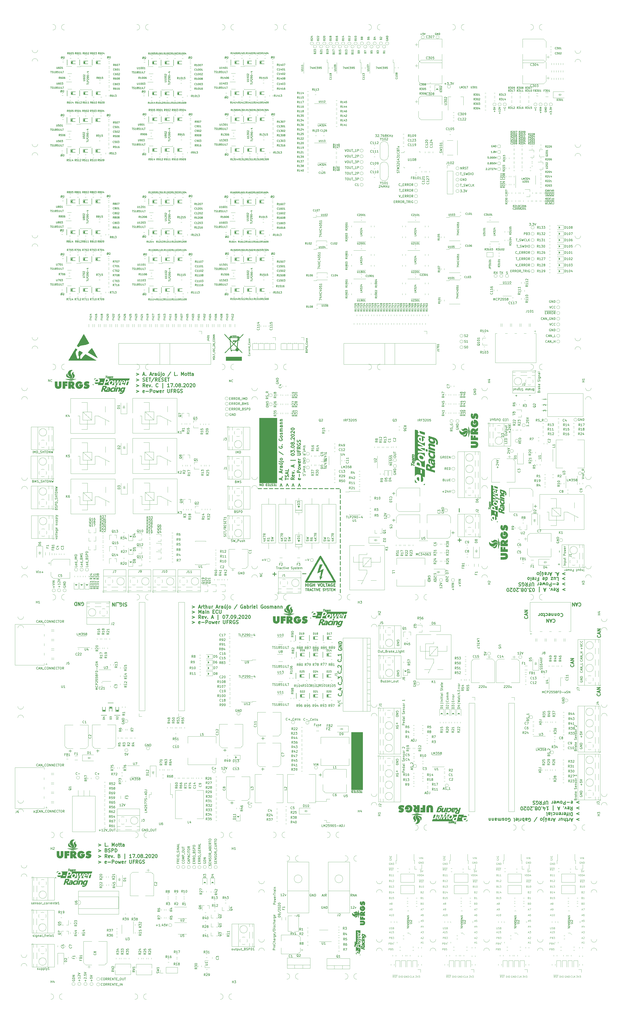
<source format=gbr>
G04 #@! TF.GenerationSoftware,KiCad,Pcbnew,(5.1.5)-3*
G04 #@! TF.CreationDate,2020-11-06T03:20:07-03:00*
G04 #@! TF.ProjectId,baseline_small,62617365-6c69-46e6-955f-736d616c6c2e,0.1*
G04 #@! TF.SameCoordinates,Original*
G04 #@! TF.FileFunction,Legend,Top*
G04 #@! TF.FilePolarity,Positive*
%FSLAX46Y46*%
G04 Gerber Fmt 4.6, Leading zero omitted, Abs format (unit mm)*
G04 Created by KiCad (PCBNEW (5.1.5)-3) date 2020-11-06 03:20:07*
%MOMM*%
%LPD*%
G04 APERTURE LIST*
%ADD10C,0.120000*%
%ADD11C,0.150000*%
%ADD12C,0.200000*%
%ADD13C,0.300000*%
%ADD14C,0.225000*%
%ADD15C,0.100000*%
%ADD16C,0.250000*%
%ADD17C,0.010000*%
G04 APERTURE END LIST*
D10*
X-169343438Y-401250133D02*
X-168962485Y-401250133D01*
X-169419628Y-401478704D02*
X-169152961Y-400678704D01*
X-168886295Y-401478704D01*
X-168695819Y-400678704D02*
X-168200580Y-400678704D01*
X-168467247Y-400983466D01*
X-168352961Y-400983466D01*
X-168276771Y-401021561D01*
X-168238676Y-401059657D01*
X-168200580Y-401135847D01*
X-168200580Y-401326323D01*
X-168238676Y-401402514D01*
X-168276771Y-401440609D01*
X-168352961Y-401478704D01*
X-168581533Y-401478704D01*
X-168657723Y-401440609D01*
X-168695819Y-401402514D01*
X-169343438Y-393630133D02*
X-168962485Y-393630133D01*
X-169419628Y-393858704D02*
X-169152961Y-393058704D01*
X-168886295Y-393858704D01*
X-168276771Y-393058704D02*
X-168429152Y-393058704D01*
X-168505342Y-393096800D01*
X-168543438Y-393134895D01*
X-168619628Y-393249180D01*
X-168657723Y-393401561D01*
X-168657723Y-393706323D01*
X-168619628Y-393782514D01*
X-168581533Y-393820609D01*
X-168505342Y-393858704D01*
X-168352961Y-393858704D01*
X-168276771Y-393820609D01*
X-168238676Y-393782514D01*
X-168200580Y-393706323D01*
X-168200580Y-393515847D01*
X-168238676Y-393439657D01*
X-168276771Y-393401561D01*
X-168352961Y-393363466D01*
X-168505342Y-393363466D01*
X-168581533Y-393401561D01*
X-168619628Y-393439657D01*
X-168657723Y-393515847D01*
X-169343438Y-398710133D02*
X-168962485Y-398710133D01*
X-169419628Y-398938704D02*
X-169152961Y-398138704D01*
X-168886295Y-398938704D01*
X-168276771Y-398405371D02*
X-168276771Y-398938704D01*
X-168467247Y-398100609D02*
X-168657723Y-398672038D01*
X-168162485Y-398672038D01*
X-179203247Y-421290704D02*
X-179203247Y-420490704D01*
X-179012771Y-420490704D01*
X-178898485Y-420528800D01*
X-178822295Y-420604990D01*
X-178784200Y-420681180D01*
X-178746104Y-420833561D01*
X-178746104Y-420947847D01*
X-178784200Y-421100228D01*
X-178822295Y-421176419D01*
X-178898485Y-421252609D01*
X-179012771Y-421290704D01*
X-179203247Y-421290704D01*
X-178403247Y-421290704D02*
X-178403247Y-420490704D01*
X-177869914Y-420490704D02*
X-177717533Y-420490704D01*
X-177641342Y-420528800D01*
X-177565152Y-420604990D01*
X-177527057Y-420757371D01*
X-177527057Y-421024038D01*
X-177565152Y-421176419D01*
X-177641342Y-421252609D01*
X-177717533Y-421290704D01*
X-177869914Y-421290704D01*
X-177946104Y-421252609D01*
X-178022295Y-421176419D01*
X-178060390Y-421024038D01*
X-178060390Y-420757371D01*
X-178022295Y-420604990D01*
X-177946104Y-420528800D01*
X-177869914Y-420490704D01*
X-170903723Y-375278704D02*
X-170637057Y-376078704D01*
X-170370390Y-375278704D01*
X-170103723Y-376078704D02*
X-170103723Y-375278704D01*
X-169913247Y-375278704D01*
X-169798961Y-375316800D01*
X-169722771Y-375392990D01*
X-169684676Y-375469180D01*
X-169646580Y-375621561D01*
X-169646580Y-375735847D01*
X-169684676Y-375888228D01*
X-169722771Y-375964419D01*
X-169798961Y-376040609D01*
X-169913247Y-376078704D01*
X-170103723Y-376078704D01*
X-169303723Y-376078704D02*
X-169303723Y-375278704D01*
X-169113247Y-375278704D01*
X-168998961Y-375316800D01*
X-168922771Y-375392990D01*
X-168884676Y-375469180D01*
X-168846580Y-375621561D01*
X-168846580Y-375735847D01*
X-168884676Y-375888228D01*
X-168922771Y-375964419D01*
X-168998961Y-376040609D01*
X-169113247Y-376078704D01*
X-169303723Y-376078704D01*
X-168541819Y-375850133D02*
X-168160866Y-375850133D01*
X-168618009Y-376078704D02*
X-168351342Y-375278704D01*
X-168084676Y-376078704D01*
X-169849723Y-369728800D02*
X-169925914Y-369690704D01*
X-170040200Y-369690704D01*
X-170154485Y-369728800D01*
X-170230676Y-369804990D01*
X-170268771Y-369881180D01*
X-170306866Y-370033561D01*
X-170306866Y-370147847D01*
X-170268771Y-370300228D01*
X-170230676Y-370376419D01*
X-170154485Y-370452609D01*
X-170040200Y-370490704D01*
X-169964009Y-370490704D01*
X-169849723Y-370452609D01*
X-169811628Y-370414514D01*
X-169811628Y-370147847D01*
X-169964009Y-370147847D01*
X-169468771Y-370490704D02*
X-169468771Y-369690704D01*
X-169011628Y-370490704D01*
X-169011628Y-369690704D01*
X-168630676Y-370490704D02*
X-168630676Y-369690704D01*
X-168440200Y-369690704D01*
X-168325914Y-369728800D01*
X-168249723Y-369804990D01*
X-168211628Y-369881180D01*
X-168173533Y-370033561D01*
X-168173533Y-370147847D01*
X-168211628Y-370300228D01*
X-168249723Y-370376419D01*
X-168325914Y-370452609D01*
X-168440200Y-370490704D01*
X-168630676Y-370490704D01*
X-183057723Y-370236800D02*
X-183133914Y-370198704D01*
X-183248200Y-370198704D01*
X-183362485Y-370236800D01*
X-183438676Y-370312990D01*
X-183476771Y-370389180D01*
X-183514866Y-370541561D01*
X-183514866Y-370655847D01*
X-183476771Y-370808228D01*
X-183438676Y-370884419D01*
X-183362485Y-370960609D01*
X-183248200Y-370998704D01*
X-183172009Y-370998704D01*
X-183057723Y-370960609D01*
X-183019628Y-370922514D01*
X-183019628Y-370655847D01*
X-183172009Y-370655847D01*
X-182676771Y-370998704D02*
X-182676771Y-370198704D01*
X-182219628Y-370998704D01*
X-182219628Y-370198704D01*
X-181838676Y-370998704D02*
X-181838676Y-370198704D01*
X-181648200Y-370198704D01*
X-181533914Y-370236800D01*
X-181457723Y-370312990D01*
X-181419628Y-370389180D01*
X-181381533Y-370541561D01*
X-181381533Y-370655847D01*
X-181419628Y-370808228D01*
X-181457723Y-370884419D01*
X-181533914Y-370960609D01*
X-181648200Y-370998704D01*
X-181838676Y-370998704D01*
X-169152961Y-388359657D02*
X-169038676Y-388397752D01*
X-169000580Y-388435847D01*
X-168962485Y-388512038D01*
X-168962485Y-388626323D01*
X-169000580Y-388702514D01*
X-169038676Y-388740609D01*
X-169114866Y-388778704D01*
X-169419628Y-388778704D01*
X-169419628Y-387978704D01*
X-169152961Y-387978704D01*
X-169076771Y-388016800D01*
X-169038676Y-388054895D01*
X-169000580Y-388131085D01*
X-169000580Y-388207276D01*
X-169038676Y-388283466D01*
X-169076771Y-388321561D01*
X-169152961Y-388359657D01*
X-169419628Y-388359657D01*
X-168467247Y-387978704D02*
X-168391057Y-387978704D01*
X-168314866Y-388016800D01*
X-168276771Y-388054895D01*
X-168238676Y-388131085D01*
X-168200580Y-388283466D01*
X-168200580Y-388473942D01*
X-168238676Y-388626323D01*
X-168276771Y-388702514D01*
X-168314866Y-388740609D01*
X-168391057Y-388778704D01*
X-168467247Y-388778704D01*
X-168543438Y-388740609D01*
X-168581533Y-388702514D01*
X-168619628Y-388626323D01*
X-168657723Y-388473942D01*
X-168657723Y-388283466D01*
X-168619628Y-388131085D01*
X-168581533Y-388054895D01*
X-168543438Y-388016800D01*
X-168467247Y-387978704D01*
X-171754676Y-420490704D02*
X-171259438Y-420490704D01*
X-171526104Y-420795466D01*
X-171411819Y-420795466D01*
X-171335628Y-420833561D01*
X-171297533Y-420871657D01*
X-171259438Y-420947847D01*
X-171259438Y-421138323D01*
X-171297533Y-421214514D01*
X-171335628Y-421252609D01*
X-171411819Y-421290704D01*
X-171640390Y-421290704D01*
X-171716580Y-421252609D01*
X-171754676Y-421214514D01*
X-171030866Y-420490704D02*
X-170764200Y-421290704D01*
X-170497533Y-420490704D01*
X-170307057Y-420490704D02*
X-169811819Y-420490704D01*
X-170078485Y-420795466D01*
X-169964200Y-420795466D01*
X-169888009Y-420833561D01*
X-169849914Y-420871657D01*
X-169811819Y-420947847D01*
X-169811819Y-421138323D01*
X-169849914Y-421214514D01*
X-169888009Y-421252609D01*
X-169964200Y-421290704D01*
X-170192771Y-421290704D01*
X-170268961Y-421252609D01*
X-170307057Y-421214514D01*
X-169343438Y-405822133D02*
X-168962485Y-405822133D01*
X-169419628Y-406050704D02*
X-169152961Y-405250704D01*
X-168886295Y-406050704D01*
X-168200580Y-406050704D02*
X-168657723Y-406050704D01*
X-168429152Y-406050704D02*
X-168429152Y-405250704D01*
X-168505342Y-405364990D01*
X-168581533Y-405441180D01*
X-168657723Y-405479276D01*
X-183660914Y-372444800D02*
X-182860914Y-372444800D01*
X-183013295Y-373538704D02*
X-183279961Y-373157752D01*
X-183470438Y-373538704D02*
X-183470438Y-372738704D01*
X-183165676Y-372738704D01*
X-183089485Y-372776800D01*
X-183051390Y-372814895D01*
X-183013295Y-372891085D01*
X-183013295Y-373005371D01*
X-183051390Y-373081561D01*
X-183089485Y-373119657D01*
X-183165676Y-373157752D01*
X-183470438Y-373157752D01*
X-182860914Y-372444800D02*
X-182099009Y-372444800D01*
X-182708533Y-373500609D02*
X-182594247Y-373538704D01*
X-182403771Y-373538704D01*
X-182327580Y-373500609D01*
X-182289485Y-373462514D01*
X-182251390Y-373386323D01*
X-182251390Y-373310133D01*
X-182289485Y-373233942D01*
X-182327580Y-373195847D01*
X-182403771Y-373157752D01*
X-182556152Y-373119657D01*
X-182632342Y-373081561D01*
X-182670438Y-373043466D01*
X-182708533Y-372967276D01*
X-182708533Y-372891085D01*
X-182670438Y-372814895D01*
X-182632342Y-372776800D01*
X-182556152Y-372738704D01*
X-182365676Y-372738704D01*
X-182251390Y-372776800D01*
X-182099009Y-372444800D02*
X-181489485Y-372444800D01*
X-182022819Y-372738704D02*
X-181565676Y-372738704D01*
X-181794247Y-373538704D02*
X-181794247Y-372738704D01*
X-176453723Y-420528800D02*
X-176529914Y-420490704D01*
X-176644200Y-420490704D01*
X-176758485Y-420528800D01*
X-176834676Y-420604990D01*
X-176872771Y-420681180D01*
X-176910866Y-420833561D01*
X-176910866Y-420947847D01*
X-176872771Y-421100228D01*
X-176834676Y-421176419D01*
X-176758485Y-421252609D01*
X-176644200Y-421290704D01*
X-176568009Y-421290704D01*
X-176453723Y-421252609D01*
X-176415628Y-421214514D01*
X-176415628Y-420947847D01*
X-176568009Y-420947847D01*
X-176072771Y-421290704D02*
X-176072771Y-420490704D01*
X-175615628Y-421290704D01*
X-175615628Y-420490704D01*
X-175234676Y-421290704D02*
X-175234676Y-420490704D01*
X-175044200Y-420490704D01*
X-174929914Y-420528800D01*
X-174853723Y-420604990D01*
X-174815628Y-420681180D01*
X-174777533Y-420833561D01*
X-174777533Y-420947847D01*
X-174815628Y-421100228D01*
X-174853723Y-421176419D01*
X-174929914Y-421252609D01*
X-175044200Y-421290704D01*
X-175234676Y-421290704D01*
X-169817961Y-380739657D02*
X-169703676Y-380777752D01*
X-169665580Y-380815847D01*
X-169627485Y-380892038D01*
X-169627485Y-381006323D01*
X-169665580Y-381082514D01*
X-169703676Y-381120609D01*
X-169779866Y-381158704D01*
X-170084628Y-381158704D01*
X-170084628Y-380358704D01*
X-169817961Y-380358704D01*
X-169741771Y-380396800D01*
X-169703676Y-380434895D01*
X-169665580Y-380511085D01*
X-169665580Y-380587276D01*
X-169703676Y-380663466D01*
X-169741771Y-380701561D01*
X-169817961Y-380739657D01*
X-170084628Y-380739657D01*
X-168865580Y-381158704D02*
X-169322723Y-381158704D01*
X-169094152Y-381158704D02*
X-169094152Y-380358704D01*
X-169170342Y-380472990D01*
X-169246533Y-380549180D01*
X-169322723Y-380587276D01*
X-168370342Y-380358704D02*
X-168294152Y-380358704D01*
X-168217961Y-380396800D01*
X-168179866Y-380434895D01*
X-168141771Y-380511085D01*
X-168103676Y-380663466D01*
X-168103676Y-380853942D01*
X-168141771Y-381006323D01*
X-168179866Y-381082514D01*
X-168217961Y-381120609D01*
X-168294152Y-381158704D01*
X-168370342Y-381158704D01*
X-168446533Y-381120609D01*
X-168484628Y-381082514D01*
X-168522723Y-381006323D01*
X-168560819Y-380853942D01*
X-168560819Y-380663466D01*
X-168522723Y-380511085D01*
X-168484628Y-380434895D01*
X-168446533Y-380396800D01*
X-168370342Y-380358704D01*
X-169343438Y-396170133D02*
X-168962485Y-396170133D01*
X-169419628Y-396398704D02*
X-169152961Y-395598704D01*
X-168886295Y-396398704D01*
X-168238676Y-395598704D02*
X-168619628Y-395598704D01*
X-168657723Y-395979657D01*
X-168619628Y-395941561D01*
X-168543438Y-395903466D01*
X-168352961Y-395903466D01*
X-168276771Y-395941561D01*
X-168238676Y-395979657D01*
X-168200580Y-396055847D01*
X-168200580Y-396246323D01*
X-168238676Y-396322514D01*
X-168276771Y-396360609D01*
X-168352961Y-396398704D01*
X-168543438Y-396398704D01*
X-168619628Y-396360609D01*
X-168657723Y-396322514D01*
X-169343438Y-403790133D02*
X-168962485Y-403790133D01*
X-169419628Y-404018704D02*
X-169152961Y-403218704D01*
X-168886295Y-404018704D01*
X-168657723Y-403294895D02*
X-168619628Y-403256800D01*
X-168543438Y-403218704D01*
X-168352961Y-403218704D01*
X-168276771Y-403256800D01*
X-168238676Y-403294895D01*
X-168200580Y-403371085D01*
X-168200580Y-403447276D01*
X-168238676Y-403561561D01*
X-168695819Y-404018704D01*
X-168200580Y-404018704D01*
X-182009914Y-420196800D02*
X-181209914Y-420196800D01*
X-181362295Y-421290704D02*
X-181628961Y-420909752D01*
X-181819438Y-421290704D02*
X-181819438Y-420490704D01*
X-181514676Y-420490704D01*
X-181438485Y-420528800D01*
X-181400390Y-420566895D01*
X-181362295Y-420643085D01*
X-181362295Y-420757371D01*
X-181400390Y-420833561D01*
X-181438485Y-420871657D01*
X-181514676Y-420909752D01*
X-181819438Y-420909752D01*
X-181209914Y-420196800D02*
X-180448009Y-420196800D01*
X-181057533Y-421252609D02*
X-180943247Y-421290704D01*
X-180752771Y-421290704D01*
X-180676580Y-421252609D01*
X-180638485Y-421214514D01*
X-180600390Y-421138323D01*
X-180600390Y-421062133D01*
X-180638485Y-420985942D01*
X-180676580Y-420947847D01*
X-180752771Y-420909752D01*
X-180905152Y-420871657D01*
X-180981342Y-420833561D01*
X-181019438Y-420795466D01*
X-181057533Y-420719276D01*
X-181057533Y-420643085D01*
X-181019438Y-420566895D01*
X-180981342Y-420528800D01*
X-180905152Y-420490704D01*
X-180714676Y-420490704D01*
X-180600390Y-420528800D01*
X-180448009Y-420196800D02*
X-179838485Y-420196800D01*
X-180371819Y-420490704D02*
X-179914676Y-420490704D01*
X-180143247Y-421290704D02*
X-180143247Y-420490704D01*
X-173780390Y-421214514D02*
X-173818485Y-421252609D01*
X-173932771Y-421290704D01*
X-174008961Y-421290704D01*
X-174123247Y-421252609D01*
X-174199438Y-421176419D01*
X-174237533Y-421100228D01*
X-174275628Y-420947847D01*
X-174275628Y-420833561D01*
X-174237533Y-420681180D01*
X-174199438Y-420604990D01*
X-174123247Y-420528800D01*
X-174008961Y-420490704D01*
X-173932771Y-420490704D01*
X-173818485Y-420528800D01*
X-173780390Y-420566895D01*
X-173056580Y-421290704D02*
X-173437533Y-421290704D01*
X-173437533Y-420490704D01*
X-172789914Y-421290704D02*
X-172789914Y-420490704D01*
X-172332771Y-421290704D02*
X-172675628Y-420833561D01*
X-172332771Y-420490704D02*
X-172789914Y-420947847D01*
X-183152961Y-375659657D02*
X-183038676Y-375697752D01*
X-183000580Y-375735847D01*
X-182962485Y-375812038D01*
X-182962485Y-375926323D01*
X-183000580Y-376002514D01*
X-183038676Y-376040609D01*
X-183114866Y-376078704D01*
X-183419628Y-376078704D01*
X-183419628Y-375278704D01*
X-183152961Y-375278704D01*
X-183076771Y-375316800D01*
X-183038676Y-375354895D01*
X-183000580Y-375431085D01*
X-183000580Y-375507276D01*
X-183038676Y-375583466D01*
X-183076771Y-375621561D01*
X-183152961Y-375659657D01*
X-183419628Y-375659657D01*
X-182200580Y-376078704D02*
X-182657723Y-376078704D01*
X-182429152Y-376078704D02*
X-182429152Y-375278704D01*
X-182505342Y-375392990D01*
X-182581533Y-375469180D01*
X-182657723Y-375507276D01*
X-181438676Y-376078704D02*
X-181895819Y-376078704D01*
X-181667247Y-376078704D02*
X-181667247Y-375278704D01*
X-181743438Y-375392990D01*
X-181819628Y-375469180D01*
X-181895819Y-375507276D01*
X-169138580Y-373500704D02*
X-169519533Y-373500704D01*
X-169557628Y-373881657D01*
X-169519533Y-373843561D01*
X-169443342Y-373805466D01*
X-169252866Y-373805466D01*
X-169176676Y-373843561D01*
X-169138580Y-373881657D01*
X-169100485Y-373957847D01*
X-169100485Y-374148323D01*
X-169138580Y-374224514D01*
X-169176676Y-374262609D01*
X-169252866Y-374300704D01*
X-169443342Y-374300704D01*
X-169519533Y-374262609D01*
X-169557628Y-374224514D01*
X-168871914Y-373500704D02*
X-168605247Y-374300704D01*
X-168338580Y-373500704D01*
X-169343438Y-391090133D02*
X-168962485Y-391090133D01*
X-169419628Y-391318704D02*
X-169152961Y-390518704D01*
X-168886295Y-391318704D01*
X-168695819Y-390518704D02*
X-168162485Y-390518704D01*
X-168505342Y-391318704D01*
X-182518104Y-367106323D02*
X-182518104Y-367601561D01*
X-182822866Y-367334895D01*
X-182822866Y-367449180D01*
X-182860961Y-367525371D01*
X-182899057Y-367563466D01*
X-182975247Y-367601561D01*
X-183165723Y-367601561D01*
X-183241914Y-367563466D01*
X-183280009Y-367525371D01*
X-183318104Y-367449180D01*
X-183318104Y-367220609D01*
X-183280009Y-367144419D01*
X-183241914Y-367106323D01*
X-182518104Y-367830133D02*
X-183318104Y-368096800D01*
X-182518104Y-368363466D01*
X-182518104Y-368553942D02*
X-182518104Y-369049180D01*
X-182822866Y-368782514D01*
X-182822866Y-368896800D01*
X-182860961Y-368972990D01*
X-182899057Y-369011085D01*
X-182975247Y-369049180D01*
X-183165723Y-369049180D01*
X-183241914Y-369011085D01*
X-183280009Y-368972990D01*
X-183318104Y-368896800D01*
X-183318104Y-368668228D01*
X-183280009Y-368592038D01*
X-183241914Y-368553942D01*
X-169152961Y-383279657D02*
X-169038676Y-383317752D01*
X-169000580Y-383355847D01*
X-168962485Y-383432038D01*
X-168962485Y-383546323D01*
X-169000580Y-383622514D01*
X-169038676Y-383660609D01*
X-169114866Y-383698704D01*
X-169419628Y-383698704D01*
X-169419628Y-382898704D01*
X-169152961Y-382898704D01*
X-169076771Y-382936800D01*
X-169038676Y-382974895D01*
X-169000580Y-383051085D01*
X-169000580Y-383127276D01*
X-169038676Y-383203466D01*
X-169076771Y-383241561D01*
X-169152961Y-383279657D01*
X-169419628Y-383279657D01*
X-168657723Y-382974895D02*
X-168619628Y-382936800D01*
X-168543438Y-382898704D01*
X-168352961Y-382898704D01*
X-168276771Y-382936800D01*
X-168238676Y-382974895D01*
X-168200580Y-383051085D01*
X-168200580Y-383127276D01*
X-168238676Y-383241561D01*
X-168695819Y-383698704D01*
X-168200580Y-383698704D01*
X-170116390Y-367658704D02*
X-169849723Y-368458704D01*
X-169583057Y-367658704D01*
X-169316390Y-368458704D02*
X-169316390Y-367658704D01*
X-168935438Y-368458704D02*
X-168935438Y-367658704D01*
X-168478295Y-368458704D01*
X-168478295Y-367658704D01*
X-169152961Y-385819657D02*
X-169038676Y-385857752D01*
X-169000580Y-385895847D01*
X-168962485Y-385972038D01*
X-168962485Y-386086323D01*
X-169000580Y-386162514D01*
X-169038676Y-386200609D01*
X-169114866Y-386238704D01*
X-169419628Y-386238704D01*
X-169419628Y-385438704D01*
X-169152961Y-385438704D01*
X-169076771Y-385476800D01*
X-169038676Y-385514895D01*
X-169000580Y-385591085D01*
X-169000580Y-385667276D01*
X-169038676Y-385743466D01*
X-169076771Y-385781561D01*
X-169152961Y-385819657D01*
X-169419628Y-385819657D01*
X-168200580Y-386238704D02*
X-168657723Y-386238704D01*
X-168429152Y-386238704D02*
X-168429152Y-385438704D01*
X-168505342Y-385552990D01*
X-168581533Y-385629180D01*
X-168657723Y-385667276D01*
X-183152961Y-378199657D02*
X-183038676Y-378237752D01*
X-183000580Y-378275847D01*
X-182962485Y-378352038D01*
X-182962485Y-378466323D01*
X-183000580Y-378542514D01*
X-183038676Y-378580609D01*
X-183114866Y-378618704D01*
X-183419628Y-378618704D01*
X-183419628Y-377818704D01*
X-183152961Y-377818704D01*
X-183076771Y-377856800D01*
X-183038676Y-377894895D01*
X-183000580Y-377971085D01*
X-183000580Y-378047276D01*
X-183038676Y-378123466D01*
X-183076771Y-378161561D01*
X-183152961Y-378199657D01*
X-183419628Y-378199657D01*
X-182200580Y-378618704D02*
X-182657723Y-378618704D01*
X-182429152Y-378618704D02*
X-182429152Y-377818704D01*
X-182505342Y-377932990D01*
X-182581533Y-378009180D01*
X-182657723Y-378047276D01*
X-181895819Y-377894895D02*
X-181857723Y-377856800D01*
X-181781533Y-377818704D01*
X-181591057Y-377818704D01*
X-181514866Y-377856800D01*
X-181476771Y-377894895D01*
X-181438676Y-377971085D01*
X-181438676Y-378047276D01*
X-181476771Y-378161561D01*
X-181933914Y-378618704D01*
X-181438676Y-378618704D01*
X-170198914Y-377778800D02*
X-169398914Y-377778800D01*
X-169551295Y-378872704D02*
X-169817961Y-378491752D01*
X-170008438Y-378872704D02*
X-170008438Y-378072704D01*
X-169703676Y-378072704D01*
X-169627485Y-378110800D01*
X-169589390Y-378148895D01*
X-169551295Y-378225085D01*
X-169551295Y-378339371D01*
X-169589390Y-378415561D01*
X-169627485Y-378453657D01*
X-169703676Y-378491752D01*
X-170008438Y-378491752D01*
X-169398914Y-377778800D02*
X-168637009Y-377778800D01*
X-169246533Y-378834609D02*
X-169132247Y-378872704D01*
X-168941771Y-378872704D01*
X-168865580Y-378834609D01*
X-168827485Y-378796514D01*
X-168789390Y-378720323D01*
X-168789390Y-378644133D01*
X-168827485Y-378567942D01*
X-168865580Y-378529847D01*
X-168941771Y-378491752D01*
X-169094152Y-378453657D01*
X-169170342Y-378415561D01*
X-169208438Y-378377466D01*
X-169246533Y-378301276D01*
X-169246533Y-378225085D01*
X-169208438Y-378148895D01*
X-169170342Y-378110800D01*
X-169094152Y-378072704D01*
X-168903676Y-378072704D01*
X-168789390Y-378110800D01*
X-168637009Y-377778800D02*
X-168027485Y-377778800D01*
X-168560819Y-378072704D02*
X-168103676Y-378072704D01*
X-168332247Y-378872704D02*
X-168332247Y-378072704D01*
X-159740476Y-406558704D02*
X-159740476Y-405758704D01*
X-159435714Y-405758704D01*
X-159359523Y-405796800D01*
X-159321428Y-405834895D01*
X-159283333Y-405911085D01*
X-159283333Y-406025371D01*
X-159321428Y-406101561D01*
X-159359523Y-406139657D01*
X-159435714Y-406177752D01*
X-159740476Y-406177752D01*
X-158673809Y-406139657D02*
X-158559523Y-406177752D01*
X-158521428Y-406215847D01*
X-158483333Y-406292038D01*
X-158483333Y-406406323D01*
X-158521428Y-406482514D01*
X-158559523Y-406520609D01*
X-158635714Y-406558704D01*
X-158940476Y-406558704D01*
X-158940476Y-405758704D01*
X-158673809Y-405758704D01*
X-158597619Y-405796800D01*
X-158559523Y-405834895D01*
X-158521428Y-405911085D01*
X-158521428Y-405987276D01*
X-158559523Y-406063466D01*
X-158597619Y-406101561D01*
X-158673809Y-406139657D01*
X-158940476Y-406139657D01*
X-157797619Y-406025371D02*
X-157797619Y-406558704D01*
X-157988095Y-405720609D02*
X-158178571Y-406292038D01*
X-157683333Y-406292038D01*
X-159505523Y-398900704D02*
X-159505523Y-399548323D01*
X-159467428Y-399624514D01*
X-159429333Y-399662609D01*
X-159353142Y-399700704D01*
X-159200761Y-399700704D01*
X-159124571Y-399662609D01*
X-159086476Y-399624514D01*
X-159048380Y-399548323D01*
X-159048380Y-398900704D01*
X-158705523Y-399662609D02*
X-158591238Y-399700704D01*
X-158400761Y-399700704D01*
X-158324571Y-399662609D01*
X-158286476Y-399624514D01*
X-158248380Y-399548323D01*
X-158248380Y-399472133D01*
X-158286476Y-399395942D01*
X-158324571Y-399357847D01*
X-158400761Y-399319752D01*
X-158553142Y-399281657D01*
X-158629333Y-399243561D01*
X-158667428Y-399205466D01*
X-158705523Y-399129276D01*
X-158705523Y-399053085D01*
X-158667428Y-398976895D01*
X-158629333Y-398938800D01*
X-158553142Y-398900704D01*
X-158362666Y-398900704D01*
X-158248380Y-398938800D01*
X-157638857Y-399281657D02*
X-157524571Y-399319752D01*
X-157486476Y-399357847D01*
X-157448380Y-399434038D01*
X-157448380Y-399548323D01*
X-157486476Y-399624514D01*
X-157524571Y-399662609D01*
X-157600761Y-399700704D01*
X-157905523Y-399700704D01*
X-157905523Y-398900704D01*
X-157638857Y-398900704D01*
X-157562666Y-398938800D01*
X-157524571Y-398976895D01*
X-157486476Y-399053085D01*
X-157486476Y-399129276D01*
X-157524571Y-399205466D01*
X-157562666Y-399243561D01*
X-157638857Y-399281657D01*
X-157905523Y-399281657D01*
X-159200761Y-383279657D02*
X-159086476Y-383317752D01*
X-159048380Y-383355847D01*
X-159010285Y-383432038D01*
X-159010285Y-383546323D01*
X-159048380Y-383622514D01*
X-159086476Y-383660609D01*
X-159162666Y-383698704D01*
X-159467428Y-383698704D01*
X-159467428Y-382898704D01*
X-159200761Y-382898704D01*
X-159124571Y-382936800D01*
X-159086476Y-382974895D01*
X-159048380Y-383051085D01*
X-159048380Y-383127276D01*
X-159086476Y-383203466D01*
X-159124571Y-383241561D01*
X-159200761Y-383279657D01*
X-159467428Y-383279657D01*
X-158248380Y-383698704D02*
X-158705523Y-383698704D01*
X-158476952Y-383698704D02*
X-158476952Y-382898704D01*
X-158553142Y-383012990D01*
X-158629333Y-383089180D01*
X-158705523Y-383127276D01*
X-157562666Y-383165371D02*
X-157562666Y-383698704D01*
X-157753142Y-382860609D02*
X-157943619Y-383432038D01*
X-157448380Y-383432038D01*
X-159321428Y-391090133D02*
X-158940476Y-391090133D01*
X-159397619Y-391318704D02*
X-159130952Y-390518704D01*
X-158864285Y-391318704D01*
X-158559523Y-391318704D02*
X-158407142Y-391318704D01*
X-158330952Y-391280609D01*
X-158292857Y-391242514D01*
X-158216666Y-391128228D01*
X-158178571Y-390975847D01*
X-158178571Y-390671085D01*
X-158216666Y-390594895D01*
X-158254761Y-390556800D01*
X-158330952Y-390518704D01*
X-158483333Y-390518704D01*
X-158559523Y-390556800D01*
X-158597619Y-390594895D01*
X-158635714Y-390671085D01*
X-158635714Y-390861561D01*
X-158597619Y-390937752D01*
X-158559523Y-390975847D01*
X-158483333Y-391013942D01*
X-158330952Y-391013942D01*
X-158254761Y-390975847D01*
X-158216666Y-390937752D01*
X-158178571Y-390861561D01*
X-159486476Y-404018704D02*
X-159486476Y-403218704D01*
X-159181714Y-403218704D01*
X-159105523Y-403256800D01*
X-159067428Y-403294895D01*
X-159029333Y-403371085D01*
X-159029333Y-403485371D01*
X-159067428Y-403561561D01*
X-159105523Y-403599657D01*
X-159181714Y-403637752D01*
X-159486476Y-403637752D01*
X-158419809Y-403599657D02*
X-158305523Y-403637752D01*
X-158267428Y-403675847D01*
X-158229333Y-403752038D01*
X-158229333Y-403866323D01*
X-158267428Y-403942514D01*
X-158305523Y-403980609D01*
X-158381714Y-404018704D01*
X-158686476Y-404018704D01*
X-158686476Y-403218704D01*
X-158419809Y-403218704D01*
X-158343619Y-403256800D01*
X-158305523Y-403294895D01*
X-158267428Y-403371085D01*
X-158267428Y-403447276D01*
X-158305523Y-403523466D01*
X-158343619Y-403561561D01*
X-158419809Y-403599657D01*
X-158686476Y-403599657D01*
X-157962666Y-403218704D02*
X-157467428Y-403218704D01*
X-157734095Y-403523466D01*
X-157619809Y-403523466D01*
X-157543619Y-403561561D01*
X-157505523Y-403599657D01*
X-157467428Y-403675847D01*
X-157467428Y-403866323D01*
X-157505523Y-403942514D01*
X-157543619Y-403980609D01*
X-157619809Y-404018704D01*
X-157848380Y-404018704D01*
X-157924571Y-403980609D01*
X-157962666Y-403942514D01*
X-159200761Y-380739657D02*
X-159086476Y-380777752D01*
X-159048380Y-380815847D01*
X-159010285Y-380892038D01*
X-159010285Y-381006323D01*
X-159048380Y-381082514D01*
X-159086476Y-381120609D01*
X-159162666Y-381158704D01*
X-159467428Y-381158704D01*
X-159467428Y-380358704D01*
X-159200761Y-380358704D01*
X-159124571Y-380396800D01*
X-159086476Y-380434895D01*
X-159048380Y-380511085D01*
X-159048380Y-380587276D01*
X-159086476Y-380663466D01*
X-159124571Y-380701561D01*
X-159200761Y-380739657D01*
X-159467428Y-380739657D01*
X-158248380Y-381158704D02*
X-158705523Y-381158704D01*
X-158476952Y-381158704D02*
X-158476952Y-380358704D01*
X-158553142Y-380472990D01*
X-158629333Y-380549180D01*
X-158705523Y-380587276D01*
X-157981714Y-380358704D02*
X-157486476Y-380358704D01*
X-157753142Y-380663466D01*
X-157638857Y-380663466D01*
X-157562666Y-380701561D01*
X-157524571Y-380739657D01*
X-157486476Y-380815847D01*
X-157486476Y-381006323D01*
X-157524571Y-381082514D01*
X-157562666Y-381120609D01*
X-157638857Y-381158704D01*
X-157867428Y-381158704D01*
X-157943619Y-381120609D01*
X-157981714Y-381082514D01*
X-159740476Y-409098704D02*
X-159740476Y-408298704D01*
X-159435714Y-408298704D01*
X-159359523Y-408336800D01*
X-159321428Y-408374895D01*
X-159283333Y-408451085D01*
X-159283333Y-408565371D01*
X-159321428Y-408641561D01*
X-159359523Y-408679657D01*
X-159435714Y-408717752D01*
X-159740476Y-408717752D01*
X-158673809Y-408679657D02*
X-158559523Y-408717752D01*
X-158521428Y-408755847D01*
X-158483333Y-408832038D01*
X-158483333Y-408946323D01*
X-158521428Y-409022514D01*
X-158559523Y-409060609D01*
X-158635714Y-409098704D01*
X-158940476Y-409098704D01*
X-158940476Y-408298704D01*
X-158673809Y-408298704D01*
X-158597619Y-408336800D01*
X-158559523Y-408374895D01*
X-158521428Y-408451085D01*
X-158521428Y-408527276D01*
X-158559523Y-408603466D01*
X-158597619Y-408641561D01*
X-158673809Y-408679657D01*
X-158940476Y-408679657D01*
X-157759523Y-408298704D02*
X-158140476Y-408298704D01*
X-158178571Y-408679657D01*
X-158140476Y-408641561D01*
X-158064285Y-408603466D01*
X-157873809Y-408603466D01*
X-157797619Y-408641561D01*
X-157759523Y-408679657D01*
X-157721428Y-408755847D01*
X-157721428Y-408946323D01*
X-157759523Y-409022514D01*
X-157797619Y-409060609D01*
X-157873809Y-409098704D01*
X-158064285Y-409098704D01*
X-158140476Y-409060609D01*
X-158178571Y-409022514D01*
X-159321428Y-388550133D02*
X-158940476Y-388550133D01*
X-159397619Y-388778704D02*
X-159130952Y-387978704D01*
X-158864285Y-388778704D01*
X-158483333Y-388321561D02*
X-158559523Y-388283466D01*
X-158597619Y-388245371D01*
X-158635714Y-388169180D01*
X-158635714Y-388131085D01*
X-158597619Y-388054895D01*
X-158559523Y-388016800D01*
X-158483333Y-387978704D01*
X-158330952Y-387978704D01*
X-158254761Y-388016800D01*
X-158216666Y-388054895D01*
X-158178571Y-388131085D01*
X-158178571Y-388169180D01*
X-158216666Y-388245371D01*
X-158254761Y-388283466D01*
X-158330952Y-388321561D01*
X-158483333Y-388321561D01*
X-158559523Y-388359657D01*
X-158597619Y-388397752D01*
X-158635714Y-388473942D01*
X-158635714Y-388626323D01*
X-158597619Y-388702514D01*
X-158559523Y-388740609D01*
X-158483333Y-388778704D01*
X-158330952Y-388778704D01*
X-158254761Y-388740609D01*
X-158216666Y-388702514D01*
X-158178571Y-388626323D01*
X-158178571Y-388473942D01*
X-158216666Y-388397752D01*
X-158254761Y-388359657D01*
X-158330952Y-388321561D01*
X-159200761Y-385819657D02*
X-159086476Y-385857752D01*
X-159048380Y-385895847D01*
X-159010285Y-385972038D01*
X-159010285Y-386086323D01*
X-159048380Y-386162514D01*
X-159086476Y-386200609D01*
X-159162666Y-386238704D01*
X-159467428Y-386238704D01*
X-159467428Y-385438704D01*
X-159200761Y-385438704D01*
X-159124571Y-385476800D01*
X-159086476Y-385514895D01*
X-159048380Y-385591085D01*
X-159048380Y-385667276D01*
X-159086476Y-385743466D01*
X-159124571Y-385781561D01*
X-159200761Y-385819657D01*
X-159467428Y-385819657D01*
X-158248380Y-386238704D02*
X-158705523Y-386238704D01*
X-158476952Y-386238704D02*
X-158476952Y-385438704D01*
X-158553142Y-385552990D01*
X-158629333Y-385629180D01*
X-158705523Y-385667276D01*
X-157524571Y-385438704D02*
X-157905523Y-385438704D01*
X-157943619Y-385819657D01*
X-157905523Y-385781561D01*
X-157829333Y-385743466D01*
X-157638857Y-385743466D01*
X-157562666Y-385781561D01*
X-157524571Y-385819657D01*
X-157486476Y-385895847D01*
X-157486476Y-386086323D01*
X-157524571Y-386162514D01*
X-157562666Y-386200609D01*
X-157638857Y-386238704D01*
X-157829333Y-386238704D01*
X-157905523Y-386200609D01*
X-157943619Y-386162514D01*
X-159448380Y-393630133D02*
X-159067428Y-393630133D01*
X-159524571Y-393858704D02*
X-159257904Y-393058704D01*
X-158991238Y-393858704D01*
X-158305523Y-393858704D02*
X-158762666Y-393858704D01*
X-158534095Y-393858704D02*
X-158534095Y-393058704D01*
X-158610285Y-393172990D01*
X-158686476Y-393249180D01*
X-158762666Y-393287276D01*
X-157810285Y-393058704D02*
X-157734095Y-393058704D01*
X-157657904Y-393096800D01*
X-157619809Y-393134895D01*
X-157581714Y-393211085D01*
X-157543619Y-393363466D01*
X-157543619Y-393553942D01*
X-157581714Y-393706323D01*
X-157619809Y-393782514D01*
X-157657904Y-393820609D01*
X-157734095Y-393858704D01*
X-157810285Y-393858704D01*
X-157886476Y-393820609D01*
X-157924571Y-393782514D01*
X-157962666Y-393706323D01*
X-158000761Y-393553942D01*
X-158000761Y-393363466D01*
X-157962666Y-393211085D01*
X-157924571Y-393134895D01*
X-157886476Y-393096800D01*
X-157810285Y-393058704D01*
X-159448380Y-401250133D02*
X-159067428Y-401250133D01*
X-159524571Y-401478704D02*
X-159257904Y-400678704D01*
X-158991238Y-401478704D01*
X-158305523Y-401478704D02*
X-158762666Y-401478704D01*
X-158534095Y-401478704D02*
X-158534095Y-400678704D01*
X-158610285Y-400792990D01*
X-158686476Y-400869180D01*
X-158762666Y-400907276D01*
X-157581714Y-400678704D02*
X-157962666Y-400678704D01*
X-158000761Y-401059657D01*
X-157962666Y-401021561D01*
X-157886476Y-400983466D01*
X-157696000Y-400983466D01*
X-157619809Y-401021561D01*
X-157581714Y-401059657D01*
X-157543619Y-401135847D01*
X-157543619Y-401326323D01*
X-157581714Y-401402514D01*
X-157619809Y-401440609D01*
X-157696000Y-401478704D01*
X-157886476Y-401478704D01*
X-157962666Y-401440609D01*
X-158000761Y-401402514D01*
X-146951523Y-375278704D02*
X-146684857Y-376078704D01*
X-146418190Y-375278704D01*
X-146151523Y-376078704D02*
X-146151523Y-375278704D01*
X-145961047Y-375278704D01*
X-145846761Y-375316800D01*
X-145770571Y-375392990D01*
X-145732476Y-375469180D01*
X-145694380Y-375621561D01*
X-145694380Y-375735847D01*
X-145732476Y-375888228D01*
X-145770571Y-375964419D01*
X-145846761Y-376040609D01*
X-145961047Y-376078704D01*
X-146151523Y-376078704D01*
X-145351523Y-376078704D02*
X-145351523Y-375278704D01*
X-145161047Y-375278704D01*
X-145046761Y-375316800D01*
X-144970571Y-375392990D01*
X-144932476Y-375469180D01*
X-144894380Y-375621561D01*
X-144894380Y-375735847D01*
X-144932476Y-375888228D01*
X-144970571Y-375964419D01*
X-145046761Y-376040609D01*
X-145161047Y-376078704D01*
X-145351523Y-376078704D01*
X-144589619Y-375850133D02*
X-144208666Y-375850133D01*
X-144665809Y-376078704D02*
X-144399142Y-375278704D01*
X-144132476Y-376078704D01*
X-145391238Y-398710133D02*
X-145010285Y-398710133D01*
X-145467428Y-398938704D02*
X-145200761Y-398138704D01*
X-144934095Y-398938704D01*
X-144324571Y-398405371D02*
X-144324571Y-398938704D01*
X-144515047Y-398100609D02*
X-144705523Y-398672038D01*
X-144210285Y-398672038D01*
X-145391238Y-393630133D02*
X-145010285Y-393630133D01*
X-145467428Y-393858704D02*
X-145200761Y-393058704D01*
X-144934095Y-393858704D01*
X-144324571Y-393058704D02*
X-144476952Y-393058704D01*
X-144553142Y-393096800D01*
X-144591238Y-393134895D01*
X-144667428Y-393249180D01*
X-144705523Y-393401561D01*
X-144705523Y-393706323D01*
X-144667428Y-393782514D01*
X-144629333Y-393820609D01*
X-144553142Y-393858704D01*
X-144400761Y-393858704D01*
X-144324571Y-393820609D01*
X-144286476Y-393782514D01*
X-144248380Y-393706323D01*
X-144248380Y-393515847D01*
X-144286476Y-393439657D01*
X-144324571Y-393401561D01*
X-144400761Y-393363466D01*
X-144553142Y-393363466D01*
X-144629333Y-393401561D01*
X-144667428Y-393439657D01*
X-144705523Y-393515847D01*
X-145391238Y-401250133D02*
X-145010285Y-401250133D01*
X-145467428Y-401478704D02*
X-145200761Y-400678704D01*
X-144934095Y-401478704D01*
X-144743619Y-400678704D02*
X-144248380Y-400678704D01*
X-144515047Y-400983466D01*
X-144400761Y-400983466D01*
X-144324571Y-401021561D01*
X-144286476Y-401059657D01*
X-144248380Y-401135847D01*
X-144248380Y-401326323D01*
X-144286476Y-401402514D01*
X-144324571Y-401440609D01*
X-144400761Y-401478704D01*
X-144629333Y-401478704D01*
X-144705523Y-401440609D01*
X-144743619Y-401402514D01*
X-155251047Y-421290704D02*
X-155251047Y-420490704D01*
X-155060571Y-420490704D01*
X-154946285Y-420528800D01*
X-154870095Y-420604990D01*
X-154832000Y-420681180D01*
X-154793904Y-420833561D01*
X-154793904Y-420947847D01*
X-154832000Y-421100228D01*
X-154870095Y-421176419D01*
X-154946285Y-421252609D01*
X-155060571Y-421290704D01*
X-155251047Y-421290704D01*
X-154451047Y-421290704D02*
X-154451047Y-420490704D01*
X-153917714Y-420490704D02*
X-153765333Y-420490704D01*
X-153689142Y-420528800D01*
X-153612952Y-420604990D01*
X-153574857Y-420757371D01*
X-153574857Y-421024038D01*
X-153612952Y-421176419D01*
X-153689142Y-421252609D01*
X-153765333Y-421290704D01*
X-153917714Y-421290704D01*
X-153993904Y-421252609D01*
X-154070095Y-421176419D01*
X-154108190Y-421024038D01*
X-154108190Y-420757371D01*
X-154070095Y-420604990D01*
X-153993904Y-420528800D01*
X-153917714Y-420490704D01*
X-183692676Y-409098704D02*
X-183692676Y-408298704D01*
X-183387914Y-408298704D01*
X-183311723Y-408336800D01*
X-183273628Y-408374895D01*
X-183235533Y-408451085D01*
X-183235533Y-408565371D01*
X-183273628Y-408641561D01*
X-183311723Y-408679657D01*
X-183387914Y-408717752D01*
X-183692676Y-408717752D01*
X-182626009Y-408679657D02*
X-182511723Y-408717752D01*
X-182473628Y-408755847D01*
X-182435533Y-408832038D01*
X-182435533Y-408946323D01*
X-182473628Y-409022514D01*
X-182511723Y-409060609D01*
X-182587914Y-409098704D01*
X-182892676Y-409098704D01*
X-182892676Y-408298704D01*
X-182626009Y-408298704D01*
X-182549819Y-408336800D01*
X-182511723Y-408374895D01*
X-182473628Y-408451085D01*
X-182473628Y-408527276D01*
X-182511723Y-408603466D01*
X-182549819Y-408641561D01*
X-182626009Y-408679657D01*
X-182892676Y-408679657D01*
X-181711723Y-408298704D02*
X-182092676Y-408298704D01*
X-182130771Y-408679657D01*
X-182092676Y-408641561D01*
X-182016485Y-408603466D01*
X-181826009Y-408603466D01*
X-181749819Y-408641561D01*
X-181711723Y-408679657D01*
X-181673628Y-408755847D01*
X-181673628Y-408946323D01*
X-181711723Y-409022514D01*
X-181749819Y-409060609D01*
X-181826009Y-409098704D01*
X-182016485Y-409098704D01*
X-182092676Y-409060609D01*
X-182130771Y-409022514D01*
X-183692676Y-406558704D02*
X-183692676Y-405758704D01*
X-183387914Y-405758704D01*
X-183311723Y-405796800D01*
X-183273628Y-405834895D01*
X-183235533Y-405911085D01*
X-183235533Y-406025371D01*
X-183273628Y-406101561D01*
X-183311723Y-406139657D01*
X-183387914Y-406177752D01*
X-183692676Y-406177752D01*
X-182626009Y-406139657D02*
X-182511723Y-406177752D01*
X-182473628Y-406215847D01*
X-182435533Y-406292038D01*
X-182435533Y-406406323D01*
X-182473628Y-406482514D01*
X-182511723Y-406520609D01*
X-182587914Y-406558704D01*
X-182892676Y-406558704D01*
X-182892676Y-405758704D01*
X-182626009Y-405758704D01*
X-182549819Y-405796800D01*
X-182511723Y-405834895D01*
X-182473628Y-405911085D01*
X-182473628Y-405987276D01*
X-182511723Y-406063466D01*
X-182549819Y-406101561D01*
X-182626009Y-406139657D01*
X-182892676Y-406139657D01*
X-181749819Y-406025371D02*
X-181749819Y-406558704D01*
X-181940295Y-405720609D02*
X-182130771Y-406292038D01*
X-181635533Y-406292038D01*
X-183152961Y-385819657D02*
X-183038676Y-385857752D01*
X-183000580Y-385895847D01*
X-182962485Y-385972038D01*
X-182962485Y-386086323D01*
X-183000580Y-386162514D01*
X-183038676Y-386200609D01*
X-183114866Y-386238704D01*
X-183419628Y-386238704D01*
X-183419628Y-385438704D01*
X-183152961Y-385438704D01*
X-183076771Y-385476800D01*
X-183038676Y-385514895D01*
X-183000580Y-385591085D01*
X-183000580Y-385667276D01*
X-183038676Y-385743466D01*
X-183076771Y-385781561D01*
X-183152961Y-385819657D01*
X-183419628Y-385819657D01*
X-182200580Y-386238704D02*
X-182657723Y-386238704D01*
X-182429152Y-386238704D02*
X-182429152Y-385438704D01*
X-182505342Y-385552990D01*
X-182581533Y-385629180D01*
X-182657723Y-385667276D01*
X-181476771Y-385438704D02*
X-181857723Y-385438704D01*
X-181895819Y-385819657D01*
X-181857723Y-385781561D01*
X-181781533Y-385743466D01*
X-181591057Y-385743466D01*
X-181514866Y-385781561D01*
X-181476771Y-385819657D01*
X-181438676Y-385895847D01*
X-181438676Y-386086323D01*
X-181476771Y-386162514D01*
X-181514866Y-386200609D01*
X-181591057Y-386238704D01*
X-181781533Y-386238704D01*
X-181857723Y-386200609D01*
X-181895819Y-386162514D01*
X-183273628Y-388550133D02*
X-182892676Y-388550133D01*
X-183349819Y-388778704D02*
X-183083152Y-387978704D01*
X-182816485Y-388778704D01*
X-182435533Y-388321561D02*
X-182511723Y-388283466D01*
X-182549819Y-388245371D01*
X-182587914Y-388169180D01*
X-182587914Y-388131085D01*
X-182549819Y-388054895D01*
X-182511723Y-388016800D01*
X-182435533Y-387978704D01*
X-182283152Y-387978704D01*
X-182206961Y-388016800D01*
X-182168866Y-388054895D01*
X-182130771Y-388131085D01*
X-182130771Y-388169180D01*
X-182168866Y-388245371D01*
X-182206961Y-388283466D01*
X-182283152Y-388321561D01*
X-182435533Y-388321561D01*
X-182511723Y-388359657D01*
X-182549819Y-388397752D01*
X-182587914Y-388473942D01*
X-182587914Y-388626323D01*
X-182549819Y-388702514D01*
X-182511723Y-388740609D01*
X-182435533Y-388778704D01*
X-182283152Y-388778704D01*
X-182206961Y-388740609D01*
X-182168866Y-388702514D01*
X-182130771Y-388626323D01*
X-182130771Y-388473942D01*
X-182168866Y-388397752D01*
X-182206961Y-388359657D01*
X-182283152Y-388321561D01*
X-183273628Y-391090133D02*
X-182892676Y-391090133D01*
X-183349819Y-391318704D02*
X-183083152Y-390518704D01*
X-182816485Y-391318704D01*
X-182511723Y-391318704D02*
X-182359342Y-391318704D01*
X-182283152Y-391280609D01*
X-182245057Y-391242514D01*
X-182168866Y-391128228D01*
X-182130771Y-390975847D01*
X-182130771Y-390671085D01*
X-182168866Y-390594895D01*
X-182206961Y-390556800D01*
X-182283152Y-390518704D01*
X-182435533Y-390518704D01*
X-182511723Y-390556800D01*
X-182549819Y-390594895D01*
X-182587914Y-390671085D01*
X-182587914Y-390861561D01*
X-182549819Y-390937752D01*
X-182511723Y-390975847D01*
X-182435533Y-391013942D01*
X-182283152Y-391013942D01*
X-182206961Y-390975847D01*
X-182168866Y-390937752D01*
X-182130771Y-390861561D01*
X-183400580Y-393630133D02*
X-183019628Y-393630133D01*
X-183476771Y-393858704D02*
X-183210104Y-393058704D01*
X-182943438Y-393858704D01*
X-182257723Y-393858704D02*
X-182714866Y-393858704D01*
X-182486295Y-393858704D02*
X-182486295Y-393058704D01*
X-182562485Y-393172990D01*
X-182638676Y-393249180D01*
X-182714866Y-393287276D01*
X-181762485Y-393058704D02*
X-181686295Y-393058704D01*
X-181610104Y-393096800D01*
X-181572009Y-393134895D01*
X-181533914Y-393211085D01*
X-181495819Y-393363466D01*
X-181495819Y-393553942D01*
X-181533914Y-393706323D01*
X-181572009Y-393782514D01*
X-181610104Y-393820609D01*
X-181686295Y-393858704D01*
X-181762485Y-393858704D01*
X-181838676Y-393820609D01*
X-181876771Y-393782514D01*
X-181914866Y-393706323D01*
X-181952961Y-393553942D01*
X-181952961Y-393363466D01*
X-181914866Y-393211085D01*
X-181876771Y-393134895D01*
X-181838676Y-393096800D01*
X-181762485Y-393058704D01*
X-183400580Y-401250133D02*
X-183019628Y-401250133D01*
X-183476771Y-401478704D02*
X-183210104Y-400678704D01*
X-182943438Y-401478704D01*
X-182257723Y-401478704D02*
X-182714866Y-401478704D01*
X-182486295Y-401478704D02*
X-182486295Y-400678704D01*
X-182562485Y-400792990D01*
X-182638676Y-400869180D01*
X-182714866Y-400907276D01*
X-181533914Y-400678704D02*
X-181914866Y-400678704D01*
X-181952961Y-401059657D01*
X-181914866Y-401021561D01*
X-181838676Y-400983466D01*
X-181648200Y-400983466D01*
X-181572009Y-401021561D01*
X-181533914Y-401059657D01*
X-181495819Y-401135847D01*
X-181495819Y-401326323D01*
X-181533914Y-401402514D01*
X-181572009Y-401440609D01*
X-181648200Y-401478704D01*
X-181838676Y-401478704D01*
X-181914866Y-401440609D01*
X-181952961Y-401402514D01*
X-183457723Y-398900704D02*
X-183457723Y-399548323D01*
X-183419628Y-399624514D01*
X-183381533Y-399662609D01*
X-183305342Y-399700704D01*
X-183152961Y-399700704D01*
X-183076771Y-399662609D01*
X-183038676Y-399624514D01*
X-183000580Y-399548323D01*
X-183000580Y-398900704D01*
X-182657723Y-399662609D02*
X-182543438Y-399700704D01*
X-182352961Y-399700704D01*
X-182276771Y-399662609D01*
X-182238676Y-399624514D01*
X-182200580Y-399548323D01*
X-182200580Y-399472133D01*
X-182238676Y-399395942D01*
X-182276771Y-399357847D01*
X-182352961Y-399319752D01*
X-182505342Y-399281657D01*
X-182581533Y-399243561D01*
X-182619628Y-399205466D01*
X-182657723Y-399129276D01*
X-182657723Y-399053085D01*
X-182619628Y-398976895D01*
X-182581533Y-398938800D01*
X-182505342Y-398900704D01*
X-182314866Y-398900704D01*
X-182200580Y-398938800D01*
X-181591057Y-399281657D02*
X-181476771Y-399319752D01*
X-181438676Y-399357847D01*
X-181400580Y-399434038D01*
X-181400580Y-399548323D01*
X-181438676Y-399624514D01*
X-181476771Y-399662609D01*
X-181552961Y-399700704D01*
X-181857723Y-399700704D01*
X-181857723Y-398900704D01*
X-181591057Y-398900704D01*
X-181514866Y-398938800D01*
X-181476771Y-398976895D01*
X-181438676Y-399053085D01*
X-181438676Y-399129276D01*
X-181476771Y-399205466D01*
X-181514866Y-399243561D01*
X-181591057Y-399281657D01*
X-181857723Y-399281657D01*
X-183438676Y-404018704D02*
X-183438676Y-403218704D01*
X-183133914Y-403218704D01*
X-183057723Y-403256800D01*
X-183019628Y-403294895D01*
X-182981533Y-403371085D01*
X-182981533Y-403485371D01*
X-183019628Y-403561561D01*
X-183057723Y-403599657D01*
X-183133914Y-403637752D01*
X-183438676Y-403637752D01*
X-182372009Y-403599657D02*
X-182257723Y-403637752D01*
X-182219628Y-403675847D01*
X-182181533Y-403752038D01*
X-182181533Y-403866323D01*
X-182219628Y-403942514D01*
X-182257723Y-403980609D01*
X-182333914Y-404018704D01*
X-182638676Y-404018704D01*
X-182638676Y-403218704D01*
X-182372009Y-403218704D01*
X-182295819Y-403256800D01*
X-182257723Y-403294895D01*
X-182219628Y-403371085D01*
X-182219628Y-403447276D01*
X-182257723Y-403523466D01*
X-182295819Y-403561561D01*
X-182372009Y-403599657D01*
X-182638676Y-403599657D01*
X-181914866Y-403218704D02*
X-181419628Y-403218704D01*
X-181686295Y-403523466D01*
X-181572009Y-403523466D01*
X-181495819Y-403561561D01*
X-181457723Y-403599657D01*
X-181419628Y-403675847D01*
X-181419628Y-403866323D01*
X-181457723Y-403942514D01*
X-181495819Y-403980609D01*
X-181572009Y-404018704D01*
X-181800580Y-404018704D01*
X-181876771Y-403980609D01*
X-181914866Y-403942514D01*
X-183152961Y-380739657D02*
X-183038676Y-380777752D01*
X-183000580Y-380815847D01*
X-182962485Y-380892038D01*
X-182962485Y-381006323D01*
X-183000580Y-381082514D01*
X-183038676Y-381120609D01*
X-183114866Y-381158704D01*
X-183419628Y-381158704D01*
X-183419628Y-380358704D01*
X-183152961Y-380358704D01*
X-183076771Y-380396800D01*
X-183038676Y-380434895D01*
X-183000580Y-380511085D01*
X-183000580Y-380587276D01*
X-183038676Y-380663466D01*
X-183076771Y-380701561D01*
X-183152961Y-380739657D01*
X-183419628Y-380739657D01*
X-182200580Y-381158704D02*
X-182657723Y-381158704D01*
X-182429152Y-381158704D02*
X-182429152Y-380358704D01*
X-182505342Y-380472990D01*
X-182581533Y-380549180D01*
X-182657723Y-380587276D01*
X-181933914Y-380358704D02*
X-181438676Y-380358704D01*
X-181705342Y-380663466D01*
X-181591057Y-380663466D01*
X-181514866Y-380701561D01*
X-181476771Y-380739657D01*
X-181438676Y-380815847D01*
X-181438676Y-381006323D01*
X-181476771Y-381082514D01*
X-181514866Y-381120609D01*
X-181591057Y-381158704D01*
X-181819628Y-381158704D01*
X-181895819Y-381120609D01*
X-181933914Y-381082514D01*
X-183152961Y-383279657D02*
X-183038676Y-383317752D01*
X-183000580Y-383355847D01*
X-182962485Y-383432038D01*
X-182962485Y-383546323D01*
X-183000580Y-383622514D01*
X-183038676Y-383660609D01*
X-183114866Y-383698704D01*
X-183419628Y-383698704D01*
X-183419628Y-382898704D01*
X-183152961Y-382898704D01*
X-183076771Y-382936800D01*
X-183038676Y-382974895D01*
X-183000580Y-383051085D01*
X-183000580Y-383127276D01*
X-183038676Y-383203466D01*
X-183076771Y-383241561D01*
X-183152961Y-383279657D01*
X-183419628Y-383279657D01*
X-182200580Y-383698704D02*
X-182657723Y-383698704D01*
X-182429152Y-383698704D02*
X-182429152Y-382898704D01*
X-182505342Y-383012990D01*
X-182581533Y-383089180D01*
X-182657723Y-383127276D01*
X-181514866Y-383165371D02*
X-181514866Y-383698704D01*
X-181705342Y-382860609D02*
X-181895819Y-383432038D01*
X-181400580Y-383432038D01*
X-145897523Y-369728800D02*
X-145973714Y-369690704D01*
X-146088000Y-369690704D01*
X-146202285Y-369728800D01*
X-146278476Y-369804990D01*
X-146316571Y-369881180D01*
X-146354666Y-370033561D01*
X-146354666Y-370147847D01*
X-146316571Y-370300228D01*
X-146278476Y-370376419D01*
X-146202285Y-370452609D01*
X-146088000Y-370490704D01*
X-146011809Y-370490704D01*
X-145897523Y-370452609D01*
X-145859428Y-370414514D01*
X-145859428Y-370147847D01*
X-146011809Y-370147847D01*
X-145516571Y-370490704D02*
X-145516571Y-369690704D01*
X-145059428Y-370490704D01*
X-145059428Y-369690704D01*
X-144678476Y-370490704D02*
X-144678476Y-369690704D01*
X-144488000Y-369690704D01*
X-144373714Y-369728800D01*
X-144297523Y-369804990D01*
X-144259428Y-369881180D01*
X-144221333Y-370033561D01*
X-144221333Y-370147847D01*
X-144259428Y-370300228D01*
X-144297523Y-370376419D01*
X-144373714Y-370452609D01*
X-144488000Y-370490704D01*
X-144678476Y-370490704D01*
X-145391238Y-405822133D02*
X-145010285Y-405822133D01*
X-145467428Y-406050704D02*
X-145200761Y-405250704D01*
X-144934095Y-406050704D01*
X-144248380Y-406050704D02*
X-144705523Y-406050704D01*
X-144476952Y-406050704D02*
X-144476952Y-405250704D01*
X-144553142Y-405364990D01*
X-144629333Y-405441180D01*
X-144705523Y-405479276D01*
X-159708714Y-372444800D02*
X-158908714Y-372444800D01*
X-159061095Y-373538704D02*
X-159327761Y-373157752D01*
X-159518238Y-373538704D02*
X-159518238Y-372738704D01*
X-159213476Y-372738704D01*
X-159137285Y-372776800D01*
X-159099190Y-372814895D01*
X-159061095Y-372891085D01*
X-159061095Y-373005371D01*
X-159099190Y-373081561D01*
X-159137285Y-373119657D01*
X-159213476Y-373157752D01*
X-159518238Y-373157752D01*
X-158908714Y-372444800D02*
X-158146809Y-372444800D01*
X-158756333Y-373500609D02*
X-158642047Y-373538704D01*
X-158451571Y-373538704D01*
X-158375380Y-373500609D01*
X-158337285Y-373462514D01*
X-158299190Y-373386323D01*
X-158299190Y-373310133D01*
X-158337285Y-373233942D01*
X-158375380Y-373195847D01*
X-158451571Y-373157752D01*
X-158603952Y-373119657D01*
X-158680142Y-373081561D01*
X-158718238Y-373043466D01*
X-158756333Y-372967276D01*
X-158756333Y-372891085D01*
X-158718238Y-372814895D01*
X-158680142Y-372776800D01*
X-158603952Y-372738704D01*
X-158413476Y-372738704D01*
X-158299190Y-372776800D01*
X-158146809Y-372444800D02*
X-157537285Y-372444800D01*
X-158070619Y-372738704D02*
X-157613476Y-372738704D01*
X-157842047Y-373538704D02*
X-157842047Y-372738704D01*
X-146164190Y-367658704D02*
X-145897523Y-368458704D01*
X-145630857Y-367658704D01*
X-145364190Y-368458704D02*
X-145364190Y-367658704D01*
X-144983238Y-368458704D02*
X-144983238Y-367658704D01*
X-144526095Y-368458704D01*
X-144526095Y-367658704D01*
X-158565904Y-367106323D02*
X-158565904Y-367601561D01*
X-158870666Y-367334895D01*
X-158870666Y-367449180D01*
X-158908761Y-367525371D01*
X-158946857Y-367563466D01*
X-159023047Y-367601561D01*
X-159213523Y-367601561D01*
X-159289714Y-367563466D01*
X-159327809Y-367525371D01*
X-159365904Y-367449180D01*
X-159365904Y-367220609D01*
X-159327809Y-367144419D01*
X-159289714Y-367106323D01*
X-158565904Y-367830133D02*
X-159365904Y-368096800D01*
X-158565904Y-368363466D01*
X-158565904Y-368553942D02*
X-158565904Y-369049180D01*
X-158870666Y-368782514D01*
X-158870666Y-368896800D01*
X-158908761Y-368972990D01*
X-158946857Y-369011085D01*
X-159023047Y-369049180D01*
X-159213523Y-369049180D01*
X-159289714Y-369011085D01*
X-159327809Y-368972990D01*
X-159365904Y-368896800D01*
X-159365904Y-368668228D01*
X-159327809Y-368592038D01*
X-159289714Y-368553942D01*
X-159200761Y-375659657D02*
X-159086476Y-375697752D01*
X-159048380Y-375735847D01*
X-159010285Y-375812038D01*
X-159010285Y-375926323D01*
X-159048380Y-376002514D01*
X-159086476Y-376040609D01*
X-159162666Y-376078704D01*
X-159467428Y-376078704D01*
X-159467428Y-375278704D01*
X-159200761Y-375278704D01*
X-159124571Y-375316800D01*
X-159086476Y-375354895D01*
X-159048380Y-375431085D01*
X-159048380Y-375507276D01*
X-159086476Y-375583466D01*
X-159124571Y-375621561D01*
X-159200761Y-375659657D01*
X-159467428Y-375659657D01*
X-158248380Y-376078704D02*
X-158705523Y-376078704D01*
X-158476952Y-376078704D02*
X-158476952Y-375278704D01*
X-158553142Y-375392990D01*
X-158629333Y-375469180D01*
X-158705523Y-375507276D01*
X-157486476Y-376078704D02*
X-157943619Y-376078704D01*
X-157715047Y-376078704D02*
X-157715047Y-375278704D01*
X-157791238Y-375392990D01*
X-157867428Y-375469180D01*
X-157943619Y-375507276D01*
X-159105523Y-370236800D02*
X-159181714Y-370198704D01*
X-159296000Y-370198704D01*
X-159410285Y-370236800D01*
X-159486476Y-370312990D01*
X-159524571Y-370389180D01*
X-159562666Y-370541561D01*
X-159562666Y-370655847D01*
X-159524571Y-370808228D01*
X-159486476Y-370884419D01*
X-159410285Y-370960609D01*
X-159296000Y-370998704D01*
X-159219809Y-370998704D01*
X-159105523Y-370960609D01*
X-159067428Y-370922514D01*
X-159067428Y-370655847D01*
X-159219809Y-370655847D01*
X-158724571Y-370998704D02*
X-158724571Y-370198704D01*
X-158267428Y-370998704D01*
X-158267428Y-370198704D01*
X-157886476Y-370998704D02*
X-157886476Y-370198704D01*
X-157696000Y-370198704D01*
X-157581714Y-370236800D01*
X-157505523Y-370312990D01*
X-157467428Y-370389180D01*
X-157429333Y-370541561D01*
X-157429333Y-370655847D01*
X-157467428Y-370808228D01*
X-157505523Y-370884419D01*
X-157581714Y-370960609D01*
X-157696000Y-370998704D01*
X-157886476Y-370998704D01*
X-145200761Y-388359657D02*
X-145086476Y-388397752D01*
X-145048380Y-388435847D01*
X-145010285Y-388512038D01*
X-145010285Y-388626323D01*
X-145048380Y-388702514D01*
X-145086476Y-388740609D01*
X-145162666Y-388778704D01*
X-145467428Y-388778704D01*
X-145467428Y-387978704D01*
X-145200761Y-387978704D01*
X-145124571Y-388016800D01*
X-145086476Y-388054895D01*
X-145048380Y-388131085D01*
X-145048380Y-388207276D01*
X-145086476Y-388283466D01*
X-145124571Y-388321561D01*
X-145200761Y-388359657D01*
X-145467428Y-388359657D01*
X-144515047Y-387978704D02*
X-144438857Y-387978704D01*
X-144362666Y-388016800D01*
X-144324571Y-388054895D01*
X-144286476Y-388131085D01*
X-144248380Y-388283466D01*
X-144248380Y-388473942D01*
X-144286476Y-388626323D01*
X-144324571Y-388702514D01*
X-144362666Y-388740609D01*
X-144438857Y-388778704D01*
X-144515047Y-388778704D01*
X-144591238Y-388740609D01*
X-144629333Y-388702514D01*
X-144667428Y-388626323D01*
X-144705523Y-388473942D01*
X-144705523Y-388283466D01*
X-144667428Y-388131085D01*
X-144629333Y-388054895D01*
X-144591238Y-388016800D01*
X-144515047Y-387978704D01*
X-149828190Y-421214514D02*
X-149866285Y-421252609D01*
X-149980571Y-421290704D01*
X-150056761Y-421290704D01*
X-150171047Y-421252609D01*
X-150247238Y-421176419D01*
X-150285333Y-421100228D01*
X-150323428Y-420947847D01*
X-150323428Y-420833561D01*
X-150285333Y-420681180D01*
X-150247238Y-420604990D01*
X-150171047Y-420528800D01*
X-150056761Y-420490704D01*
X-149980571Y-420490704D01*
X-149866285Y-420528800D01*
X-149828190Y-420566895D01*
X-149104380Y-421290704D02*
X-149485333Y-421290704D01*
X-149485333Y-420490704D01*
X-148837714Y-421290704D02*
X-148837714Y-420490704D01*
X-148380571Y-421290704D02*
X-148723428Y-420833561D01*
X-148380571Y-420490704D02*
X-148837714Y-420947847D01*
X-152501523Y-420528800D02*
X-152577714Y-420490704D01*
X-152692000Y-420490704D01*
X-152806285Y-420528800D01*
X-152882476Y-420604990D01*
X-152920571Y-420681180D01*
X-152958666Y-420833561D01*
X-152958666Y-420947847D01*
X-152920571Y-421100228D01*
X-152882476Y-421176419D01*
X-152806285Y-421252609D01*
X-152692000Y-421290704D01*
X-152615809Y-421290704D01*
X-152501523Y-421252609D01*
X-152463428Y-421214514D01*
X-152463428Y-420947847D01*
X-152615809Y-420947847D01*
X-152120571Y-421290704D02*
X-152120571Y-420490704D01*
X-151663428Y-421290704D01*
X-151663428Y-420490704D01*
X-151282476Y-421290704D02*
X-151282476Y-420490704D01*
X-151092000Y-420490704D01*
X-150977714Y-420528800D01*
X-150901523Y-420604990D01*
X-150863428Y-420681180D01*
X-150825333Y-420833561D01*
X-150825333Y-420947847D01*
X-150863428Y-421100228D01*
X-150901523Y-421176419D01*
X-150977714Y-421252609D01*
X-151092000Y-421290704D01*
X-151282476Y-421290704D01*
X-145391238Y-403790133D02*
X-145010285Y-403790133D01*
X-145467428Y-404018704D02*
X-145200761Y-403218704D01*
X-144934095Y-404018704D01*
X-144705523Y-403294895D02*
X-144667428Y-403256800D01*
X-144591238Y-403218704D01*
X-144400761Y-403218704D01*
X-144324571Y-403256800D01*
X-144286476Y-403294895D01*
X-144248380Y-403371085D01*
X-144248380Y-403447276D01*
X-144286476Y-403561561D01*
X-144743619Y-404018704D01*
X-144248380Y-404018704D01*
X-145186380Y-373500704D02*
X-145567333Y-373500704D01*
X-145605428Y-373881657D01*
X-145567333Y-373843561D01*
X-145491142Y-373805466D01*
X-145300666Y-373805466D01*
X-145224476Y-373843561D01*
X-145186380Y-373881657D01*
X-145148285Y-373957847D01*
X-145148285Y-374148323D01*
X-145186380Y-374224514D01*
X-145224476Y-374262609D01*
X-145300666Y-374300704D01*
X-145491142Y-374300704D01*
X-145567333Y-374262609D01*
X-145605428Y-374224514D01*
X-144919714Y-373500704D02*
X-144653047Y-374300704D01*
X-144386380Y-373500704D01*
X-145391238Y-391090133D02*
X-145010285Y-391090133D01*
X-145467428Y-391318704D02*
X-145200761Y-390518704D01*
X-144934095Y-391318704D01*
X-144743619Y-390518704D02*
X-144210285Y-390518704D01*
X-144553142Y-391318704D01*
X-145200761Y-385819657D02*
X-145086476Y-385857752D01*
X-145048380Y-385895847D01*
X-145010285Y-385972038D01*
X-145010285Y-386086323D01*
X-145048380Y-386162514D01*
X-145086476Y-386200609D01*
X-145162666Y-386238704D01*
X-145467428Y-386238704D01*
X-145467428Y-385438704D01*
X-145200761Y-385438704D01*
X-145124571Y-385476800D01*
X-145086476Y-385514895D01*
X-145048380Y-385591085D01*
X-145048380Y-385667276D01*
X-145086476Y-385743466D01*
X-145124571Y-385781561D01*
X-145200761Y-385819657D01*
X-145467428Y-385819657D01*
X-144248380Y-386238704D02*
X-144705523Y-386238704D01*
X-144476952Y-386238704D02*
X-144476952Y-385438704D01*
X-144553142Y-385552990D01*
X-144629333Y-385629180D01*
X-144705523Y-385667276D01*
X-145865761Y-380739657D02*
X-145751476Y-380777752D01*
X-145713380Y-380815847D01*
X-145675285Y-380892038D01*
X-145675285Y-381006323D01*
X-145713380Y-381082514D01*
X-145751476Y-381120609D01*
X-145827666Y-381158704D01*
X-146132428Y-381158704D01*
X-146132428Y-380358704D01*
X-145865761Y-380358704D01*
X-145789571Y-380396800D01*
X-145751476Y-380434895D01*
X-145713380Y-380511085D01*
X-145713380Y-380587276D01*
X-145751476Y-380663466D01*
X-145789571Y-380701561D01*
X-145865761Y-380739657D01*
X-146132428Y-380739657D01*
X-144913380Y-381158704D02*
X-145370523Y-381158704D01*
X-145141952Y-381158704D02*
X-145141952Y-380358704D01*
X-145218142Y-380472990D01*
X-145294333Y-380549180D01*
X-145370523Y-380587276D01*
X-144418142Y-380358704D02*
X-144341952Y-380358704D01*
X-144265761Y-380396800D01*
X-144227666Y-380434895D01*
X-144189571Y-380511085D01*
X-144151476Y-380663466D01*
X-144151476Y-380853942D01*
X-144189571Y-381006323D01*
X-144227666Y-381082514D01*
X-144265761Y-381120609D01*
X-144341952Y-381158704D01*
X-144418142Y-381158704D01*
X-144494333Y-381120609D01*
X-144532428Y-381082514D01*
X-144570523Y-381006323D01*
X-144608619Y-380853942D01*
X-144608619Y-380663466D01*
X-144570523Y-380511085D01*
X-144532428Y-380434895D01*
X-144494333Y-380396800D01*
X-144418142Y-380358704D01*
X-159200761Y-378199657D02*
X-159086476Y-378237752D01*
X-159048380Y-378275847D01*
X-159010285Y-378352038D01*
X-159010285Y-378466323D01*
X-159048380Y-378542514D01*
X-159086476Y-378580609D01*
X-159162666Y-378618704D01*
X-159467428Y-378618704D01*
X-159467428Y-377818704D01*
X-159200761Y-377818704D01*
X-159124571Y-377856800D01*
X-159086476Y-377894895D01*
X-159048380Y-377971085D01*
X-159048380Y-378047276D01*
X-159086476Y-378123466D01*
X-159124571Y-378161561D01*
X-159200761Y-378199657D01*
X-159467428Y-378199657D01*
X-158248380Y-378618704D02*
X-158705523Y-378618704D01*
X-158476952Y-378618704D02*
X-158476952Y-377818704D01*
X-158553142Y-377932990D01*
X-158629333Y-378009180D01*
X-158705523Y-378047276D01*
X-157943619Y-377894895D02*
X-157905523Y-377856800D01*
X-157829333Y-377818704D01*
X-157638857Y-377818704D01*
X-157562666Y-377856800D01*
X-157524571Y-377894895D01*
X-157486476Y-377971085D01*
X-157486476Y-378047276D01*
X-157524571Y-378161561D01*
X-157981714Y-378618704D01*
X-157486476Y-378618704D01*
X-158057714Y-420196800D02*
X-157257714Y-420196800D01*
X-157410095Y-421290704D02*
X-157676761Y-420909752D01*
X-157867238Y-421290704D02*
X-157867238Y-420490704D01*
X-157562476Y-420490704D01*
X-157486285Y-420528800D01*
X-157448190Y-420566895D01*
X-157410095Y-420643085D01*
X-157410095Y-420757371D01*
X-157448190Y-420833561D01*
X-157486285Y-420871657D01*
X-157562476Y-420909752D01*
X-157867238Y-420909752D01*
X-157257714Y-420196800D02*
X-156495809Y-420196800D01*
X-157105333Y-421252609D02*
X-156991047Y-421290704D01*
X-156800571Y-421290704D01*
X-156724380Y-421252609D01*
X-156686285Y-421214514D01*
X-156648190Y-421138323D01*
X-156648190Y-421062133D01*
X-156686285Y-420985942D01*
X-156724380Y-420947847D01*
X-156800571Y-420909752D01*
X-156952952Y-420871657D01*
X-157029142Y-420833561D01*
X-157067238Y-420795466D01*
X-157105333Y-420719276D01*
X-157105333Y-420643085D01*
X-157067238Y-420566895D01*
X-157029142Y-420528800D01*
X-156952952Y-420490704D01*
X-156762476Y-420490704D01*
X-156648190Y-420528800D01*
X-156495809Y-420196800D02*
X-155886285Y-420196800D01*
X-156419619Y-420490704D02*
X-155962476Y-420490704D01*
X-156191047Y-421290704D02*
X-156191047Y-420490704D01*
X-145391238Y-396170133D02*
X-145010285Y-396170133D01*
X-145467428Y-396398704D02*
X-145200761Y-395598704D01*
X-144934095Y-396398704D01*
X-144286476Y-395598704D02*
X-144667428Y-395598704D01*
X-144705523Y-395979657D01*
X-144667428Y-395941561D01*
X-144591238Y-395903466D01*
X-144400761Y-395903466D01*
X-144324571Y-395941561D01*
X-144286476Y-395979657D01*
X-144248380Y-396055847D01*
X-144248380Y-396246323D01*
X-144286476Y-396322514D01*
X-144324571Y-396360609D01*
X-144400761Y-396398704D01*
X-144591238Y-396398704D01*
X-144667428Y-396360609D01*
X-144705523Y-396322514D01*
X-145200761Y-383279657D02*
X-145086476Y-383317752D01*
X-145048380Y-383355847D01*
X-145010285Y-383432038D01*
X-145010285Y-383546323D01*
X-145048380Y-383622514D01*
X-145086476Y-383660609D01*
X-145162666Y-383698704D01*
X-145467428Y-383698704D01*
X-145467428Y-382898704D01*
X-145200761Y-382898704D01*
X-145124571Y-382936800D01*
X-145086476Y-382974895D01*
X-145048380Y-383051085D01*
X-145048380Y-383127276D01*
X-145086476Y-383203466D01*
X-145124571Y-383241561D01*
X-145200761Y-383279657D01*
X-145467428Y-383279657D01*
X-144705523Y-382974895D02*
X-144667428Y-382936800D01*
X-144591238Y-382898704D01*
X-144400761Y-382898704D01*
X-144324571Y-382936800D01*
X-144286476Y-382974895D01*
X-144248380Y-383051085D01*
X-144248380Y-383127276D01*
X-144286476Y-383241561D01*
X-144743619Y-383698704D01*
X-144248380Y-383698704D01*
X-147802476Y-420490704D02*
X-147307238Y-420490704D01*
X-147573904Y-420795466D01*
X-147459619Y-420795466D01*
X-147383428Y-420833561D01*
X-147345333Y-420871657D01*
X-147307238Y-420947847D01*
X-147307238Y-421138323D01*
X-147345333Y-421214514D01*
X-147383428Y-421252609D01*
X-147459619Y-421290704D01*
X-147688190Y-421290704D01*
X-147764380Y-421252609D01*
X-147802476Y-421214514D01*
X-147078666Y-420490704D02*
X-146812000Y-421290704D01*
X-146545333Y-420490704D01*
X-146354857Y-420490704D02*
X-145859619Y-420490704D01*
X-146126285Y-420795466D01*
X-146012000Y-420795466D01*
X-145935809Y-420833561D01*
X-145897714Y-420871657D01*
X-145859619Y-420947847D01*
X-145859619Y-421138323D01*
X-145897714Y-421214514D01*
X-145935809Y-421252609D01*
X-146012000Y-421290704D01*
X-146240571Y-421290704D01*
X-146316761Y-421252609D01*
X-146354857Y-421214514D01*
X-146246714Y-377778800D02*
X-145446714Y-377778800D01*
X-145599095Y-378872704D02*
X-145865761Y-378491752D01*
X-146056238Y-378872704D02*
X-146056238Y-378072704D01*
X-145751476Y-378072704D01*
X-145675285Y-378110800D01*
X-145637190Y-378148895D01*
X-145599095Y-378225085D01*
X-145599095Y-378339371D01*
X-145637190Y-378415561D01*
X-145675285Y-378453657D01*
X-145751476Y-378491752D01*
X-146056238Y-378491752D01*
X-145446714Y-377778800D02*
X-144684809Y-377778800D01*
X-145294333Y-378834609D02*
X-145180047Y-378872704D01*
X-144989571Y-378872704D01*
X-144913380Y-378834609D01*
X-144875285Y-378796514D01*
X-144837190Y-378720323D01*
X-144837190Y-378644133D01*
X-144875285Y-378567942D01*
X-144913380Y-378529847D01*
X-144989571Y-378491752D01*
X-145141952Y-378453657D01*
X-145218142Y-378415561D01*
X-145256238Y-378377466D01*
X-145294333Y-378301276D01*
X-145294333Y-378225085D01*
X-145256238Y-378148895D01*
X-145218142Y-378110800D01*
X-145141952Y-378072704D01*
X-144951476Y-378072704D01*
X-144837190Y-378110800D01*
X-144684809Y-377778800D02*
X-144075285Y-377778800D01*
X-144608619Y-378072704D02*
X-144151476Y-378072704D01*
X-144380047Y-378872704D02*
X-144380047Y-378072704D01*
X-193270238Y-401250133D02*
X-192889285Y-401250133D01*
X-193346428Y-401478704D02*
X-193079761Y-400678704D01*
X-192813095Y-401478704D01*
X-192622619Y-400678704D02*
X-192127380Y-400678704D01*
X-192394047Y-400983466D01*
X-192279761Y-400983466D01*
X-192203571Y-401021561D01*
X-192165476Y-401059657D01*
X-192127380Y-401135847D01*
X-192127380Y-401326323D01*
X-192165476Y-401402514D01*
X-192203571Y-401440609D01*
X-192279761Y-401478704D01*
X-192508333Y-401478704D01*
X-192584523Y-401440609D01*
X-192622619Y-401402514D01*
X-193270238Y-393630133D02*
X-192889285Y-393630133D01*
X-193346428Y-393858704D02*
X-193079761Y-393058704D01*
X-192813095Y-393858704D01*
X-192203571Y-393058704D02*
X-192355952Y-393058704D01*
X-192432142Y-393096800D01*
X-192470238Y-393134895D01*
X-192546428Y-393249180D01*
X-192584523Y-393401561D01*
X-192584523Y-393706323D01*
X-192546428Y-393782514D01*
X-192508333Y-393820609D01*
X-192432142Y-393858704D01*
X-192279761Y-393858704D01*
X-192203571Y-393820609D01*
X-192165476Y-393782514D01*
X-192127380Y-393706323D01*
X-192127380Y-393515847D01*
X-192165476Y-393439657D01*
X-192203571Y-393401561D01*
X-192279761Y-393363466D01*
X-192432142Y-393363466D01*
X-192508333Y-393401561D01*
X-192546428Y-393439657D01*
X-192584523Y-393515847D01*
X-193270238Y-398710133D02*
X-192889285Y-398710133D01*
X-193346428Y-398938704D02*
X-193079761Y-398138704D01*
X-192813095Y-398938704D01*
X-192203571Y-398405371D02*
X-192203571Y-398938704D01*
X-192394047Y-398100609D02*
X-192584523Y-398672038D01*
X-192089285Y-398672038D01*
X-203130047Y-421290704D02*
X-203130047Y-420490704D01*
X-202939571Y-420490704D01*
X-202825285Y-420528800D01*
X-202749095Y-420604990D01*
X-202711000Y-420681180D01*
X-202672904Y-420833561D01*
X-202672904Y-420947847D01*
X-202711000Y-421100228D01*
X-202749095Y-421176419D01*
X-202825285Y-421252609D01*
X-202939571Y-421290704D01*
X-203130047Y-421290704D01*
X-202330047Y-421290704D02*
X-202330047Y-420490704D01*
X-201796714Y-420490704D02*
X-201644333Y-420490704D01*
X-201568142Y-420528800D01*
X-201491952Y-420604990D01*
X-201453857Y-420757371D01*
X-201453857Y-421024038D01*
X-201491952Y-421176419D01*
X-201568142Y-421252609D01*
X-201644333Y-421290704D01*
X-201796714Y-421290704D01*
X-201872904Y-421252609D01*
X-201949095Y-421176419D01*
X-201987190Y-421024038D01*
X-201987190Y-420757371D01*
X-201949095Y-420604990D01*
X-201872904Y-420528800D01*
X-201796714Y-420490704D01*
X-194830523Y-375278704D02*
X-194563857Y-376078704D01*
X-194297190Y-375278704D01*
X-194030523Y-376078704D02*
X-194030523Y-375278704D01*
X-193840047Y-375278704D01*
X-193725761Y-375316800D01*
X-193649571Y-375392990D01*
X-193611476Y-375469180D01*
X-193573380Y-375621561D01*
X-193573380Y-375735847D01*
X-193611476Y-375888228D01*
X-193649571Y-375964419D01*
X-193725761Y-376040609D01*
X-193840047Y-376078704D01*
X-194030523Y-376078704D01*
X-193230523Y-376078704D02*
X-193230523Y-375278704D01*
X-193040047Y-375278704D01*
X-192925761Y-375316800D01*
X-192849571Y-375392990D01*
X-192811476Y-375469180D01*
X-192773380Y-375621561D01*
X-192773380Y-375735847D01*
X-192811476Y-375888228D01*
X-192849571Y-375964419D01*
X-192925761Y-376040609D01*
X-193040047Y-376078704D01*
X-193230523Y-376078704D01*
X-192468619Y-375850133D02*
X-192087666Y-375850133D01*
X-192544809Y-376078704D02*
X-192278142Y-375278704D01*
X-192011476Y-376078704D01*
X-193776523Y-369728800D02*
X-193852714Y-369690704D01*
X-193967000Y-369690704D01*
X-194081285Y-369728800D01*
X-194157476Y-369804990D01*
X-194195571Y-369881180D01*
X-194233666Y-370033561D01*
X-194233666Y-370147847D01*
X-194195571Y-370300228D01*
X-194157476Y-370376419D01*
X-194081285Y-370452609D01*
X-193967000Y-370490704D01*
X-193890809Y-370490704D01*
X-193776523Y-370452609D01*
X-193738428Y-370414514D01*
X-193738428Y-370147847D01*
X-193890809Y-370147847D01*
X-193395571Y-370490704D02*
X-193395571Y-369690704D01*
X-192938428Y-370490704D01*
X-192938428Y-369690704D01*
X-192557476Y-370490704D02*
X-192557476Y-369690704D01*
X-192367000Y-369690704D01*
X-192252714Y-369728800D01*
X-192176523Y-369804990D01*
X-192138428Y-369881180D01*
X-192100333Y-370033561D01*
X-192100333Y-370147847D01*
X-192138428Y-370300228D01*
X-192176523Y-370376419D01*
X-192252714Y-370452609D01*
X-192367000Y-370490704D01*
X-192557476Y-370490704D01*
X-206984523Y-370236800D02*
X-207060714Y-370198704D01*
X-207175000Y-370198704D01*
X-207289285Y-370236800D01*
X-207365476Y-370312990D01*
X-207403571Y-370389180D01*
X-207441666Y-370541561D01*
X-207441666Y-370655847D01*
X-207403571Y-370808228D01*
X-207365476Y-370884419D01*
X-207289285Y-370960609D01*
X-207175000Y-370998704D01*
X-207098809Y-370998704D01*
X-206984523Y-370960609D01*
X-206946428Y-370922514D01*
X-206946428Y-370655847D01*
X-207098809Y-370655847D01*
X-206603571Y-370998704D02*
X-206603571Y-370198704D01*
X-206146428Y-370998704D01*
X-206146428Y-370198704D01*
X-205765476Y-370998704D02*
X-205765476Y-370198704D01*
X-205575000Y-370198704D01*
X-205460714Y-370236800D01*
X-205384523Y-370312990D01*
X-205346428Y-370389180D01*
X-205308333Y-370541561D01*
X-205308333Y-370655847D01*
X-205346428Y-370808228D01*
X-205384523Y-370884419D01*
X-205460714Y-370960609D01*
X-205575000Y-370998704D01*
X-205765476Y-370998704D01*
X-193079761Y-388359657D02*
X-192965476Y-388397752D01*
X-192927380Y-388435847D01*
X-192889285Y-388512038D01*
X-192889285Y-388626323D01*
X-192927380Y-388702514D01*
X-192965476Y-388740609D01*
X-193041666Y-388778704D01*
X-193346428Y-388778704D01*
X-193346428Y-387978704D01*
X-193079761Y-387978704D01*
X-193003571Y-388016800D01*
X-192965476Y-388054895D01*
X-192927380Y-388131085D01*
X-192927380Y-388207276D01*
X-192965476Y-388283466D01*
X-193003571Y-388321561D01*
X-193079761Y-388359657D01*
X-193346428Y-388359657D01*
X-192394047Y-387978704D02*
X-192317857Y-387978704D01*
X-192241666Y-388016800D01*
X-192203571Y-388054895D01*
X-192165476Y-388131085D01*
X-192127380Y-388283466D01*
X-192127380Y-388473942D01*
X-192165476Y-388626323D01*
X-192203571Y-388702514D01*
X-192241666Y-388740609D01*
X-192317857Y-388778704D01*
X-192394047Y-388778704D01*
X-192470238Y-388740609D01*
X-192508333Y-388702514D01*
X-192546428Y-388626323D01*
X-192584523Y-388473942D01*
X-192584523Y-388283466D01*
X-192546428Y-388131085D01*
X-192508333Y-388054895D01*
X-192470238Y-388016800D01*
X-192394047Y-387978704D01*
X-195681476Y-420490704D02*
X-195186238Y-420490704D01*
X-195452904Y-420795466D01*
X-195338619Y-420795466D01*
X-195262428Y-420833561D01*
X-195224333Y-420871657D01*
X-195186238Y-420947847D01*
X-195186238Y-421138323D01*
X-195224333Y-421214514D01*
X-195262428Y-421252609D01*
X-195338619Y-421290704D01*
X-195567190Y-421290704D01*
X-195643380Y-421252609D01*
X-195681476Y-421214514D01*
X-194957666Y-420490704D02*
X-194691000Y-421290704D01*
X-194424333Y-420490704D01*
X-194233857Y-420490704D02*
X-193738619Y-420490704D01*
X-194005285Y-420795466D01*
X-193891000Y-420795466D01*
X-193814809Y-420833561D01*
X-193776714Y-420871657D01*
X-193738619Y-420947847D01*
X-193738619Y-421138323D01*
X-193776714Y-421214514D01*
X-193814809Y-421252609D01*
X-193891000Y-421290704D01*
X-194119571Y-421290704D01*
X-194195761Y-421252609D01*
X-194233857Y-421214514D01*
X-193270238Y-405822133D02*
X-192889285Y-405822133D01*
X-193346428Y-406050704D02*
X-193079761Y-405250704D01*
X-192813095Y-406050704D01*
X-192127380Y-406050704D02*
X-192584523Y-406050704D01*
X-192355952Y-406050704D02*
X-192355952Y-405250704D01*
X-192432142Y-405364990D01*
X-192508333Y-405441180D01*
X-192584523Y-405479276D01*
X-207587714Y-372444800D02*
X-206787714Y-372444800D01*
X-206940095Y-373538704D02*
X-207206761Y-373157752D01*
X-207397238Y-373538704D02*
X-207397238Y-372738704D01*
X-207092476Y-372738704D01*
X-207016285Y-372776800D01*
X-206978190Y-372814895D01*
X-206940095Y-372891085D01*
X-206940095Y-373005371D01*
X-206978190Y-373081561D01*
X-207016285Y-373119657D01*
X-207092476Y-373157752D01*
X-207397238Y-373157752D01*
X-206787714Y-372444800D02*
X-206025809Y-372444800D01*
X-206635333Y-373500609D02*
X-206521047Y-373538704D01*
X-206330571Y-373538704D01*
X-206254380Y-373500609D01*
X-206216285Y-373462514D01*
X-206178190Y-373386323D01*
X-206178190Y-373310133D01*
X-206216285Y-373233942D01*
X-206254380Y-373195847D01*
X-206330571Y-373157752D01*
X-206482952Y-373119657D01*
X-206559142Y-373081561D01*
X-206597238Y-373043466D01*
X-206635333Y-372967276D01*
X-206635333Y-372891085D01*
X-206597238Y-372814895D01*
X-206559142Y-372776800D01*
X-206482952Y-372738704D01*
X-206292476Y-372738704D01*
X-206178190Y-372776800D01*
X-206025809Y-372444800D02*
X-205416285Y-372444800D01*
X-205949619Y-372738704D02*
X-205492476Y-372738704D01*
X-205721047Y-373538704D02*
X-205721047Y-372738704D01*
X-200380523Y-420528800D02*
X-200456714Y-420490704D01*
X-200571000Y-420490704D01*
X-200685285Y-420528800D01*
X-200761476Y-420604990D01*
X-200799571Y-420681180D01*
X-200837666Y-420833561D01*
X-200837666Y-420947847D01*
X-200799571Y-421100228D01*
X-200761476Y-421176419D01*
X-200685285Y-421252609D01*
X-200571000Y-421290704D01*
X-200494809Y-421290704D01*
X-200380523Y-421252609D01*
X-200342428Y-421214514D01*
X-200342428Y-420947847D01*
X-200494809Y-420947847D01*
X-199999571Y-421290704D02*
X-199999571Y-420490704D01*
X-199542428Y-421290704D01*
X-199542428Y-420490704D01*
X-199161476Y-421290704D02*
X-199161476Y-420490704D01*
X-198971000Y-420490704D01*
X-198856714Y-420528800D01*
X-198780523Y-420604990D01*
X-198742428Y-420681180D01*
X-198704333Y-420833561D01*
X-198704333Y-420947847D01*
X-198742428Y-421100228D01*
X-198780523Y-421176419D01*
X-198856714Y-421252609D01*
X-198971000Y-421290704D01*
X-199161476Y-421290704D01*
X-193744761Y-380739657D02*
X-193630476Y-380777752D01*
X-193592380Y-380815847D01*
X-193554285Y-380892038D01*
X-193554285Y-381006323D01*
X-193592380Y-381082514D01*
X-193630476Y-381120609D01*
X-193706666Y-381158704D01*
X-194011428Y-381158704D01*
X-194011428Y-380358704D01*
X-193744761Y-380358704D01*
X-193668571Y-380396800D01*
X-193630476Y-380434895D01*
X-193592380Y-380511085D01*
X-193592380Y-380587276D01*
X-193630476Y-380663466D01*
X-193668571Y-380701561D01*
X-193744761Y-380739657D01*
X-194011428Y-380739657D01*
X-192792380Y-381158704D02*
X-193249523Y-381158704D01*
X-193020952Y-381158704D02*
X-193020952Y-380358704D01*
X-193097142Y-380472990D01*
X-193173333Y-380549180D01*
X-193249523Y-380587276D01*
X-192297142Y-380358704D02*
X-192220952Y-380358704D01*
X-192144761Y-380396800D01*
X-192106666Y-380434895D01*
X-192068571Y-380511085D01*
X-192030476Y-380663466D01*
X-192030476Y-380853942D01*
X-192068571Y-381006323D01*
X-192106666Y-381082514D01*
X-192144761Y-381120609D01*
X-192220952Y-381158704D01*
X-192297142Y-381158704D01*
X-192373333Y-381120609D01*
X-192411428Y-381082514D01*
X-192449523Y-381006323D01*
X-192487619Y-380853942D01*
X-192487619Y-380663466D01*
X-192449523Y-380511085D01*
X-192411428Y-380434895D01*
X-192373333Y-380396800D01*
X-192297142Y-380358704D01*
X-193270238Y-396170133D02*
X-192889285Y-396170133D01*
X-193346428Y-396398704D02*
X-193079761Y-395598704D01*
X-192813095Y-396398704D01*
X-192165476Y-395598704D02*
X-192546428Y-395598704D01*
X-192584523Y-395979657D01*
X-192546428Y-395941561D01*
X-192470238Y-395903466D01*
X-192279761Y-395903466D01*
X-192203571Y-395941561D01*
X-192165476Y-395979657D01*
X-192127380Y-396055847D01*
X-192127380Y-396246323D01*
X-192165476Y-396322514D01*
X-192203571Y-396360609D01*
X-192279761Y-396398704D01*
X-192470238Y-396398704D01*
X-192546428Y-396360609D01*
X-192584523Y-396322514D01*
X-193270238Y-403790133D02*
X-192889285Y-403790133D01*
X-193346428Y-404018704D02*
X-193079761Y-403218704D01*
X-192813095Y-404018704D01*
X-192584523Y-403294895D02*
X-192546428Y-403256800D01*
X-192470238Y-403218704D01*
X-192279761Y-403218704D01*
X-192203571Y-403256800D01*
X-192165476Y-403294895D01*
X-192127380Y-403371085D01*
X-192127380Y-403447276D01*
X-192165476Y-403561561D01*
X-192622619Y-404018704D01*
X-192127380Y-404018704D01*
X-205936714Y-420196800D02*
X-205136714Y-420196800D01*
X-205289095Y-421290704D02*
X-205555761Y-420909752D01*
X-205746238Y-421290704D02*
X-205746238Y-420490704D01*
X-205441476Y-420490704D01*
X-205365285Y-420528800D01*
X-205327190Y-420566895D01*
X-205289095Y-420643085D01*
X-205289095Y-420757371D01*
X-205327190Y-420833561D01*
X-205365285Y-420871657D01*
X-205441476Y-420909752D01*
X-205746238Y-420909752D01*
X-205136714Y-420196800D02*
X-204374809Y-420196800D01*
X-204984333Y-421252609D02*
X-204870047Y-421290704D01*
X-204679571Y-421290704D01*
X-204603380Y-421252609D01*
X-204565285Y-421214514D01*
X-204527190Y-421138323D01*
X-204527190Y-421062133D01*
X-204565285Y-420985942D01*
X-204603380Y-420947847D01*
X-204679571Y-420909752D01*
X-204831952Y-420871657D01*
X-204908142Y-420833561D01*
X-204946238Y-420795466D01*
X-204984333Y-420719276D01*
X-204984333Y-420643085D01*
X-204946238Y-420566895D01*
X-204908142Y-420528800D01*
X-204831952Y-420490704D01*
X-204641476Y-420490704D01*
X-204527190Y-420528800D01*
X-204374809Y-420196800D02*
X-203765285Y-420196800D01*
X-204298619Y-420490704D02*
X-203841476Y-420490704D01*
X-204070047Y-421290704D02*
X-204070047Y-420490704D01*
X-197707190Y-421214514D02*
X-197745285Y-421252609D01*
X-197859571Y-421290704D01*
X-197935761Y-421290704D01*
X-198050047Y-421252609D01*
X-198126238Y-421176419D01*
X-198164333Y-421100228D01*
X-198202428Y-420947847D01*
X-198202428Y-420833561D01*
X-198164333Y-420681180D01*
X-198126238Y-420604990D01*
X-198050047Y-420528800D01*
X-197935761Y-420490704D01*
X-197859571Y-420490704D01*
X-197745285Y-420528800D01*
X-197707190Y-420566895D01*
X-196983380Y-421290704D02*
X-197364333Y-421290704D01*
X-197364333Y-420490704D01*
X-196716714Y-421290704D02*
X-196716714Y-420490704D01*
X-196259571Y-421290704D02*
X-196602428Y-420833561D01*
X-196259571Y-420490704D02*
X-196716714Y-420947847D01*
X-207079761Y-375659657D02*
X-206965476Y-375697752D01*
X-206927380Y-375735847D01*
X-206889285Y-375812038D01*
X-206889285Y-375926323D01*
X-206927380Y-376002514D01*
X-206965476Y-376040609D01*
X-207041666Y-376078704D01*
X-207346428Y-376078704D01*
X-207346428Y-375278704D01*
X-207079761Y-375278704D01*
X-207003571Y-375316800D01*
X-206965476Y-375354895D01*
X-206927380Y-375431085D01*
X-206927380Y-375507276D01*
X-206965476Y-375583466D01*
X-207003571Y-375621561D01*
X-207079761Y-375659657D01*
X-207346428Y-375659657D01*
X-206127380Y-376078704D02*
X-206584523Y-376078704D01*
X-206355952Y-376078704D02*
X-206355952Y-375278704D01*
X-206432142Y-375392990D01*
X-206508333Y-375469180D01*
X-206584523Y-375507276D01*
X-205365476Y-376078704D02*
X-205822619Y-376078704D01*
X-205594047Y-376078704D02*
X-205594047Y-375278704D01*
X-205670238Y-375392990D01*
X-205746428Y-375469180D01*
X-205822619Y-375507276D01*
X-193065380Y-373500704D02*
X-193446333Y-373500704D01*
X-193484428Y-373881657D01*
X-193446333Y-373843561D01*
X-193370142Y-373805466D01*
X-193179666Y-373805466D01*
X-193103476Y-373843561D01*
X-193065380Y-373881657D01*
X-193027285Y-373957847D01*
X-193027285Y-374148323D01*
X-193065380Y-374224514D01*
X-193103476Y-374262609D01*
X-193179666Y-374300704D01*
X-193370142Y-374300704D01*
X-193446333Y-374262609D01*
X-193484428Y-374224514D01*
X-192798714Y-373500704D02*
X-192532047Y-374300704D01*
X-192265380Y-373500704D01*
X-193270238Y-391090133D02*
X-192889285Y-391090133D01*
X-193346428Y-391318704D02*
X-193079761Y-390518704D01*
X-192813095Y-391318704D01*
X-192622619Y-390518704D02*
X-192089285Y-390518704D01*
X-192432142Y-391318704D01*
X-206444904Y-367106323D02*
X-206444904Y-367601561D01*
X-206749666Y-367334895D01*
X-206749666Y-367449180D01*
X-206787761Y-367525371D01*
X-206825857Y-367563466D01*
X-206902047Y-367601561D01*
X-207092523Y-367601561D01*
X-207168714Y-367563466D01*
X-207206809Y-367525371D01*
X-207244904Y-367449180D01*
X-207244904Y-367220609D01*
X-207206809Y-367144419D01*
X-207168714Y-367106323D01*
X-206444904Y-367830133D02*
X-207244904Y-368096800D01*
X-206444904Y-368363466D01*
X-206444904Y-368553942D02*
X-206444904Y-369049180D01*
X-206749666Y-368782514D01*
X-206749666Y-368896800D01*
X-206787761Y-368972990D01*
X-206825857Y-369011085D01*
X-206902047Y-369049180D01*
X-207092523Y-369049180D01*
X-207168714Y-369011085D01*
X-207206809Y-368972990D01*
X-207244904Y-368896800D01*
X-207244904Y-368668228D01*
X-207206809Y-368592038D01*
X-207168714Y-368553942D01*
X-193079761Y-383279657D02*
X-192965476Y-383317752D01*
X-192927380Y-383355847D01*
X-192889285Y-383432038D01*
X-192889285Y-383546323D01*
X-192927380Y-383622514D01*
X-192965476Y-383660609D01*
X-193041666Y-383698704D01*
X-193346428Y-383698704D01*
X-193346428Y-382898704D01*
X-193079761Y-382898704D01*
X-193003571Y-382936800D01*
X-192965476Y-382974895D01*
X-192927380Y-383051085D01*
X-192927380Y-383127276D01*
X-192965476Y-383203466D01*
X-193003571Y-383241561D01*
X-193079761Y-383279657D01*
X-193346428Y-383279657D01*
X-192584523Y-382974895D02*
X-192546428Y-382936800D01*
X-192470238Y-382898704D01*
X-192279761Y-382898704D01*
X-192203571Y-382936800D01*
X-192165476Y-382974895D01*
X-192127380Y-383051085D01*
X-192127380Y-383127276D01*
X-192165476Y-383241561D01*
X-192622619Y-383698704D01*
X-192127380Y-383698704D01*
X-194043190Y-367658704D02*
X-193776523Y-368458704D01*
X-193509857Y-367658704D01*
X-193243190Y-368458704D02*
X-193243190Y-367658704D01*
X-192862238Y-368458704D02*
X-192862238Y-367658704D01*
X-192405095Y-368458704D01*
X-192405095Y-367658704D01*
X-193079761Y-385819657D02*
X-192965476Y-385857752D01*
X-192927380Y-385895847D01*
X-192889285Y-385972038D01*
X-192889285Y-386086323D01*
X-192927380Y-386162514D01*
X-192965476Y-386200609D01*
X-193041666Y-386238704D01*
X-193346428Y-386238704D01*
X-193346428Y-385438704D01*
X-193079761Y-385438704D01*
X-193003571Y-385476800D01*
X-192965476Y-385514895D01*
X-192927380Y-385591085D01*
X-192927380Y-385667276D01*
X-192965476Y-385743466D01*
X-193003571Y-385781561D01*
X-193079761Y-385819657D01*
X-193346428Y-385819657D01*
X-192127380Y-386238704D02*
X-192584523Y-386238704D01*
X-192355952Y-386238704D02*
X-192355952Y-385438704D01*
X-192432142Y-385552990D01*
X-192508333Y-385629180D01*
X-192584523Y-385667276D01*
X-207079761Y-378199657D02*
X-206965476Y-378237752D01*
X-206927380Y-378275847D01*
X-206889285Y-378352038D01*
X-206889285Y-378466323D01*
X-206927380Y-378542514D01*
X-206965476Y-378580609D01*
X-207041666Y-378618704D01*
X-207346428Y-378618704D01*
X-207346428Y-377818704D01*
X-207079761Y-377818704D01*
X-207003571Y-377856800D01*
X-206965476Y-377894895D01*
X-206927380Y-377971085D01*
X-206927380Y-378047276D01*
X-206965476Y-378123466D01*
X-207003571Y-378161561D01*
X-207079761Y-378199657D01*
X-207346428Y-378199657D01*
X-206127380Y-378618704D02*
X-206584523Y-378618704D01*
X-206355952Y-378618704D02*
X-206355952Y-377818704D01*
X-206432142Y-377932990D01*
X-206508333Y-378009180D01*
X-206584523Y-378047276D01*
X-205822619Y-377894895D02*
X-205784523Y-377856800D01*
X-205708333Y-377818704D01*
X-205517857Y-377818704D01*
X-205441666Y-377856800D01*
X-205403571Y-377894895D01*
X-205365476Y-377971085D01*
X-205365476Y-378047276D01*
X-205403571Y-378161561D01*
X-205860714Y-378618704D01*
X-205365476Y-378618704D01*
X-194125714Y-377778800D02*
X-193325714Y-377778800D01*
X-193478095Y-378872704D02*
X-193744761Y-378491752D01*
X-193935238Y-378872704D02*
X-193935238Y-378072704D01*
X-193630476Y-378072704D01*
X-193554285Y-378110800D01*
X-193516190Y-378148895D01*
X-193478095Y-378225085D01*
X-193478095Y-378339371D01*
X-193516190Y-378415561D01*
X-193554285Y-378453657D01*
X-193630476Y-378491752D01*
X-193935238Y-378491752D01*
X-193325714Y-377778800D02*
X-192563809Y-377778800D01*
X-193173333Y-378834609D02*
X-193059047Y-378872704D01*
X-192868571Y-378872704D01*
X-192792380Y-378834609D01*
X-192754285Y-378796514D01*
X-192716190Y-378720323D01*
X-192716190Y-378644133D01*
X-192754285Y-378567942D01*
X-192792380Y-378529847D01*
X-192868571Y-378491752D01*
X-193020952Y-378453657D01*
X-193097142Y-378415561D01*
X-193135238Y-378377466D01*
X-193173333Y-378301276D01*
X-193173333Y-378225085D01*
X-193135238Y-378148895D01*
X-193097142Y-378110800D01*
X-193020952Y-378072704D01*
X-192830476Y-378072704D01*
X-192716190Y-378110800D01*
X-192563809Y-377778800D02*
X-191954285Y-377778800D01*
X-192487619Y-378072704D02*
X-192030476Y-378072704D01*
X-192259047Y-378872704D02*
X-192259047Y-378072704D01*
X-207619476Y-409098704D02*
X-207619476Y-408298704D01*
X-207314714Y-408298704D01*
X-207238523Y-408336800D01*
X-207200428Y-408374895D01*
X-207162333Y-408451085D01*
X-207162333Y-408565371D01*
X-207200428Y-408641561D01*
X-207238523Y-408679657D01*
X-207314714Y-408717752D01*
X-207619476Y-408717752D01*
X-206552809Y-408679657D02*
X-206438523Y-408717752D01*
X-206400428Y-408755847D01*
X-206362333Y-408832038D01*
X-206362333Y-408946323D01*
X-206400428Y-409022514D01*
X-206438523Y-409060609D01*
X-206514714Y-409098704D01*
X-206819476Y-409098704D01*
X-206819476Y-408298704D01*
X-206552809Y-408298704D01*
X-206476619Y-408336800D01*
X-206438523Y-408374895D01*
X-206400428Y-408451085D01*
X-206400428Y-408527276D01*
X-206438523Y-408603466D01*
X-206476619Y-408641561D01*
X-206552809Y-408679657D01*
X-206819476Y-408679657D01*
X-205638523Y-408298704D02*
X-206019476Y-408298704D01*
X-206057571Y-408679657D01*
X-206019476Y-408641561D01*
X-205943285Y-408603466D01*
X-205752809Y-408603466D01*
X-205676619Y-408641561D01*
X-205638523Y-408679657D01*
X-205600428Y-408755847D01*
X-205600428Y-408946323D01*
X-205638523Y-409022514D01*
X-205676619Y-409060609D01*
X-205752809Y-409098704D01*
X-205943285Y-409098704D01*
X-206019476Y-409060609D01*
X-206057571Y-409022514D01*
X-207619476Y-406558704D02*
X-207619476Y-405758704D01*
X-207314714Y-405758704D01*
X-207238523Y-405796800D01*
X-207200428Y-405834895D01*
X-207162333Y-405911085D01*
X-207162333Y-406025371D01*
X-207200428Y-406101561D01*
X-207238523Y-406139657D01*
X-207314714Y-406177752D01*
X-207619476Y-406177752D01*
X-206552809Y-406139657D02*
X-206438523Y-406177752D01*
X-206400428Y-406215847D01*
X-206362333Y-406292038D01*
X-206362333Y-406406323D01*
X-206400428Y-406482514D01*
X-206438523Y-406520609D01*
X-206514714Y-406558704D01*
X-206819476Y-406558704D01*
X-206819476Y-405758704D01*
X-206552809Y-405758704D01*
X-206476619Y-405796800D01*
X-206438523Y-405834895D01*
X-206400428Y-405911085D01*
X-206400428Y-405987276D01*
X-206438523Y-406063466D01*
X-206476619Y-406101561D01*
X-206552809Y-406139657D01*
X-206819476Y-406139657D01*
X-205676619Y-406025371D02*
X-205676619Y-406558704D01*
X-205867095Y-405720609D02*
X-206057571Y-406292038D01*
X-205562333Y-406292038D01*
X-207079761Y-385819657D02*
X-206965476Y-385857752D01*
X-206927380Y-385895847D01*
X-206889285Y-385972038D01*
X-206889285Y-386086323D01*
X-206927380Y-386162514D01*
X-206965476Y-386200609D01*
X-207041666Y-386238704D01*
X-207346428Y-386238704D01*
X-207346428Y-385438704D01*
X-207079761Y-385438704D01*
X-207003571Y-385476800D01*
X-206965476Y-385514895D01*
X-206927380Y-385591085D01*
X-206927380Y-385667276D01*
X-206965476Y-385743466D01*
X-207003571Y-385781561D01*
X-207079761Y-385819657D01*
X-207346428Y-385819657D01*
X-206127380Y-386238704D02*
X-206584523Y-386238704D01*
X-206355952Y-386238704D02*
X-206355952Y-385438704D01*
X-206432142Y-385552990D01*
X-206508333Y-385629180D01*
X-206584523Y-385667276D01*
X-205403571Y-385438704D02*
X-205784523Y-385438704D01*
X-205822619Y-385819657D01*
X-205784523Y-385781561D01*
X-205708333Y-385743466D01*
X-205517857Y-385743466D01*
X-205441666Y-385781561D01*
X-205403571Y-385819657D01*
X-205365476Y-385895847D01*
X-205365476Y-386086323D01*
X-205403571Y-386162514D01*
X-205441666Y-386200609D01*
X-205517857Y-386238704D01*
X-205708333Y-386238704D01*
X-205784523Y-386200609D01*
X-205822619Y-386162514D01*
X-207200428Y-388550133D02*
X-206819476Y-388550133D01*
X-207276619Y-388778704D02*
X-207009952Y-387978704D01*
X-206743285Y-388778704D01*
X-206362333Y-388321561D02*
X-206438523Y-388283466D01*
X-206476619Y-388245371D01*
X-206514714Y-388169180D01*
X-206514714Y-388131085D01*
X-206476619Y-388054895D01*
X-206438523Y-388016800D01*
X-206362333Y-387978704D01*
X-206209952Y-387978704D01*
X-206133761Y-388016800D01*
X-206095666Y-388054895D01*
X-206057571Y-388131085D01*
X-206057571Y-388169180D01*
X-206095666Y-388245371D01*
X-206133761Y-388283466D01*
X-206209952Y-388321561D01*
X-206362333Y-388321561D01*
X-206438523Y-388359657D01*
X-206476619Y-388397752D01*
X-206514714Y-388473942D01*
X-206514714Y-388626323D01*
X-206476619Y-388702514D01*
X-206438523Y-388740609D01*
X-206362333Y-388778704D01*
X-206209952Y-388778704D01*
X-206133761Y-388740609D01*
X-206095666Y-388702514D01*
X-206057571Y-388626323D01*
X-206057571Y-388473942D01*
X-206095666Y-388397752D01*
X-206133761Y-388359657D01*
X-206209952Y-388321561D01*
X-207200428Y-391090133D02*
X-206819476Y-391090133D01*
X-207276619Y-391318704D02*
X-207009952Y-390518704D01*
X-206743285Y-391318704D01*
X-206438523Y-391318704D02*
X-206286142Y-391318704D01*
X-206209952Y-391280609D01*
X-206171857Y-391242514D01*
X-206095666Y-391128228D01*
X-206057571Y-390975847D01*
X-206057571Y-390671085D01*
X-206095666Y-390594895D01*
X-206133761Y-390556800D01*
X-206209952Y-390518704D01*
X-206362333Y-390518704D01*
X-206438523Y-390556800D01*
X-206476619Y-390594895D01*
X-206514714Y-390671085D01*
X-206514714Y-390861561D01*
X-206476619Y-390937752D01*
X-206438523Y-390975847D01*
X-206362333Y-391013942D01*
X-206209952Y-391013942D01*
X-206133761Y-390975847D01*
X-206095666Y-390937752D01*
X-206057571Y-390861561D01*
X-207327380Y-393630133D02*
X-206946428Y-393630133D01*
X-207403571Y-393858704D02*
X-207136904Y-393058704D01*
X-206870238Y-393858704D01*
X-206184523Y-393858704D02*
X-206641666Y-393858704D01*
X-206413095Y-393858704D02*
X-206413095Y-393058704D01*
X-206489285Y-393172990D01*
X-206565476Y-393249180D01*
X-206641666Y-393287276D01*
X-205689285Y-393058704D02*
X-205613095Y-393058704D01*
X-205536904Y-393096800D01*
X-205498809Y-393134895D01*
X-205460714Y-393211085D01*
X-205422619Y-393363466D01*
X-205422619Y-393553942D01*
X-205460714Y-393706323D01*
X-205498809Y-393782514D01*
X-205536904Y-393820609D01*
X-205613095Y-393858704D01*
X-205689285Y-393858704D01*
X-205765476Y-393820609D01*
X-205803571Y-393782514D01*
X-205841666Y-393706323D01*
X-205879761Y-393553942D01*
X-205879761Y-393363466D01*
X-205841666Y-393211085D01*
X-205803571Y-393134895D01*
X-205765476Y-393096800D01*
X-205689285Y-393058704D01*
X-207327380Y-401250133D02*
X-206946428Y-401250133D01*
X-207403571Y-401478704D02*
X-207136904Y-400678704D01*
X-206870238Y-401478704D01*
X-206184523Y-401478704D02*
X-206641666Y-401478704D01*
X-206413095Y-401478704D02*
X-206413095Y-400678704D01*
X-206489285Y-400792990D01*
X-206565476Y-400869180D01*
X-206641666Y-400907276D01*
X-205460714Y-400678704D02*
X-205841666Y-400678704D01*
X-205879761Y-401059657D01*
X-205841666Y-401021561D01*
X-205765476Y-400983466D01*
X-205575000Y-400983466D01*
X-205498809Y-401021561D01*
X-205460714Y-401059657D01*
X-205422619Y-401135847D01*
X-205422619Y-401326323D01*
X-205460714Y-401402514D01*
X-205498809Y-401440609D01*
X-205575000Y-401478704D01*
X-205765476Y-401478704D01*
X-205841666Y-401440609D01*
X-205879761Y-401402514D01*
X-207384523Y-398900704D02*
X-207384523Y-399548323D01*
X-207346428Y-399624514D01*
X-207308333Y-399662609D01*
X-207232142Y-399700704D01*
X-207079761Y-399700704D01*
X-207003571Y-399662609D01*
X-206965476Y-399624514D01*
X-206927380Y-399548323D01*
X-206927380Y-398900704D01*
X-206584523Y-399662609D02*
X-206470238Y-399700704D01*
X-206279761Y-399700704D01*
X-206203571Y-399662609D01*
X-206165476Y-399624514D01*
X-206127380Y-399548323D01*
X-206127380Y-399472133D01*
X-206165476Y-399395942D01*
X-206203571Y-399357847D01*
X-206279761Y-399319752D01*
X-206432142Y-399281657D01*
X-206508333Y-399243561D01*
X-206546428Y-399205466D01*
X-206584523Y-399129276D01*
X-206584523Y-399053085D01*
X-206546428Y-398976895D01*
X-206508333Y-398938800D01*
X-206432142Y-398900704D01*
X-206241666Y-398900704D01*
X-206127380Y-398938800D01*
X-205517857Y-399281657D02*
X-205403571Y-399319752D01*
X-205365476Y-399357847D01*
X-205327380Y-399434038D01*
X-205327380Y-399548323D01*
X-205365476Y-399624514D01*
X-205403571Y-399662609D01*
X-205479761Y-399700704D01*
X-205784523Y-399700704D01*
X-205784523Y-398900704D01*
X-205517857Y-398900704D01*
X-205441666Y-398938800D01*
X-205403571Y-398976895D01*
X-205365476Y-399053085D01*
X-205365476Y-399129276D01*
X-205403571Y-399205466D01*
X-205441666Y-399243561D01*
X-205517857Y-399281657D01*
X-205784523Y-399281657D01*
X-207365476Y-404018704D02*
X-207365476Y-403218704D01*
X-207060714Y-403218704D01*
X-206984523Y-403256800D01*
X-206946428Y-403294895D01*
X-206908333Y-403371085D01*
X-206908333Y-403485371D01*
X-206946428Y-403561561D01*
X-206984523Y-403599657D01*
X-207060714Y-403637752D01*
X-207365476Y-403637752D01*
X-206298809Y-403599657D02*
X-206184523Y-403637752D01*
X-206146428Y-403675847D01*
X-206108333Y-403752038D01*
X-206108333Y-403866323D01*
X-206146428Y-403942514D01*
X-206184523Y-403980609D01*
X-206260714Y-404018704D01*
X-206565476Y-404018704D01*
X-206565476Y-403218704D01*
X-206298809Y-403218704D01*
X-206222619Y-403256800D01*
X-206184523Y-403294895D01*
X-206146428Y-403371085D01*
X-206146428Y-403447276D01*
X-206184523Y-403523466D01*
X-206222619Y-403561561D01*
X-206298809Y-403599657D01*
X-206565476Y-403599657D01*
X-205841666Y-403218704D02*
X-205346428Y-403218704D01*
X-205613095Y-403523466D01*
X-205498809Y-403523466D01*
X-205422619Y-403561561D01*
X-205384523Y-403599657D01*
X-205346428Y-403675847D01*
X-205346428Y-403866323D01*
X-205384523Y-403942514D01*
X-205422619Y-403980609D01*
X-205498809Y-404018704D01*
X-205727380Y-404018704D01*
X-205803571Y-403980609D01*
X-205841666Y-403942514D01*
X-207079761Y-380739657D02*
X-206965476Y-380777752D01*
X-206927380Y-380815847D01*
X-206889285Y-380892038D01*
X-206889285Y-381006323D01*
X-206927380Y-381082514D01*
X-206965476Y-381120609D01*
X-207041666Y-381158704D01*
X-207346428Y-381158704D01*
X-207346428Y-380358704D01*
X-207079761Y-380358704D01*
X-207003571Y-380396800D01*
X-206965476Y-380434895D01*
X-206927380Y-380511085D01*
X-206927380Y-380587276D01*
X-206965476Y-380663466D01*
X-207003571Y-380701561D01*
X-207079761Y-380739657D01*
X-207346428Y-380739657D01*
X-206127380Y-381158704D02*
X-206584523Y-381158704D01*
X-206355952Y-381158704D02*
X-206355952Y-380358704D01*
X-206432142Y-380472990D01*
X-206508333Y-380549180D01*
X-206584523Y-380587276D01*
X-205860714Y-380358704D02*
X-205365476Y-380358704D01*
X-205632142Y-380663466D01*
X-205517857Y-380663466D01*
X-205441666Y-380701561D01*
X-205403571Y-380739657D01*
X-205365476Y-380815847D01*
X-205365476Y-381006323D01*
X-205403571Y-381082514D01*
X-205441666Y-381120609D01*
X-205517857Y-381158704D01*
X-205746428Y-381158704D01*
X-205822619Y-381120609D01*
X-205860714Y-381082514D01*
X-207079761Y-383279657D02*
X-206965476Y-383317752D01*
X-206927380Y-383355847D01*
X-206889285Y-383432038D01*
X-206889285Y-383546323D01*
X-206927380Y-383622514D01*
X-206965476Y-383660609D01*
X-207041666Y-383698704D01*
X-207346428Y-383698704D01*
X-207346428Y-382898704D01*
X-207079761Y-382898704D01*
X-207003571Y-382936800D01*
X-206965476Y-382974895D01*
X-206927380Y-383051085D01*
X-206927380Y-383127276D01*
X-206965476Y-383203466D01*
X-207003571Y-383241561D01*
X-207079761Y-383279657D01*
X-207346428Y-383279657D01*
X-206127380Y-383698704D02*
X-206584523Y-383698704D01*
X-206355952Y-383698704D02*
X-206355952Y-382898704D01*
X-206432142Y-383012990D01*
X-206508333Y-383089180D01*
X-206584523Y-383127276D01*
X-205441666Y-383165371D02*
X-205441666Y-383698704D01*
X-205632142Y-382860609D02*
X-205822619Y-383432038D01*
X-205327380Y-383432038D01*
D11*
X-388152020Y-327020116D02*
X-388199640Y-327067735D01*
X-388342497Y-327115354D01*
X-388437735Y-327115354D01*
X-388580592Y-327067735D01*
X-388675830Y-326972497D01*
X-388723449Y-326877259D01*
X-388771068Y-326686783D01*
X-388771068Y-326543926D01*
X-388723449Y-326353450D01*
X-388675830Y-326258212D01*
X-388580592Y-326162974D01*
X-388437735Y-326115354D01*
X-388342497Y-326115354D01*
X-388199640Y-326162974D01*
X-388152020Y-326210593D01*
X-387771068Y-326829640D02*
X-387294878Y-326829640D01*
X-387866306Y-327115354D02*
X-387532973Y-326115354D01*
X-387199640Y-327115354D01*
X-386866306Y-327115354D02*
X-386866306Y-326115354D01*
X-386294878Y-327115354D01*
X-386294878Y-326115354D01*
X-386056782Y-327210593D02*
X-385294878Y-327210593D01*
X-384485354Y-327020116D02*
X-384532973Y-327067735D01*
X-384675830Y-327115354D01*
X-384771068Y-327115354D01*
X-384913925Y-327067735D01*
X-385009163Y-326972497D01*
X-385056782Y-326877259D01*
X-385104401Y-326686783D01*
X-385104401Y-326543926D01*
X-385056782Y-326353450D01*
X-385009163Y-326258212D01*
X-384913925Y-326162974D01*
X-384771068Y-326115354D01*
X-384675830Y-326115354D01*
X-384532973Y-326162974D01*
X-384485354Y-326210593D01*
X-383866306Y-326115354D02*
X-383675830Y-326115354D01*
X-383580592Y-326162974D01*
X-383485354Y-326258212D01*
X-383437735Y-326448688D01*
X-383437735Y-326782021D01*
X-383485354Y-326972497D01*
X-383580592Y-327067735D01*
X-383675830Y-327115354D01*
X-383866306Y-327115354D01*
X-383961544Y-327067735D01*
X-384056782Y-326972497D01*
X-384104401Y-326782021D01*
X-384104401Y-326448688D01*
X-384056782Y-326258212D01*
X-383961544Y-326162974D01*
X-383866306Y-326115354D01*
X-383009163Y-327115354D02*
X-383009163Y-326115354D01*
X-382437735Y-327115354D01*
X-382437735Y-326115354D01*
X-381961544Y-327115354D02*
X-381961544Y-326115354D01*
X-381390116Y-327115354D01*
X-381390116Y-326115354D01*
X-380913925Y-326591545D02*
X-380580592Y-326591545D01*
X-380437735Y-327115354D02*
X-380913925Y-327115354D01*
X-380913925Y-326115354D01*
X-380437735Y-326115354D01*
X-379437735Y-327020116D02*
X-379485354Y-327067735D01*
X-379628211Y-327115354D01*
X-379723449Y-327115354D01*
X-379866306Y-327067735D01*
X-379961544Y-326972497D01*
X-380009163Y-326877259D01*
X-380056782Y-326686783D01*
X-380056782Y-326543926D01*
X-380009163Y-326353450D01*
X-379961544Y-326258212D01*
X-379866306Y-326162974D01*
X-379723449Y-326115354D01*
X-379628211Y-326115354D01*
X-379485354Y-326162974D01*
X-379437735Y-326210593D01*
X-379152020Y-326115354D02*
X-378580592Y-326115354D01*
X-378866306Y-327115354D02*
X-378866306Y-326115354D01*
X-378056782Y-326115354D02*
X-377866306Y-326115354D01*
X-377771068Y-326162974D01*
X-377675830Y-326258212D01*
X-377628211Y-326448688D01*
X-377628211Y-326782021D01*
X-377675830Y-326972497D01*
X-377771068Y-327067735D01*
X-377866306Y-327115354D01*
X-378056782Y-327115354D01*
X-378152020Y-327067735D01*
X-378247259Y-326972497D01*
X-378294878Y-326782021D01*
X-378294878Y-326448688D01*
X-378247259Y-326258212D01*
X-378152020Y-326162974D01*
X-378056782Y-326115354D01*
X-376628211Y-327115354D02*
X-376961544Y-326639164D01*
X-377199640Y-327115354D02*
X-377199640Y-326115354D01*
X-376818687Y-326115354D01*
X-376723449Y-326162974D01*
X-376675830Y-326210593D01*
X-376628211Y-326305831D01*
X-376628211Y-326448688D01*
X-376675830Y-326543926D01*
X-376723449Y-326591545D01*
X-376818687Y-326639164D01*
X-377199640Y-326639164D01*
X-387898020Y-347594116D02*
X-387945640Y-347641735D01*
X-388088497Y-347689354D01*
X-388183735Y-347689354D01*
X-388326592Y-347641735D01*
X-388421830Y-347546497D01*
X-388469449Y-347451259D01*
X-388517068Y-347260783D01*
X-388517068Y-347117926D01*
X-388469449Y-346927450D01*
X-388421830Y-346832212D01*
X-388326592Y-346736974D01*
X-388183735Y-346689354D01*
X-388088497Y-346689354D01*
X-387945640Y-346736974D01*
X-387898020Y-346784593D01*
X-387517068Y-347403640D02*
X-387040878Y-347403640D01*
X-387612306Y-347689354D02*
X-387278973Y-346689354D01*
X-386945640Y-347689354D01*
X-386612306Y-347689354D02*
X-386612306Y-346689354D01*
X-386040878Y-347689354D01*
X-386040878Y-346689354D01*
X-385802782Y-347784593D02*
X-385040878Y-347784593D01*
X-384231354Y-347594116D02*
X-384278973Y-347641735D01*
X-384421830Y-347689354D01*
X-384517068Y-347689354D01*
X-384659925Y-347641735D01*
X-384755163Y-347546497D01*
X-384802782Y-347451259D01*
X-384850401Y-347260783D01*
X-384850401Y-347117926D01*
X-384802782Y-346927450D01*
X-384755163Y-346832212D01*
X-384659925Y-346736974D01*
X-384517068Y-346689354D01*
X-384421830Y-346689354D01*
X-384278973Y-346736974D01*
X-384231354Y-346784593D01*
X-383612306Y-346689354D02*
X-383421830Y-346689354D01*
X-383326592Y-346736974D01*
X-383231354Y-346832212D01*
X-383183735Y-347022688D01*
X-383183735Y-347356021D01*
X-383231354Y-347546497D01*
X-383326592Y-347641735D01*
X-383421830Y-347689354D01*
X-383612306Y-347689354D01*
X-383707544Y-347641735D01*
X-383802782Y-347546497D01*
X-383850401Y-347356021D01*
X-383850401Y-347022688D01*
X-383802782Y-346832212D01*
X-383707544Y-346736974D01*
X-383612306Y-346689354D01*
X-382755163Y-347689354D02*
X-382755163Y-346689354D01*
X-382183735Y-347689354D01*
X-382183735Y-346689354D01*
X-381707544Y-347689354D02*
X-381707544Y-346689354D01*
X-381136116Y-347689354D01*
X-381136116Y-346689354D01*
X-380659925Y-347165545D02*
X-380326592Y-347165545D01*
X-380183735Y-347689354D02*
X-380659925Y-347689354D01*
X-380659925Y-346689354D01*
X-380183735Y-346689354D01*
X-379183735Y-347594116D02*
X-379231354Y-347641735D01*
X-379374211Y-347689354D01*
X-379469449Y-347689354D01*
X-379612306Y-347641735D01*
X-379707544Y-347546497D01*
X-379755163Y-347451259D01*
X-379802782Y-347260783D01*
X-379802782Y-347117926D01*
X-379755163Y-346927450D01*
X-379707544Y-346832212D01*
X-379612306Y-346736974D01*
X-379469449Y-346689354D01*
X-379374211Y-346689354D01*
X-379231354Y-346736974D01*
X-379183735Y-346784593D01*
X-378898020Y-346689354D02*
X-378326592Y-346689354D01*
X-378612306Y-347689354D02*
X-378612306Y-346689354D01*
X-377802782Y-346689354D02*
X-377612306Y-346689354D01*
X-377517068Y-346736974D01*
X-377421830Y-346832212D01*
X-377374211Y-347022688D01*
X-377374211Y-347356021D01*
X-377421830Y-347546497D01*
X-377517068Y-347641735D01*
X-377612306Y-347689354D01*
X-377802782Y-347689354D01*
X-377898020Y-347641735D01*
X-377993259Y-347546497D01*
X-378040878Y-347356021D01*
X-378040878Y-347022688D01*
X-377993259Y-346832212D01*
X-377898020Y-346736974D01*
X-377802782Y-346689354D01*
X-376374211Y-347689354D02*
X-376707544Y-347213164D01*
X-376945640Y-347689354D02*
X-376945640Y-346689354D01*
X-376564687Y-346689354D01*
X-376469449Y-346736974D01*
X-376421830Y-346784593D01*
X-376374211Y-346879831D01*
X-376374211Y-347022688D01*
X-376421830Y-347117926D01*
X-376469449Y-347165545D01*
X-376564687Y-347213164D01*
X-376945640Y-347213164D01*
X-388152020Y-263012116D02*
X-388199640Y-263059735D01*
X-388342497Y-263107354D01*
X-388437735Y-263107354D01*
X-388580592Y-263059735D01*
X-388675830Y-262964497D01*
X-388723449Y-262869259D01*
X-388771068Y-262678783D01*
X-388771068Y-262535926D01*
X-388723449Y-262345450D01*
X-388675830Y-262250212D01*
X-388580592Y-262154974D01*
X-388437735Y-262107354D01*
X-388342497Y-262107354D01*
X-388199640Y-262154974D01*
X-388152020Y-262202593D01*
X-387771068Y-262821640D02*
X-387294878Y-262821640D01*
X-387866306Y-263107354D02*
X-387532973Y-262107354D01*
X-387199640Y-263107354D01*
X-386866306Y-263107354D02*
X-386866306Y-262107354D01*
X-386294878Y-263107354D01*
X-386294878Y-262107354D01*
X-386056782Y-263202593D02*
X-385294878Y-263202593D01*
X-384485354Y-263012116D02*
X-384532973Y-263059735D01*
X-384675830Y-263107354D01*
X-384771068Y-263107354D01*
X-384913925Y-263059735D01*
X-385009163Y-262964497D01*
X-385056782Y-262869259D01*
X-385104401Y-262678783D01*
X-385104401Y-262535926D01*
X-385056782Y-262345450D01*
X-385009163Y-262250212D01*
X-384913925Y-262154974D01*
X-384771068Y-262107354D01*
X-384675830Y-262107354D01*
X-384532973Y-262154974D01*
X-384485354Y-262202593D01*
X-383866306Y-262107354D02*
X-383675830Y-262107354D01*
X-383580592Y-262154974D01*
X-383485354Y-262250212D01*
X-383437735Y-262440688D01*
X-383437735Y-262774021D01*
X-383485354Y-262964497D01*
X-383580592Y-263059735D01*
X-383675830Y-263107354D01*
X-383866306Y-263107354D01*
X-383961544Y-263059735D01*
X-384056782Y-262964497D01*
X-384104401Y-262774021D01*
X-384104401Y-262440688D01*
X-384056782Y-262250212D01*
X-383961544Y-262154974D01*
X-383866306Y-262107354D01*
X-383009163Y-263107354D02*
X-383009163Y-262107354D01*
X-382437735Y-263107354D01*
X-382437735Y-262107354D01*
X-381961544Y-263107354D02*
X-381961544Y-262107354D01*
X-381390116Y-263107354D01*
X-381390116Y-262107354D01*
X-380913925Y-262583545D02*
X-380580592Y-262583545D01*
X-380437735Y-263107354D02*
X-380913925Y-263107354D01*
X-380913925Y-262107354D01*
X-380437735Y-262107354D01*
X-379437735Y-263012116D02*
X-379485354Y-263059735D01*
X-379628211Y-263107354D01*
X-379723449Y-263107354D01*
X-379866306Y-263059735D01*
X-379961544Y-262964497D01*
X-380009163Y-262869259D01*
X-380056782Y-262678783D01*
X-380056782Y-262535926D01*
X-380009163Y-262345450D01*
X-379961544Y-262250212D01*
X-379866306Y-262154974D01*
X-379723449Y-262107354D01*
X-379628211Y-262107354D01*
X-379485354Y-262154974D01*
X-379437735Y-262202593D01*
X-379152020Y-262107354D02*
X-378580592Y-262107354D01*
X-378866306Y-263107354D02*
X-378866306Y-262107354D01*
X-378056782Y-262107354D02*
X-377866306Y-262107354D01*
X-377771068Y-262154974D01*
X-377675830Y-262250212D01*
X-377628211Y-262440688D01*
X-377628211Y-262774021D01*
X-377675830Y-262964497D01*
X-377771068Y-263059735D01*
X-377866306Y-263107354D01*
X-378056782Y-263107354D01*
X-378152020Y-263059735D01*
X-378247259Y-262964497D01*
X-378294878Y-262774021D01*
X-378294878Y-262440688D01*
X-378247259Y-262250212D01*
X-378152020Y-262154974D01*
X-378056782Y-262107354D01*
X-376628211Y-263107354D02*
X-376961544Y-262631164D01*
X-377199640Y-263107354D02*
X-377199640Y-262107354D01*
X-376818687Y-262107354D01*
X-376723449Y-262154974D01*
X-376675830Y-262202593D01*
X-376628211Y-262297831D01*
X-376628211Y-262440688D01*
X-376675830Y-262535926D01*
X-376723449Y-262583545D01*
X-376818687Y-262631164D01*
X-377199640Y-262631164D01*
X-388152020Y-283840116D02*
X-388199640Y-283887735D01*
X-388342497Y-283935354D01*
X-388437735Y-283935354D01*
X-388580592Y-283887735D01*
X-388675830Y-283792497D01*
X-388723449Y-283697259D01*
X-388771068Y-283506783D01*
X-388771068Y-283363926D01*
X-388723449Y-283173450D01*
X-388675830Y-283078212D01*
X-388580592Y-282982974D01*
X-388437735Y-282935354D01*
X-388342497Y-282935354D01*
X-388199640Y-282982974D01*
X-388152020Y-283030593D01*
X-387771068Y-283649640D02*
X-387294878Y-283649640D01*
X-387866306Y-283935354D02*
X-387532973Y-282935354D01*
X-387199640Y-283935354D01*
X-386866306Y-283935354D02*
X-386866306Y-282935354D01*
X-386294878Y-283935354D01*
X-386294878Y-282935354D01*
X-386056782Y-284030593D02*
X-385294878Y-284030593D01*
X-384485354Y-283840116D02*
X-384532973Y-283887735D01*
X-384675830Y-283935354D01*
X-384771068Y-283935354D01*
X-384913925Y-283887735D01*
X-385009163Y-283792497D01*
X-385056782Y-283697259D01*
X-385104401Y-283506783D01*
X-385104401Y-283363926D01*
X-385056782Y-283173450D01*
X-385009163Y-283078212D01*
X-384913925Y-282982974D01*
X-384771068Y-282935354D01*
X-384675830Y-282935354D01*
X-384532973Y-282982974D01*
X-384485354Y-283030593D01*
X-383866306Y-282935354D02*
X-383675830Y-282935354D01*
X-383580592Y-282982974D01*
X-383485354Y-283078212D01*
X-383437735Y-283268688D01*
X-383437735Y-283602021D01*
X-383485354Y-283792497D01*
X-383580592Y-283887735D01*
X-383675830Y-283935354D01*
X-383866306Y-283935354D01*
X-383961544Y-283887735D01*
X-384056782Y-283792497D01*
X-384104401Y-283602021D01*
X-384104401Y-283268688D01*
X-384056782Y-283078212D01*
X-383961544Y-282982974D01*
X-383866306Y-282935354D01*
X-383009163Y-283935354D02*
X-383009163Y-282935354D01*
X-382437735Y-283935354D01*
X-382437735Y-282935354D01*
X-381961544Y-283935354D02*
X-381961544Y-282935354D01*
X-381390116Y-283935354D01*
X-381390116Y-282935354D01*
X-380913925Y-283411545D02*
X-380580592Y-283411545D01*
X-380437735Y-283935354D02*
X-380913925Y-283935354D01*
X-380913925Y-282935354D01*
X-380437735Y-282935354D01*
X-379437735Y-283840116D02*
X-379485354Y-283887735D01*
X-379628211Y-283935354D01*
X-379723449Y-283935354D01*
X-379866306Y-283887735D01*
X-379961544Y-283792497D01*
X-380009163Y-283697259D01*
X-380056782Y-283506783D01*
X-380056782Y-283363926D01*
X-380009163Y-283173450D01*
X-379961544Y-283078212D01*
X-379866306Y-282982974D01*
X-379723449Y-282935354D01*
X-379628211Y-282935354D01*
X-379485354Y-282982974D01*
X-379437735Y-283030593D01*
X-379152020Y-282935354D02*
X-378580592Y-282935354D01*
X-378866306Y-283935354D02*
X-378866306Y-282935354D01*
X-378056782Y-282935354D02*
X-377866306Y-282935354D01*
X-377771068Y-282982974D01*
X-377675830Y-283078212D01*
X-377628211Y-283268688D01*
X-377628211Y-283602021D01*
X-377675830Y-283792497D01*
X-377771068Y-283887735D01*
X-377866306Y-283935354D01*
X-378056782Y-283935354D01*
X-378152020Y-283887735D01*
X-378247259Y-283792497D01*
X-378294878Y-283602021D01*
X-378294878Y-283268688D01*
X-378247259Y-283078212D01*
X-378152020Y-282982974D01*
X-378056782Y-282935354D01*
X-376628211Y-283935354D02*
X-376961544Y-283459164D01*
X-377199640Y-283935354D02*
X-377199640Y-282935354D01*
X-376818687Y-282935354D01*
X-376723449Y-282982974D01*
X-376675830Y-283030593D01*
X-376628211Y-283125831D01*
X-376628211Y-283268688D01*
X-376675830Y-283363926D01*
X-376723449Y-283411545D01*
X-376818687Y-283459164D01*
X-377199640Y-283459164D01*
D12*
X-360871068Y-355690402D02*
X-360109163Y-355690402D01*
X-360490116Y-356071354D02*
X-360490116Y-355309450D01*
X-359109163Y-356071354D02*
X-359680592Y-356071354D01*
X-359394878Y-356071354D02*
X-359394878Y-355071354D01*
X-359490116Y-355214212D01*
X-359585354Y-355309450D01*
X-359680592Y-355357069D01*
X-358728211Y-355166593D02*
X-358680592Y-355118974D01*
X-358585354Y-355071354D01*
X-358347259Y-355071354D01*
X-358252020Y-355118974D01*
X-358204401Y-355166593D01*
X-358156782Y-355261831D01*
X-358156782Y-355357069D01*
X-358204401Y-355499926D01*
X-358775830Y-356071354D01*
X-358156782Y-356071354D01*
X-357871068Y-355071354D02*
X-357537735Y-356071354D01*
X-357204401Y-355071354D01*
X-357109163Y-356166593D02*
X-356347259Y-356166593D01*
X-355918687Y-355071354D02*
X-355728211Y-355071354D01*
X-355632973Y-355118974D01*
X-355537735Y-355214212D01*
X-355490116Y-355404688D01*
X-355490116Y-355738021D01*
X-355537735Y-355928497D01*
X-355632973Y-356023735D01*
X-355728211Y-356071354D01*
X-355918687Y-356071354D01*
X-356013925Y-356023735D01*
X-356109163Y-355928497D01*
X-356156782Y-355738021D01*
X-356156782Y-355404688D01*
X-356109163Y-355214212D01*
X-356013925Y-355118974D01*
X-355918687Y-355071354D01*
X-355061544Y-355071354D02*
X-355061544Y-355880878D01*
X-355013925Y-355976116D01*
X-354966306Y-356023735D01*
X-354871068Y-356071354D01*
X-354680592Y-356071354D01*
X-354585354Y-356023735D01*
X-354537735Y-355976116D01*
X-354490116Y-355880878D01*
X-354490116Y-355071354D01*
X-354156782Y-355071354D02*
X-353585354Y-355071354D01*
X-353871068Y-356071354D02*
X-353871068Y-355071354D01*
X-341075068Y-355118974D02*
X-341170306Y-355071354D01*
X-341313163Y-355071354D01*
X-341456020Y-355118974D01*
X-341551259Y-355214212D01*
X-341598878Y-355309450D01*
X-341646497Y-355499926D01*
X-341646497Y-355642783D01*
X-341598878Y-355833259D01*
X-341551259Y-355928497D01*
X-341456020Y-356023735D01*
X-341313163Y-356071354D01*
X-341217925Y-356071354D01*
X-341075068Y-356023735D01*
X-341027449Y-355976116D01*
X-341027449Y-355642783D01*
X-341217925Y-355642783D01*
X-340598878Y-356071354D02*
X-340598878Y-355071354D01*
X-340027449Y-356071354D01*
X-340027449Y-355071354D01*
X-339551259Y-356071354D02*
X-339551259Y-355071354D01*
X-339313163Y-355071354D01*
X-339170306Y-355118974D01*
X-339075068Y-355214212D01*
X-339027449Y-355309450D01*
X-338979830Y-355499926D01*
X-338979830Y-355642783D01*
X-339027449Y-355833259D01*
X-339075068Y-355928497D01*
X-339170306Y-356023735D01*
X-339313163Y-356071354D01*
X-339551259Y-356071354D01*
X-338789354Y-356166593D02*
X-338027449Y-356166593D01*
X-337598878Y-355071354D02*
X-337408401Y-355071354D01*
X-337313163Y-355118974D01*
X-337217925Y-355214212D01*
X-337170306Y-355404688D01*
X-337170306Y-355738021D01*
X-337217925Y-355928497D01*
X-337313163Y-356023735D01*
X-337408401Y-356071354D01*
X-337598878Y-356071354D01*
X-337694116Y-356023735D01*
X-337789354Y-355928497D01*
X-337836973Y-355738021D01*
X-337836973Y-355404688D01*
X-337789354Y-355214212D01*
X-337694116Y-355118974D01*
X-337598878Y-355071354D01*
X-336741735Y-355071354D02*
X-336741735Y-355880878D01*
X-336694116Y-355976116D01*
X-336646497Y-356023735D01*
X-336551259Y-356071354D01*
X-336360782Y-356071354D01*
X-336265544Y-356023735D01*
X-336217925Y-355976116D01*
X-336170306Y-355880878D01*
X-336170306Y-355071354D01*
X-335836973Y-355071354D02*
X-335265544Y-355071354D01*
X-335551259Y-356071354D02*
X-335551259Y-355071354D01*
D13*
X-348461640Y-254427831D02*
X-348675925Y-254356402D01*
X-349033068Y-254356402D01*
X-349175925Y-254427831D01*
X-349247354Y-254499259D01*
X-349318782Y-254642116D01*
X-349318782Y-254784974D01*
X-349247354Y-254927831D01*
X-349175925Y-254999259D01*
X-349033068Y-255070688D01*
X-348747354Y-255142116D01*
X-348604497Y-255213545D01*
X-348533068Y-255284974D01*
X-348461640Y-255427831D01*
X-348461640Y-255570688D01*
X-348533068Y-255713545D01*
X-348604497Y-255784974D01*
X-348747354Y-255856402D01*
X-349104497Y-255856402D01*
X-349318782Y-255784974D01*
X-349961640Y-254356402D02*
X-349961640Y-255856402D01*
X-351461640Y-255784974D02*
X-351318782Y-255856402D01*
X-351104497Y-255856402D01*
X-350890211Y-255784974D01*
X-350747354Y-255642116D01*
X-350675925Y-255499259D01*
X-350604497Y-255213545D01*
X-350604497Y-254999259D01*
X-350675925Y-254713545D01*
X-350747354Y-254570688D01*
X-350890211Y-254427831D01*
X-351104497Y-254356402D01*
X-351247354Y-254356402D01*
X-351461640Y-254427831D01*
X-351533068Y-254499259D01*
X-351533068Y-254999259D01*
X-351247354Y-254999259D01*
X-351818782Y-254213545D02*
X-352961640Y-254213545D01*
X-353318782Y-254356402D02*
X-353318782Y-255856402D01*
X-354033068Y-254356402D02*
X-354033068Y-255856402D01*
X-354890211Y-254356402D01*
X-354890211Y-255856402D01*
X-368602782Y-255530974D02*
X-368459925Y-255602402D01*
X-368245640Y-255602402D01*
X-368031354Y-255530974D01*
X-367888497Y-255388116D01*
X-367817068Y-255245259D01*
X-367745640Y-254959545D01*
X-367745640Y-254745259D01*
X-367817068Y-254459545D01*
X-367888497Y-254316688D01*
X-368031354Y-254173831D01*
X-368245640Y-254102402D01*
X-368388497Y-254102402D01*
X-368602782Y-254173831D01*
X-368674211Y-254245259D01*
X-368674211Y-254745259D01*
X-368388497Y-254745259D01*
X-369317068Y-254102402D02*
X-369317068Y-255602402D01*
X-370174211Y-254102402D01*
X-370174211Y-255602402D01*
X-370888497Y-254102402D02*
X-370888497Y-255602402D01*
X-371245640Y-255602402D01*
X-371459925Y-255530974D01*
X-371602782Y-255388116D01*
X-371674211Y-255245259D01*
X-371745640Y-254959545D01*
X-371745640Y-254745259D01*
X-371674211Y-254459545D01*
X-371602782Y-254316688D01*
X-371459925Y-254173831D01*
X-371245640Y-254102402D01*
X-370888497Y-254102402D01*
D12*
X-253217419Y-300369123D02*
X-254217419Y-300369123D01*
X-253217419Y-299797695D01*
X-254217419Y-299797695D01*
X-254265038Y-298607219D02*
X-252979323Y-299464361D01*
X-253312657Y-297702457D02*
X-253265038Y-297750076D01*
X-253217419Y-297892933D01*
X-253217419Y-297988171D01*
X-253265038Y-298131028D01*
X-253360276Y-298226266D01*
X-253455514Y-298273885D01*
X-253645990Y-298321504D01*
X-253788847Y-298321504D01*
X-253979323Y-298273885D01*
X-254074561Y-298226266D01*
X-254169800Y-298131028D01*
X-254217419Y-297988171D01*
X-254217419Y-297892933D01*
X-254169800Y-297750076D01*
X-254122180Y-297702457D01*
D13*
X-252702285Y-294902628D02*
X-252630857Y-294974057D01*
X-252559428Y-295188342D01*
X-252559428Y-295331200D01*
X-252630857Y-295545485D01*
X-252773714Y-295688342D01*
X-252916571Y-295759771D01*
X-253202285Y-295831200D01*
X-253416571Y-295831200D01*
X-253702285Y-295759771D01*
X-253845142Y-295688342D01*
X-253988000Y-295545485D01*
X-254059428Y-295331200D01*
X-254059428Y-295188342D01*
X-253988000Y-294974057D01*
X-253916571Y-294902628D01*
X-252416571Y-294616914D02*
X-252416571Y-293474057D01*
X-253559428Y-292474057D02*
X-252559428Y-292474057D01*
X-254130857Y-292831200D02*
X-253059428Y-293188342D01*
X-253059428Y-292259771D01*
X-252702285Y-289848028D02*
X-252630857Y-289919457D01*
X-252559428Y-290133742D01*
X-252559428Y-290276600D01*
X-252630857Y-290490885D01*
X-252773714Y-290633742D01*
X-252916571Y-290705171D01*
X-253202285Y-290776600D01*
X-253416571Y-290776600D01*
X-253702285Y-290705171D01*
X-253845142Y-290633742D01*
X-253988000Y-290490885D01*
X-254059428Y-290276600D01*
X-254059428Y-290133742D01*
X-253988000Y-289919457D01*
X-253916571Y-289848028D01*
X-252416571Y-289562314D02*
X-252416571Y-288419457D01*
X-254059428Y-288205171D02*
X-254059428Y-287276600D01*
X-253488000Y-287776600D01*
X-253488000Y-287562314D01*
X-253416571Y-287419457D01*
X-253345142Y-287348028D01*
X-253202285Y-287276600D01*
X-252845142Y-287276600D01*
X-252702285Y-287348028D01*
X-252630857Y-287419457D01*
X-252559428Y-287562314D01*
X-252559428Y-287990885D01*
X-252630857Y-288133742D01*
X-252702285Y-288205171D01*
X-252905485Y-284793428D02*
X-252834057Y-284864857D01*
X-252762628Y-285079142D01*
X-252762628Y-285222000D01*
X-252834057Y-285436285D01*
X-252976914Y-285579142D01*
X-253119771Y-285650571D01*
X-253405485Y-285722000D01*
X-253619771Y-285722000D01*
X-253905485Y-285650571D01*
X-254048342Y-285579142D01*
X-254191200Y-285436285D01*
X-254262628Y-285222000D01*
X-254262628Y-285079142D01*
X-254191200Y-284864857D01*
X-254119771Y-284793428D01*
X-252619771Y-284507714D02*
X-252619771Y-283364857D01*
X-254119771Y-283079142D02*
X-254191200Y-283007714D01*
X-254262628Y-282864857D01*
X-254262628Y-282507714D01*
X-254191200Y-282364857D01*
X-254119771Y-282293428D01*
X-253976914Y-282222000D01*
X-253834057Y-282222000D01*
X-253619771Y-282293428D01*
X-252762628Y-283150571D01*
X-252762628Y-282222000D01*
X-252905485Y-279662628D02*
X-252834057Y-279734057D01*
X-252762628Y-279948342D01*
X-252762628Y-280091200D01*
X-252834057Y-280305485D01*
X-252976914Y-280448342D01*
X-253119771Y-280519771D01*
X-253405485Y-280591200D01*
X-253619771Y-280591200D01*
X-253905485Y-280519771D01*
X-254048342Y-280448342D01*
X-254191200Y-280305485D01*
X-254262628Y-280091200D01*
X-254262628Y-279948342D01*
X-254191200Y-279734057D01*
X-254119771Y-279662628D01*
X-252619771Y-279376914D02*
X-252619771Y-278234057D01*
X-252762628Y-277091200D02*
X-252762628Y-277948342D01*
X-252762628Y-277519771D02*
X-254262628Y-277519771D01*
X-254048342Y-277662628D01*
X-253905485Y-277805485D01*
X-253834057Y-277948342D01*
X-253886400Y-274726257D02*
X-253957828Y-274869114D01*
X-253957828Y-275083400D01*
X-253886400Y-275297685D01*
X-253743542Y-275440542D01*
X-253600685Y-275511971D01*
X-253314971Y-275583400D01*
X-253100685Y-275583400D01*
X-252814971Y-275511971D01*
X-252672114Y-275440542D01*
X-252529257Y-275297685D01*
X-252457828Y-275083400D01*
X-252457828Y-274940542D01*
X-252529257Y-274726257D01*
X-252600685Y-274654828D01*
X-253100685Y-274654828D01*
X-253100685Y-274940542D01*
X-252457828Y-274011971D02*
X-253957828Y-274011971D01*
X-252457828Y-273154828D01*
X-253957828Y-273154828D01*
X-252457828Y-272440542D02*
X-253957828Y-272440542D01*
X-253957828Y-272083400D01*
X-253886400Y-271869114D01*
X-253743542Y-271726257D01*
X-253600685Y-271654828D01*
X-253314971Y-271583400D01*
X-253100685Y-271583400D01*
X-252814971Y-271654828D01*
X-252672114Y-271726257D01*
X-252529257Y-271869114D01*
X-252457828Y-272083400D01*
X-252457828Y-272440542D01*
X-319306497Y-262637545D02*
X-318163640Y-263066116D01*
X-319306497Y-263494688D01*
X-315735068Y-263566116D02*
X-315877925Y-263637545D01*
X-316163640Y-263637545D01*
X-316306497Y-263566116D01*
X-316377925Y-263423259D01*
X-316377925Y-262851831D01*
X-316306497Y-262708974D01*
X-316163640Y-262637545D01*
X-315877925Y-262637545D01*
X-315735068Y-262708974D01*
X-315663640Y-262851831D01*
X-315663640Y-262994688D01*
X-316377925Y-263137545D01*
X-315020782Y-263066116D02*
X-313877925Y-263066116D01*
X-313163640Y-263637545D02*
X-313163640Y-262137545D01*
X-312592211Y-262137545D01*
X-312449354Y-262208974D01*
X-312377925Y-262280402D01*
X-312306497Y-262423259D01*
X-312306497Y-262637545D01*
X-312377925Y-262780402D01*
X-312449354Y-262851831D01*
X-312592211Y-262923259D01*
X-313163640Y-262923259D01*
X-311449354Y-263637545D02*
X-311592211Y-263566116D01*
X-311663640Y-263494688D01*
X-311735068Y-263351831D01*
X-311735068Y-262923259D01*
X-311663640Y-262780402D01*
X-311592211Y-262708974D01*
X-311449354Y-262637545D01*
X-311235068Y-262637545D01*
X-311092211Y-262708974D01*
X-311020782Y-262780402D01*
X-310949354Y-262923259D01*
X-310949354Y-263351831D01*
X-311020782Y-263494688D01*
X-311092211Y-263566116D01*
X-311235068Y-263637545D01*
X-311449354Y-263637545D01*
X-310449354Y-262637545D02*
X-310163640Y-263637545D01*
X-309877925Y-262923259D01*
X-309592211Y-263637545D01*
X-309306497Y-262637545D01*
X-308163640Y-263566116D02*
X-308306497Y-263637545D01*
X-308592211Y-263637545D01*
X-308735068Y-263566116D01*
X-308806497Y-263423259D01*
X-308806497Y-262851831D01*
X-308735068Y-262708974D01*
X-308592211Y-262637545D01*
X-308306497Y-262637545D01*
X-308163640Y-262708974D01*
X-308092211Y-262851831D01*
X-308092211Y-262994688D01*
X-308806497Y-263137545D01*
X-307449354Y-263637545D02*
X-307449354Y-262637545D01*
X-307449354Y-262923259D02*
X-307377925Y-262780402D01*
X-307306497Y-262708974D01*
X-307163640Y-262637545D01*
X-307020782Y-262637545D01*
X-305377925Y-262137545D02*
X-305377925Y-263351831D01*
X-305306497Y-263494688D01*
X-305235068Y-263566116D01*
X-305092211Y-263637545D01*
X-304806497Y-263637545D01*
X-304663640Y-263566116D01*
X-304592211Y-263494688D01*
X-304520782Y-263351831D01*
X-304520782Y-262137545D01*
X-303306497Y-262851831D02*
X-303806497Y-262851831D01*
X-303806497Y-263637545D02*
X-303806497Y-262137545D01*
X-303092211Y-262137545D01*
X-301663640Y-263637545D02*
X-302163640Y-262923259D01*
X-302520782Y-263637545D02*
X-302520782Y-262137545D01*
X-301949354Y-262137545D01*
X-301806497Y-262208974D01*
X-301735068Y-262280402D01*
X-301663640Y-262423259D01*
X-301663640Y-262637545D01*
X-301735068Y-262780402D01*
X-301806497Y-262851831D01*
X-301949354Y-262923259D01*
X-302520782Y-262923259D01*
X-300235068Y-262208974D02*
X-300377925Y-262137545D01*
X-300592211Y-262137545D01*
X-300806497Y-262208974D01*
X-300949354Y-262351831D01*
X-301020782Y-262494688D01*
X-301092211Y-262780402D01*
X-301092211Y-262994688D01*
X-301020782Y-263280402D01*
X-300949354Y-263423259D01*
X-300806497Y-263566116D01*
X-300592211Y-263637545D01*
X-300449354Y-263637545D01*
X-300235068Y-263566116D01*
X-300163640Y-263494688D01*
X-300163640Y-262994688D01*
X-300449354Y-262994688D01*
X-299592211Y-263566116D02*
X-299377925Y-263637545D01*
X-299020782Y-263637545D01*
X-298877925Y-263566116D01*
X-298806497Y-263494688D01*
X-298735068Y-263351831D01*
X-298735068Y-263208974D01*
X-298806497Y-263066116D01*
X-298877925Y-262994688D01*
X-299020782Y-262923259D01*
X-299306497Y-262851831D01*
X-299449354Y-262780402D01*
X-299520782Y-262708974D01*
X-299592211Y-262566116D01*
X-299592211Y-262423259D01*
X-299520782Y-262280402D01*
X-299449354Y-262208974D01*
X-299306497Y-262137545D01*
X-298949354Y-262137545D01*
X-298735068Y-262208974D01*
D14*
X-243440366Y-338891212D02*
X-243983223Y-338891212D01*
X-243711794Y-337941212D02*
X-243711794Y-338891212D01*
X-244299890Y-338438831D02*
X-244616556Y-338438831D01*
X-244752270Y-337941212D02*
X-244299890Y-337941212D01*
X-244299890Y-338891212D01*
X-244752270Y-338891212D01*
X-245114175Y-337986450D02*
X-245249890Y-337941212D01*
X-245476080Y-337941212D01*
X-245566556Y-337986450D01*
X-245611794Y-338031688D01*
X-245657032Y-338122164D01*
X-245657032Y-338212640D01*
X-245611794Y-338303116D01*
X-245566556Y-338348354D01*
X-245476080Y-338393593D01*
X-245295128Y-338438831D01*
X-245204651Y-338484069D01*
X-245159413Y-338529307D01*
X-245114175Y-338619783D01*
X-245114175Y-338710259D01*
X-245159413Y-338800735D01*
X-245204651Y-338845974D01*
X-245295128Y-338891212D01*
X-245521318Y-338891212D01*
X-245657032Y-338845974D01*
X-245928461Y-338891212D02*
X-246471318Y-338891212D01*
X-246199890Y-337941212D02*
X-246199890Y-338891212D01*
X-246787985Y-338438831D02*
X-247104651Y-338438831D01*
X-247240366Y-337941212D02*
X-246787985Y-337941212D01*
X-246787985Y-338891212D01*
X-247240366Y-338891212D01*
X-247647509Y-337941212D02*
X-247647509Y-338891212D01*
X-247873699Y-338891212D01*
X-248009413Y-338845974D01*
X-248099890Y-338755497D01*
X-248145128Y-338665021D01*
X-248190366Y-338484069D01*
X-248190366Y-338348354D01*
X-248145128Y-338167402D01*
X-248099890Y-338076926D01*
X-248009413Y-337986450D01*
X-247873699Y-337941212D01*
X-247647509Y-337941212D01*
D13*
X-319306497Y-258065545D02*
X-318163640Y-258494116D01*
X-319306497Y-258922688D01*
X-316306497Y-259065545D02*
X-316306497Y-257565545D01*
X-315806497Y-258636974D01*
X-315306497Y-257565545D01*
X-315306497Y-259065545D01*
X-313949354Y-259065545D02*
X-313949354Y-258279831D01*
X-314020782Y-258136974D01*
X-314163640Y-258065545D01*
X-314449354Y-258065545D01*
X-314592211Y-258136974D01*
X-313949354Y-258994116D02*
X-314092211Y-259065545D01*
X-314449354Y-259065545D01*
X-314592211Y-258994116D01*
X-314663640Y-258851259D01*
X-314663640Y-258708402D01*
X-314592211Y-258565545D01*
X-314449354Y-258494116D01*
X-314092211Y-258494116D01*
X-313949354Y-258422688D01*
X-313235068Y-259065545D02*
X-313235068Y-258065545D01*
X-313235068Y-257565545D02*
X-313306497Y-257636974D01*
X-313235068Y-257708402D01*
X-313163640Y-257636974D01*
X-313235068Y-257565545D01*
X-313235068Y-257708402D01*
X-312520782Y-258065545D02*
X-312520782Y-259065545D01*
X-312520782Y-258208402D02*
X-312449354Y-258136974D01*
X-312306497Y-258065545D01*
X-312092211Y-258065545D01*
X-311949354Y-258136974D01*
X-311877925Y-258279831D01*
X-311877925Y-259065545D01*
X-310020782Y-258279831D02*
X-309520782Y-258279831D01*
X-309306497Y-259065545D02*
X-310020782Y-259065545D01*
X-310020782Y-257565545D01*
X-309306497Y-257565545D01*
X-307806497Y-258922688D02*
X-307877925Y-258994116D01*
X-308092211Y-259065545D01*
X-308235068Y-259065545D01*
X-308449354Y-258994116D01*
X-308592211Y-258851259D01*
X-308663640Y-258708402D01*
X-308735068Y-258422688D01*
X-308735068Y-258208402D01*
X-308663640Y-257922688D01*
X-308592211Y-257779831D01*
X-308449354Y-257636974D01*
X-308235068Y-257565545D01*
X-308092211Y-257565545D01*
X-307877925Y-257636974D01*
X-307806497Y-257708402D01*
X-307163640Y-257565545D02*
X-307163640Y-258779831D01*
X-307092211Y-258922688D01*
X-307020782Y-258994116D01*
X-306877925Y-259065545D01*
X-306592211Y-259065545D01*
X-306449354Y-258994116D01*
X-306377925Y-258922688D01*
X-306306497Y-258779831D01*
X-306306497Y-257565545D01*
X-319306497Y-260351545D02*
X-318163640Y-260780116D01*
X-319306497Y-261208688D01*
X-315449354Y-261351545D02*
X-315949354Y-260637259D01*
X-316306497Y-261351545D02*
X-316306497Y-259851545D01*
X-315735068Y-259851545D01*
X-315592211Y-259922974D01*
X-315520782Y-259994402D01*
X-315449354Y-260137259D01*
X-315449354Y-260351545D01*
X-315520782Y-260494402D01*
X-315592211Y-260565831D01*
X-315735068Y-260637259D01*
X-316306497Y-260637259D01*
X-314235068Y-261280116D02*
X-314377925Y-261351545D01*
X-314663640Y-261351545D01*
X-314806497Y-261280116D01*
X-314877925Y-261137259D01*
X-314877925Y-260565831D01*
X-314806497Y-260422974D01*
X-314663640Y-260351545D01*
X-314377925Y-260351545D01*
X-314235068Y-260422974D01*
X-314163640Y-260565831D01*
X-314163640Y-260708688D01*
X-314877925Y-260851545D01*
X-313663640Y-260351545D02*
X-313306497Y-261351545D01*
X-312949354Y-260351545D01*
X-312377925Y-261208688D02*
X-312306497Y-261280116D01*
X-312377925Y-261351545D01*
X-312449354Y-261280116D01*
X-312377925Y-261208688D01*
X-312377925Y-261351545D01*
X-310592211Y-260922974D02*
X-309877925Y-260922974D01*
X-310735068Y-261351545D02*
X-310235068Y-259851545D01*
X-309735068Y-261351545D01*
X-307735068Y-261851545D02*
X-307735068Y-259708688D01*
X-305235068Y-259851545D02*
X-305092211Y-259851545D01*
X-304949354Y-259922974D01*
X-304877925Y-259994402D01*
X-304806497Y-260137259D01*
X-304735068Y-260422974D01*
X-304735068Y-260780116D01*
X-304806497Y-261065831D01*
X-304877925Y-261208688D01*
X-304949354Y-261280116D01*
X-305092211Y-261351545D01*
X-305235068Y-261351545D01*
X-305377925Y-261280116D01*
X-305449354Y-261208688D01*
X-305520782Y-261065831D01*
X-305592211Y-260780116D01*
X-305592211Y-260422974D01*
X-305520782Y-260137259D01*
X-305449354Y-259994402D01*
X-305377925Y-259922974D01*
X-305235068Y-259851545D01*
X-304235068Y-259851545D02*
X-303235068Y-259851545D01*
X-303877925Y-261351545D01*
X-302663640Y-261208688D02*
X-302592211Y-261280116D01*
X-302663640Y-261351545D01*
X-302735068Y-261280116D01*
X-302663640Y-261208688D01*
X-302663640Y-261351545D01*
X-301663640Y-259851545D02*
X-301520782Y-259851545D01*
X-301377925Y-259922974D01*
X-301306497Y-259994402D01*
X-301235068Y-260137259D01*
X-301163640Y-260422974D01*
X-301163640Y-260780116D01*
X-301235068Y-261065831D01*
X-301306497Y-261208688D01*
X-301377925Y-261280116D01*
X-301520782Y-261351545D01*
X-301663640Y-261351545D01*
X-301806497Y-261280116D01*
X-301877925Y-261208688D01*
X-301949354Y-261065831D01*
X-302020782Y-260780116D01*
X-302020782Y-260422974D01*
X-301949354Y-260137259D01*
X-301877925Y-259994402D01*
X-301806497Y-259922974D01*
X-301663640Y-259851545D01*
X-300449354Y-261351545D02*
X-300163640Y-261351545D01*
X-300020782Y-261280116D01*
X-299949354Y-261208688D01*
X-299806497Y-260994402D01*
X-299735068Y-260708688D01*
X-299735068Y-260137259D01*
X-299806497Y-259994402D01*
X-299877925Y-259922974D01*
X-300020782Y-259851545D01*
X-300306497Y-259851545D01*
X-300449354Y-259922974D01*
X-300520782Y-259994402D01*
X-300592211Y-260137259D01*
X-300592211Y-260494402D01*
X-300520782Y-260637259D01*
X-300449354Y-260708688D01*
X-300306497Y-260780116D01*
X-300020782Y-260780116D01*
X-299877925Y-260708688D01*
X-299806497Y-260637259D01*
X-299735068Y-260494402D01*
X-299092211Y-261208688D02*
X-299020782Y-261280116D01*
X-299092211Y-261351545D01*
X-299163640Y-261280116D01*
X-299092211Y-261208688D01*
X-299092211Y-261351545D01*
X-298449354Y-259994402D02*
X-298377925Y-259922974D01*
X-298235068Y-259851545D01*
X-297877925Y-259851545D01*
X-297735068Y-259922974D01*
X-297663640Y-259994402D01*
X-297592211Y-260137259D01*
X-297592211Y-260280116D01*
X-297663640Y-260494402D01*
X-298520782Y-261351545D01*
X-297592211Y-261351545D01*
X-296663640Y-259851545D02*
X-296520782Y-259851545D01*
X-296377925Y-259922974D01*
X-296306497Y-259994402D01*
X-296235068Y-260137259D01*
X-296163640Y-260422974D01*
X-296163640Y-260780116D01*
X-296235068Y-261065831D01*
X-296306497Y-261208688D01*
X-296377925Y-261280116D01*
X-296520782Y-261351545D01*
X-296663640Y-261351545D01*
X-296806497Y-261280116D01*
X-296877925Y-261208688D01*
X-296949354Y-261065831D01*
X-297020782Y-260780116D01*
X-297020782Y-260422974D01*
X-296949354Y-260137259D01*
X-296877925Y-259994402D01*
X-296806497Y-259922974D01*
X-296663640Y-259851545D01*
X-295592211Y-259994402D02*
X-295520782Y-259922974D01*
X-295377925Y-259851545D01*
X-295020782Y-259851545D01*
X-294877925Y-259922974D01*
X-294806497Y-259994402D01*
X-294735068Y-260137259D01*
X-294735068Y-260280116D01*
X-294806497Y-260494402D01*
X-295663640Y-261351545D01*
X-294735068Y-261351545D01*
X-293806497Y-259851545D02*
X-293663640Y-259851545D01*
X-293520782Y-259922974D01*
X-293449354Y-259994402D01*
X-293377925Y-260137259D01*
X-293306497Y-260422974D01*
X-293306497Y-260780116D01*
X-293377925Y-261065831D01*
X-293449354Y-261208688D01*
X-293520782Y-261280116D01*
X-293663640Y-261351545D01*
X-293806497Y-261351545D01*
X-293949354Y-261280116D01*
X-294020782Y-261208688D01*
X-294092211Y-261065831D01*
X-294163640Y-260780116D01*
X-294163640Y-260422974D01*
X-294092211Y-260137259D01*
X-294020782Y-259994402D01*
X-293949354Y-259922974D01*
X-293806497Y-259851545D01*
X-319306497Y-255779545D02*
X-318163640Y-256208116D01*
X-319306497Y-256636688D01*
X-316377925Y-256350974D02*
X-315663640Y-256350974D01*
X-316520782Y-256779545D02*
X-316020782Y-255279545D01*
X-315520782Y-256779545D01*
X-315020782Y-256779545D02*
X-315020782Y-255779545D01*
X-315020782Y-256065259D02*
X-314949354Y-255922402D01*
X-314877925Y-255850974D01*
X-314735068Y-255779545D01*
X-314592211Y-255779545D01*
X-314306497Y-255779545D02*
X-313735068Y-255779545D01*
X-314092211Y-255279545D02*
X-314092211Y-256565259D01*
X-314020782Y-256708116D01*
X-313877925Y-256779545D01*
X-313735068Y-256779545D01*
X-313235068Y-256779545D02*
X-313235068Y-255279545D01*
X-312592211Y-256779545D02*
X-312592211Y-255993831D01*
X-312663640Y-255850974D01*
X-312806497Y-255779545D01*
X-313020782Y-255779545D01*
X-313163640Y-255850974D01*
X-313235068Y-255922402D01*
X-311235068Y-255779545D02*
X-311235068Y-256779545D01*
X-311877925Y-255779545D02*
X-311877925Y-256565259D01*
X-311806497Y-256708116D01*
X-311663640Y-256779545D01*
X-311449354Y-256779545D01*
X-311306497Y-256708116D01*
X-311235068Y-256636688D01*
X-310520782Y-256779545D02*
X-310520782Y-255779545D01*
X-310520782Y-256065259D02*
X-310449354Y-255922402D01*
X-310377925Y-255850974D01*
X-310235068Y-255779545D01*
X-310092211Y-255779545D01*
X-308520782Y-256350974D02*
X-307806497Y-256350974D01*
X-308663640Y-256779545D02*
X-308163640Y-255279545D01*
X-307663640Y-256779545D01*
X-307163640Y-256779545D02*
X-307163640Y-255779545D01*
X-307163640Y-256065259D02*
X-307092211Y-255922402D01*
X-307020782Y-255850974D01*
X-306877925Y-255779545D01*
X-306735068Y-255779545D01*
X-305592211Y-256779545D02*
X-305592211Y-255993831D01*
X-305663640Y-255850974D01*
X-305806497Y-255779545D01*
X-306092211Y-255779545D01*
X-306235068Y-255850974D01*
X-305592211Y-256708116D02*
X-305735068Y-256779545D01*
X-306092211Y-256779545D01*
X-306235068Y-256708116D01*
X-306306497Y-256565259D01*
X-306306497Y-256422402D01*
X-306235068Y-256279545D01*
X-306092211Y-256208116D01*
X-305735068Y-256208116D01*
X-305592211Y-256136688D01*
X-304235068Y-255779545D02*
X-304235068Y-256779545D01*
X-304877925Y-255779545D02*
X-304877925Y-256565259D01*
X-304806497Y-256708116D01*
X-304663640Y-256779545D01*
X-304449354Y-256779545D01*
X-304306497Y-256708116D01*
X-304235068Y-256636688D01*
X-304377925Y-255208116D02*
X-304592211Y-255422402D01*
X-303520782Y-255779545D02*
X-303520782Y-257065259D01*
X-303592211Y-257208116D01*
X-303735068Y-257279545D01*
X-303806497Y-257279545D01*
X-303520782Y-255279545D02*
X-303592211Y-255350974D01*
X-303520782Y-255422402D01*
X-303449354Y-255350974D01*
X-303520782Y-255279545D01*
X-303520782Y-255422402D01*
X-302592211Y-256779545D02*
X-302735068Y-256708116D01*
X-302806497Y-256636688D01*
X-302877925Y-256493831D01*
X-302877925Y-256065259D01*
X-302806497Y-255922402D01*
X-302735068Y-255850974D01*
X-302592211Y-255779545D01*
X-302377925Y-255779545D01*
X-302235068Y-255850974D01*
X-302163640Y-255922402D01*
X-302092211Y-256065259D01*
X-302092211Y-256493831D01*
X-302163640Y-256636688D01*
X-302235068Y-256708116D01*
X-302377925Y-256779545D01*
X-302592211Y-256779545D01*
X-299235068Y-255208116D02*
X-300520782Y-257136688D01*
X-296806497Y-255350974D02*
X-296949354Y-255279545D01*
X-297163640Y-255279545D01*
X-297377925Y-255350974D01*
X-297520782Y-255493831D01*
X-297592211Y-255636688D01*
X-297663640Y-255922402D01*
X-297663640Y-256136688D01*
X-297592211Y-256422402D01*
X-297520782Y-256565259D01*
X-297377925Y-256708116D01*
X-297163640Y-256779545D01*
X-297020782Y-256779545D01*
X-296806497Y-256708116D01*
X-296735068Y-256636688D01*
X-296735068Y-256136688D01*
X-297020782Y-256136688D01*
X-295449354Y-256779545D02*
X-295449354Y-255993831D01*
X-295520782Y-255850974D01*
X-295663640Y-255779545D01*
X-295949354Y-255779545D01*
X-296092211Y-255850974D01*
X-295449354Y-256708116D02*
X-295592211Y-256779545D01*
X-295949354Y-256779545D01*
X-296092211Y-256708116D01*
X-296163640Y-256565259D01*
X-296163640Y-256422402D01*
X-296092211Y-256279545D01*
X-295949354Y-256208116D01*
X-295592211Y-256208116D01*
X-295449354Y-256136688D01*
X-294735068Y-256779545D02*
X-294735068Y-255279545D01*
X-294735068Y-255850974D02*
X-294592211Y-255779545D01*
X-294306497Y-255779545D01*
X-294163640Y-255850974D01*
X-294092211Y-255922402D01*
X-294020782Y-256065259D01*
X-294020782Y-256493831D01*
X-294092211Y-256636688D01*
X-294163640Y-256708116D01*
X-294306497Y-256779545D01*
X-294592211Y-256779545D01*
X-294735068Y-256708116D01*
X-293377925Y-256779545D02*
X-293377925Y-255779545D01*
X-293377925Y-256065259D02*
X-293306497Y-255922402D01*
X-293235068Y-255850974D01*
X-293092211Y-255779545D01*
X-292949354Y-255779545D01*
X-292449354Y-256779545D02*
X-292449354Y-255779545D01*
X-292449354Y-255279545D02*
X-292520782Y-255350974D01*
X-292449354Y-255422402D01*
X-292377925Y-255350974D01*
X-292449354Y-255279545D01*
X-292449354Y-255422402D01*
X-291163640Y-256708116D02*
X-291306497Y-256779545D01*
X-291592211Y-256779545D01*
X-291735068Y-256708116D01*
X-291806497Y-256565259D01*
X-291806497Y-255993831D01*
X-291735068Y-255850974D01*
X-291592211Y-255779545D01*
X-291306497Y-255779545D01*
X-291163640Y-255850974D01*
X-291092211Y-255993831D01*
X-291092211Y-256136688D01*
X-291806497Y-256279545D01*
X-290235068Y-256779545D02*
X-290377925Y-256708116D01*
X-290449354Y-256565259D01*
X-290449354Y-255279545D01*
X-287735068Y-255350974D02*
X-287877925Y-255279545D01*
X-288092211Y-255279545D01*
X-288306497Y-255350974D01*
X-288449354Y-255493831D01*
X-288520782Y-255636688D01*
X-288592211Y-255922402D01*
X-288592211Y-256136688D01*
X-288520782Y-256422402D01*
X-288449354Y-256565259D01*
X-288306497Y-256708116D01*
X-288092211Y-256779545D01*
X-287949354Y-256779545D01*
X-287735068Y-256708116D01*
X-287663640Y-256636688D01*
X-287663640Y-256136688D01*
X-287949354Y-256136688D01*
X-286806497Y-256779545D02*
X-286949354Y-256708116D01*
X-287020782Y-256636688D01*
X-287092211Y-256493831D01*
X-287092211Y-256065259D01*
X-287020782Y-255922402D01*
X-286949354Y-255850974D01*
X-286806497Y-255779545D01*
X-286592211Y-255779545D01*
X-286449354Y-255850974D01*
X-286377925Y-255922402D01*
X-286306497Y-256065259D01*
X-286306497Y-256493831D01*
X-286377925Y-256636688D01*
X-286449354Y-256708116D01*
X-286592211Y-256779545D01*
X-286806497Y-256779545D01*
X-285735068Y-256708116D02*
X-285592211Y-256779545D01*
X-285306497Y-256779545D01*
X-285163640Y-256708116D01*
X-285092211Y-256565259D01*
X-285092211Y-256493831D01*
X-285163640Y-256350974D01*
X-285306497Y-256279545D01*
X-285520782Y-256279545D01*
X-285663640Y-256208116D01*
X-285735068Y-256065259D01*
X-285735068Y-255993831D01*
X-285663640Y-255850974D01*
X-285520782Y-255779545D01*
X-285306497Y-255779545D01*
X-285163640Y-255850974D01*
X-284449354Y-256779545D02*
X-284449354Y-255779545D01*
X-284449354Y-255922402D02*
X-284377925Y-255850974D01*
X-284235068Y-255779545D01*
X-284020782Y-255779545D01*
X-283877925Y-255850974D01*
X-283806497Y-255993831D01*
X-283806497Y-256779545D01*
X-283806497Y-255993831D02*
X-283735068Y-255850974D01*
X-283592211Y-255779545D01*
X-283377925Y-255779545D01*
X-283235068Y-255850974D01*
X-283163640Y-255993831D01*
X-283163640Y-256779545D01*
X-281806497Y-256779545D02*
X-281806497Y-255993831D01*
X-281877925Y-255850974D01*
X-282020782Y-255779545D01*
X-282306497Y-255779545D01*
X-282449354Y-255850974D01*
X-281806497Y-256708116D02*
X-281949354Y-256779545D01*
X-282306497Y-256779545D01*
X-282449354Y-256708116D01*
X-282520782Y-256565259D01*
X-282520782Y-256422402D01*
X-282449354Y-256279545D01*
X-282306497Y-256208116D01*
X-281949354Y-256208116D01*
X-281806497Y-256136688D01*
X-281092211Y-255779545D02*
X-281092211Y-256779545D01*
X-281092211Y-255922402D02*
X-281020782Y-255850974D01*
X-280877925Y-255779545D01*
X-280663640Y-255779545D01*
X-280520782Y-255850974D01*
X-280449354Y-255993831D01*
X-280449354Y-256779545D01*
X-279735068Y-255779545D02*
X-279735068Y-256779545D01*
X-279735068Y-255922402D02*
X-279663640Y-255850974D01*
X-279520782Y-255779545D01*
X-279306497Y-255779545D01*
X-279163640Y-255850974D01*
X-279092211Y-255993831D01*
X-279092211Y-256779545D01*
D15*
G36*
X-243203640Y-337608974D02*
G01*
X-248283640Y-337608974D01*
X-248283640Y-311954974D01*
X-243203640Y-311954974D01*
X-243203640Y-337608974D01*
G37*
X-243203640Y-337608974D02*
X-248283640Y-337608974D01*
X-248283640Y-311954974D01*
X-243203640Y-311954974D01*
X-243203640Y-337608974D01*
D13*
X-344202057Y-152053171D02*
X-343059200Y-152481742D01*
X-344202057Y-152910314D01*
X-341273485Y-152624600D02*
X-340559200Y-152624600D01*
X-341416342Y-153053171D02*
X-340916342Y-151553171D01*
X-340416342Y-153053171D01*
X-339916342Y-152910314D02*
X-339844914Y-152981742D01*
X-339916342Y-153053171D01*
X-339987771Y-152981742D01*
X-339916342Y-152910314D01*
X-339916342Y-153053171D01*
X-338130628Y-152624600D02*
X-337416342Y-152624600D01*
X-338273485Y-153053171D02*
X-337773485Y-151553171D01*
X-337273485Y-153053171D01*
X-336773485Y-153053171D02*
X-336773485Y-152053171D01*
X-336773485Y-152338885D02*
X-336702057Y-152196028D01*
X-336630628Y-152124600D01*
X-336487771Y-152053171D01*
X-336344914Y-152053171D01*
X-335202057Y-153053171D02*
X-335202057Y-152267457D01*
X-335273485Y-152124600D01*
X-335416342Y-152053171D01*
X-335702057Y-152053171D01*
X-335844914Y-152124600D01*
X-335202057Y-152981742D02*
X-335344914Y-153053171D01*
X-335702057Y-153053171D01*
X-335844914Y-152981742D01*
X-335916342Y-152838885D01*
X-335916342Y-152696028D01*
X-335844914Y-152553171D01*
X-335702057Y-152481742D01*
X-335344914Y-152481742D01*
X-335202057Y-152410314D01*
X-333844914Y-152053171D02*
X-333844914Y-153053171D01*
X-334487771Y-152053171D02*
X-334487771Y-152838885D01*
X-334416342Y-152981742D01*
X-334273485Y-153053171D01*
X-334059200Y-153053171D01*
X-333916342Y-152981742D01*
X-333844914Y-152910314D01*
X-333987771Y-151481742D02*
X-334202057Y-151696028D01*
X-333130628Y-152053171D02*
X-333130628Y-153338885D01*
X-333202057Y-153481742D01*
X-333344914Y-153553171D01*
X-333416342Y-153553171D01*
X-333130628Y-151553171D02*
X-333202057Y-151624600D01*
X-333130628Y-151696028D01*
X-333059200Y-151624600D01*
X-333130628Y-151553171D01*
X-333130628Y-151696028D01*
X-332202057Y-153053171D02*
X-332344914Y-152981742D01*
X-332416342Y-152910314D01*
X-332487771Y-152767457D01*
X-332487771Y-152338885D01*
X-332416342Y-152196028D01*
X-332344914Y-152124600D01*
X-332202057Y-152053171D01*
X-331987771Y-152053171D01*
X-331844914Y-152124600D01*
X-331773485Y-152196028D01*
X-331702057Y-152338885D01*
X-331702057Y-152767457D01*
X-331773485Y-152910314D01*
X-331844914Y-152981742D01*
X-331987771Y-153053171D01*
X-332202057Y-153053171D01*
X-328844914Y-151481742D02*
X-330130628Y-153410314D01*
X-326487771Y-153053171D02*
X-327202057Y-153053171D01*
X-327202057Y-151553171D01*
X-325987771Y-152910314D02*
X-325916342Y-152981742D01*
X-325987771Y-153053171D01*
X-326059200Y-152981742D01*
X-325987771Y-152910314D01*
X-325987771Y-153053171D01*
X-324130628Y-153053171D02*
X-324130628Y-151553171D01*
X-323630628Y-152624600D01*
X-323130628Y-151553171D01*
X-323130628Y-153053171D01*
X-322202057Y-153053171D02*
X-322344914Y-152981742D01*
X-322416342Y-152910314D01*
X-322487771Y-152767457D01*
X-322487771Y-152338885D01*
X-322416342Y-152196028D01*
X-322344914Y-152124600D01*
X-322202057Y-152053171D01*
X-321987771Y-152053171D01*
X-321844914Y-152124600D01*
X-321773485Y-152196028D01*
X-321702057Y-152338885D01*
X-321702057Y-152767457D01*
X-321773485Y-152910314D01*
X-321844914Y-152981742D01*
X-321987771Y-153053171D01*
X-322202057Y-153053171D01*
X-321273485Y-152053171D02*
X-320702057Y-152053171D01*
X-321059200Y-151553171D02*
X-321059200Y-152838885D01*
X-320987771Y-152981742D01*
X-320844914Y-153053171D01*
X-320702057Y-153053171D01*
X-320416342Y-152053171D02*
X-319844914Y-152053171D01*
X-320202057Y-151553171D02*
X-320202057Y-152838885D01*
X-320130628Y-152981742D01*
X-319987771Y-153053171D01*
X-319844914Y-153053171D01*
X-318702057Y-153053171D02*
X-318702057Y-152267457D01*
X-318773485Y-152124600D01*
X-318916342Y-152053171D01*
X-319202057Y-152053171D01*
X-319344914Y-152124600D01*
X-318702057Y-152981742D02*
X-318844914Y-153053171D01*
X-319202057Y-153053171D01*
X-319344914Y-152981742D01*
X-319416342Y-152838885D01*
X-319416342Y-152696028D01*
X-319344914Y-152553171D01*
X-319202057Y-152481742D01*
X-318844914Y-152481742D01*
X-318702057Y-152410314D01*
X-344202057Y-159673171D02*
X-343059200Y-160101742D01*
X-344202057Y-160530314D01*
X-340630628Y-160601742D02*
X-340773485Y-160673171D01*
X-341059200Y-160673171D01*
X-341202057Y-160601742D01*
X-341273485Y-160458885D01*
X-341273485Y-159887457D01*
X-341202057Y-159744600D01*
X-341059200Y-159673171D01*
X-340773485Y-159673171D01*
X-340630628Y-159744600D01*
X-340559200Y-159887457D01*
X-340559200Y-160030314D01*
X-341273485Y-160173171D01*
X-339916342Y-160101742D02*
X-338773485Y-160101742D01*
X-338059200Y-160673171D02*
X-338059200Y-159173171D01*
X-337487771Y-159173171D01*
X-337344914Y-159244600D01*
X-337273485Y-159316028D01*
X-337202057Y-159458885D01*
X-337202057Y-159673171D01*
X-337273485Y-159816028D01*
X-337344914Y-159887457D01*
X-337487771Y-159958885D01*
X-338059200Y-159958885D01*
X-336344914Y-160673171D02*
X-336487771Y-160601742D01*
X-336559200Y-160530314D01*
X-336630628Y-160387457D01*
X-336630628Y-159958885D01*
X-336559200Y-159816028D01*
X-336487771Y-159744600D01*
X-336344914Y-159673171D01*
X-336130628Y-159673171D01*
X-335987771Y-159744600D01*
X-335916342Y-159816028D01*
X-335844914Y-159958885D01*
X-335844914Y-160387457D01*
X-335916342Y-160530314D01*
X-335987771Y-160601742D01*
X-336130628Y-160673171D01*
X-336344914Y-160673171D01*
X-335344914Y-159673171D02*
X-335059200Y-160673171D01*
X-334773485Y-159958885D01*
X-334487771Y-160673171D01*
X-334202057Y-159673171D01*
X-333059200Y-160601742D02*
X-333202057Y-160673171D01*
X-333487771Y-160673171D01*
X-333630628Y-160601742D01*
X-333702057Y-160458885D01*
X-333702057Y-159887457D01*
X-333630628Y-159744600D01*
X-333487771Y-159673171D01*
X-333202057Y-159673171D01*
X-333059200Y-159744600D01*
X-332987771Y-159887457D01*
X-332987771Y-160030314D01*
X-333702057Y-160173171D01*
X-332344914Y-160673171D02*
X-332344914Y-159673171D01*
X-332344914Y-159958885D02*
X-332273485Y-159816028D01*
X-332202057Y-159744600D01*
X-332059200Y-159673171D01*
X-331916342Y-159673171D01*
X-330273485Y-159173171D02*
X-330273485Y-160387457D01*
X-330202057Y-160530314D01*
X-330130628Y-160601742D01*
X-329987771Y-160673171D01*
X-329702057Y-160673171D01*
X-329559200Y-160601742D01*
X-329487771Y-160530314D01*
X-329416342Y-160387457D01*
X-329416342Y-159173171D01*
X-328202057Y-159887457D02*
X-328702057Y-159887457D01*
X-328702057Y-160673171D02*
X-328702057Y-159173171D01*
X-327987771Y-159173171D01*
X-326559200Y-160673171D02*
X-327059200Y-159958885D01*
X-327416342Y-160673171D02*
X-327416342Y-159173171D01*
X-326844914Y-159173171D01*
X-326702057Y-159244600D01*
X-326630628Y-159316028D01*
X-326559200Y-159458885D01*
X-326559200Y-159673171D01*
X-326630628Y-159816028D01*
X-326702057Y-159887457D01*
X-326844914Y-159958885D01*
X-327416342Y-159958885D01*
X-325130628Y-159244600D02*
X-325273485Y-159173171D01*
X-325487771Y-159173171D01*
X-325702057Y-159244600D01*
X-325844914Y-159387457D01*
X-325916342Y-159530314D01*
X-325987771Y-159816028D01*
X-325987771Y-160030314D01*
X-325916342Y-160316028D01*
X-325844914Y-160458885D01*
X-325702057Y-160601742D01*
X-325487771Y-160673171D01*
X-325344914Y-160673171D01*
X-325130628Y-160601742D01*
X-325059200Y-160530314D01*
X-325059200Y-160030314D01*
X-325344914Y-160030314D01*
X-324487771Y-160601742D02*
X-324273485Y-160673171D01*
X-323916342Y-160673171D01*
X-323773485Y-160601742D01*
X-323702057Y-160530314D01*
X-323630628Y-160387457D01*
X-323630628Y-160244600D01*
X-323702057Y-160101742D01*
X-323773485Y-160030314D01*
X-323916342Y-159958885D01*
X-324202057Y-159887457D01*
X-324344914Y-159816028D01*
X-324416342Y-159744600D01*
X-324487771Y-159601742D01*
X-324487771Y-159458885D01*
X-324416342Y-159316028D01*
X-324344914Y-159244600D01*
X-324202057Y-159173171D01*
X-323844914Y-159173171D01*
X-323630628Y-159244600D01*
X-344202057Y-157133171D02*
X-343059200Y-157561742D01*
X-344202057Y-157990314D01*
X-340344914Y-158133171D02*
X-340844914Y-157418885D01*
X-341202057Y-158133171D02*
X-341202057Y-156633171D01*
X-340630628Y-156633171D01*
X-340487771Y-156704600D01*
X-340416342Y-156776028D01*
X-340344914Y-156918885D01*
X-340344914Y-157133171D01*
X-340416342Y-157276028D01*
X-340487771Y-157347457D01*
X-340630628Y-157418885D01*
X-341202057Y-157418885D01*
X-339130628Y-158061742D02*
X-339273485Y-158133171D01*
X-339559200Y-158133171D01*
X-339702057Y-158061742D01*
X-339773485Y-157918885D01*
X-339773485Y-157347457D01*
X-339702057Y-157204600D01*
X-339559200Y-157133171D01*
X-339273485Y-157133171D01*
X-339130628Y-157204600D01*
X-339059200Y-157347457D01*
X-339059200Y-157490314D01*
X-339773485Y-157633171D01*
X-338559200Y-157133171D02*
X-338202057Y-158133171D01*
X-337844914Y-157133171D01*
X-337273485Y-157990314D02*
X-337202057Y-158061742D01*
X-337273485Y-158133171D01*
X-337344914Y-158061742D01*
X-337273485Y-157990314D01*
X-337273485Y-158133171D01*
X-334559200Y-157990314D02*
X-334630628Y-158061742D01*
X-334844914Y-158133171D01*
X-334987771Y-158133171D01*
X-335202057Y-158061742D01*
X-335344914Y-157918885D01*
X-335416342Y-157776028D01*
X-335487771Y-157490314D01*
X-335487771Y-157276028D01*
X-335416342Y-156990314D01*
X-335344914Y-156847457D01*
X-335202057Y-156704600D01*
X-334987771Y-156633171D01*
X-334844914Y-156633171D01*
X-334630628Y-156704600D01*
X-334559200Y-156776028D01*
X-332416342Y-158633171D02*
X-332416342Y-156490314D01*
X-329416342Y-158133171D02*
X-330273485Y-158133171D01*
X-329844914Y-158133171D02*
X-329844914Y-156633171D01*
X-329987771Y-156847457D01*
X-330130628Y-156990314D01*
X-330273485Y-157061742D01*
X-328916342Y-156633171D02*
X-327916342Y-156633171D01*
X-328559200Y-158133171D01*
X-327344914Y-157990314D02*
X-327273485Y-158061742D01*
X-327344914Y-158133171D01*
X-327416342Y-158061742D01*
X-327344914Y-157990314D01*
X-327344914Y-158133171D01*
X-326344914Y-156633171D02*
X-326202057Y-156633171D01*
X-326059200Y-156704600D01*
X-325987771Y-156776028D01*
X-325916342Y-156918885D01*
X-325844914Y-157204600D01*
X-325844914Y-157561742D01*
X-325916342Y-157847457D01*
X-325987771Y-157990314D01*
X-326059200Y-158061742D01*
X-326202057Y-158133171D01*
X-326344914Y-158133171D01*
X-326487771Y-158061742D01*
X-326559200Y-157990314D01*
X-326630628Y-157847457D01*
X-326702057Y-157561742D01*
X-326702057Y-157204600D01*
X-326630628Y-156918885D01*
X-326559200Y-156776028D01*
X-326487771Y-156704600D01*
X-326344914Y-156633171D01*
X-324987771Y-157276028D02*
X-325130628Y-157204600D01*
X-325202057Y-157133171D01*
X-325273485Y-156990314D01*
X-325273485Y-156918885D01*
X-325202057Y-156776028D01*
X-325130628Y-156704600D01*
X-324987771Y-156633171D01*
X-324702057Y-156633171D01*
X-324559200Y-156704600D01*
X-324487771Y-156776028D01*
X-324416342Y-156918885D01*
X-324416342Y-156990314D01*
X-324487771Y-157133171D01*
X-324559200Y-157204600D01*
X-324702057Y-157276028D01*
X-324987771Y-157276028D01*
X-325130628Y-157347457D01*
X-325202057Y-157418885D01*
X-325273485Y-157561742D01*
X-325273485Y-157847457D01*
X-325202057Y-157990314D01*
X-325130628Y-158061742D01*
X-324987771Y-158133171D01*
X-324702057Y-158133171D01*
X-324559200Y-158061742D01*
X-324487771Y-157990314D01*
X-324416342Y-157847457D01*
X-324416342Y-157561742D01*
X-324487771Y-157418885D01*
X-324559200Y-157347457D01*
X-324702057Y-157276028D01*
X-323773485Y-157990314D02*
X-323702057Y-158061742D01*
X-323773485Y-158133171D01*
X-323844914Y-158061742D01*
X-323773485Y-157990314D01*
X-323773485Y-158133171D01*
X-323130628Y-156776028D02*
X-323059200Y-156704600D01*
X-322916342Y-156633171D01*
X-322559200Y-156633171D01*
X-322416342Y-156704600D01*
X-322344914Y-156776028D01*
X-322273485Y-156918885D01*
X-322273485Y-157061742D01*
X-322344914Y-157276028D01*
X-323202057Y-158133171D01*
X-322273485Y-158133171D01*
X-321344914Y-156633171D02*
X-321202057Y-156633171D01*
X-321059200Y-156704600D01*
X-320987771Y-156776028D01*
X-320916342Y-156918885D01*
X-320844914Y-157204600D01*
X-320844914Y-157561742D01*
X-320916342Y-157847457D01*
X-320987771Y-157990314D01*
X-321059200Y-158061742D01*
X-321202057Y-158133171D01*
X-321344914Y-158133171D01*
X-321487771Y-158061742D01*
X-321559200Y-157990314D01*
X-321630628Y-157847457D01*
X-321702057Y-157561742D01*
X-321702057Y-157204600D01*
X-321630628Y-156918885D01*
X-321559200Y-156776028D01*
X-321487771Y-156704600D01*
X-321344914Y-156633171D01*
X-320273485Y-156776028D02*
X-320202057Y-156704600D01*
X-320059200Y-156633171D01*
X-319702057Y-156633171D01*
X-319559200Y-156704600D01*
X-319487771Y-156776028D01*
X-319416342Y-156918885D01*
X-319416342Y-157061742D01*
X-319487771Y-157276028D01*
X-320344914Y-158133171D01*
X-319416342Y-158133171D01*
X-318487771Y-156633171D02*
X-318344914Y-156633171D01*
X-318202057Y-156704600D01*
X-318130628Y-156776028D01*
X-318059200Y-156918885D01*
X-317987771Y-157204600D01*
X-317987771Y-157561742D01*
X-318059200Y-157847457D01*
X-318130628Y-157990314D01*
X-318202057Y-158061742D01*
X-318344914Y-158133171D01*
X-318487771Y-158133171D01*
X-318630628Y-158061742D01*
X-318702057Y-157990314D01*
X-318773485Y-157847457D01*
X-318844914Y-157561742D01*
X-318844914Y-157204600D01*
X-318773485Y-156918885D01*
X-318702057Y-156776028D01*
X-318630628Y-156704600D01*
X-318487771Y-156633171D01*
X-344202057Y-154593171D02*
X-343059200Y-155021742D01*
X-344202057Y-155450314D01*
X-341273485Y-155521742D02*
X-341059200Y-155593171D01*
X-340702057Y-155593171D01*
X-340559200Y-155521742D01*
X-340487771Y-155450314D01*
X-340416342Y-155307457D01*
X-340416342Y-155164600D01*
X-340487771Y-155021742D01*
X-340559200Y-154950314D01*
X-340702057Y-154878885D01*
X-340987771Y-154807457D01*
X-341130628Y-154736028D01*
X-341202057Y-154664600D01*
X-341273485Y-154521742D01*
X-341273485Y-154378885D01*
X-341202057Y-154236028D01*
X-341130628Y-154164600D01*
X-340987771Y-154093171D01*
X-340630628Y-154093171D01*
X-340416342Y-154164600D01*
X-339773485Y-154807457D02*
X-339273485Y-154807457D01*
X-339059200Y-155593171D02*
X-339773485Y-155593171D01*
X-339773485Y-154093171D01*
X-339059200Y-154093171D01*
X-338630628Y-154093171D02*
X-337773485Y-154093171D01*
X-338202057Y-155593171D02*
X-338202057Y-154093171D01*
X-336202057Y-154021742D02*
X-337487771Y-155950314D01*
X-334844914Y-155593171D02*
X-335344914Y-154878885D01*
X-335702057Y-155593171D02*
X-335702057Y-154093171D01*
X-335130628Y-154093171D01*
X-334987771Y-154164600D01*
X-334916342Y-154236028D01*
X-334844914Y-154378885D01*
X-334844914Y-154593171D01*
X-334916342Y-154736028D01*
X-334987771Y-154807457D01*
X-335130628Y-154878885D01*
X-335702057Y-154878885D01*
X-334202057Y-154807457D02*
X-333702057Y-154807457D01*
X-333487771Y-155593171D02*
X-334202057Y-155593171D01*
X-334202057Y-154093171D01*
X-333487771Y-154093171D01*
X-332916342Y-155521742D02*
X-332702057Y-155593171D01*
X-332344914Y-155593171D01*
X-332202057Y-155521742D01*
X-332130628Y-155450314D01*
X-332059200Y-155307457D01*
X-332059200Y-155164600D01*
X-332130628Y-155021742D01*
X-332202057Y-154950314D01*
X-332344914Y-154878885D01*
X-332630628Y-154807457D01*
X-332773485Y-154736028D01*
X-332844914Y-154664600D01*
X-332916342Y-154521742D01*
X-332916342Y-154378885D01*
X-332844914Y-154236028D01*
X-332773485Y-154164600D01*
X-332630628Y-154093171D01*
X-332273485Y-154093171D01*
X-332059200Y-154164600D01*
X-331416342Y-154807457D02*
X-330916342Y-154807457D01*
X-330702057Y-155593171D02*
X-331416342Y-155593171D01*
X-331416342Y-154093171D01*
X-330702057Y-154093171D01*
X-330273485Y-154093171D02*
X-329416342Y-154093171D01*
X-329844914Y-155593171D02*
X-329844914Y-154093171D01*
X-199161495Y-226425142D02*
X-200685304Y-226425142D01*
X-199923400Y-225663238D02*
X-199923400Y-227187047D01*
X-200066257Y-212344095D02*
X-200066257Y-213867904D01*
X-268503495Y-241411142D02*
X-270027304Y-241411142D01*
X-282584542Y-242315904D02*
X-282584542Y-240792095D01*
X-281822638Y-241554000D02*
X-283346447Y-241554000D01*
D15*
G36*
X-281457400Y-200914000D02*
G01*
X-289331400Y-200914000D01*
X-289331400Y-171958000D01*
X-281457400Y-171958000D01*
X-281457400Y-200914000D01*
G37*
X-281457400Y-200914000D02*
X-289331400Y-200914000D01*
X-289331400Y-171958000D01*
X-281457400Y-171958000D01*
X-281457400Y-200914000D01*
D14*
X-281694126Y-202196238D02*
X-282236983Y-202196238D01*
X-281965554Y-201246238D02*
X-281965554Y-202196238D01*
X-282553650Y-201743857D02*
X-282870316Y-201743857D01*
X-283006030Y-201246238D02*
X-282553650Y-201246238D01*
X-282553650Y-202196238D01*
X-283006030Y-202196238D01*
X-283367935Y-201291476D02*
X-283503650Y-201246238D01*
X-283729840Y-201246238D01*
X-283820316Y-201291476D01*
X-283865554Y-201336714D01*
X-283910792Y-201427190D01*
X-283910792Y-201517666D01*
X-283865554Y-201608142D01*
X-283820316Y-201653380D01*
X-283729840Y-201698619D01*
X-283548888Y-201743857D01*
X-283458411Y-201789095D01*
X-283413173Y-201834333D01*
X-283367935Y-201924809D01*
X-283367935Y-202015285D01*
X-283413173Y-202105761D01*
X-283458411Y-202151000D01*
X-283548888Y-202196238D01*
X-283775078Y-202196238D01*
X-283910792Y-202151000D01*
X-284182221Y-202196238D02*
X-284725078Y-202196238D01*
X-284453650Y-201246238D02*
X-284453650Y-202196238D01*
X-285041745Y-201743857D02*
X-285358411Y-201743857D01*
X-285494126Y-201246238D02*
X-285041745Y-201246238D01*
X-285041745Y-202196238D01*
X-285494126Y-202196238D01*
X-285901269Y-201246238D02*
X-285901269Y-202196238D01*
X-286127459Y-202196238D01*
X-286263173Y-202151000D01*
X-286353650Y-202060523D01*
X-286398888Y-201970047D01*
X-286444126Y-201789095D01*
X-286444126Y-201653380D01*
X-286398888Y-201472428D01*
X-286353650Y-201381952D01*
X-286263173Y-201291476D01*
X-286127459Y-201246238D01*
X-285901269Y-201246238D01*
X-287756030Y-202196238D02*
X-287936983Y-202196238D01*
X-288027459Y-202151000D01*
X-288117935Y-202060523D01*
X-288163173Y-201879571D01*
X-288163173Y-201562904D01*
X-288117935Y-201381952D01*
X-288027459Y-201291476D01*
X-287936983Y-201246238D01*
X-287756030Y-201246238D01*
X-287665554Y-201291476D01*
X-287575078Y-201381952D01*
X-287529840Y-201562904D01*
X-287529840Y-201879571D01*
X-287575078Y-202060523D01*
X-287665554Y-202151000D01*
X-287756030Y-202196238D01*
X-288570316Y-201246238D02*
X-288570316Y-202196238D01*
X-289113173Y-201246238D01*
X-289113173Y-202196238D01*
D13*
X-289784706Y-203482865D02*
X-288260897Y-203482865D01*
X-287308516Y-203482865D02*
X-285784706Y-203482865D01*
X-284832325Y-203482865D02*
X-283308516Y-203482865D01*
X-282356135Y-203482865D02*
X-280832325Y-203482865D01*
X-279879944Y-203482865D02*
X-278356135Y-203482865D01*
X-277403754Y-203482865D02*
X-275879944Y-203482865D01*
X-274927563Y-203482865D02*
X-273403754Y-203482865D01*
X-272451373Y-203482865D02*
X-270927563Y-203482865D01*
X-269975182Y-203482865D02*
X-268451373Y-203482865D01*
X-267498992Y-203482865D02*
X-265975182Y-203482865D01*
X-265022801Y-203482865D02*
X-263498992Y-203482865D01*
X-262546611Y-203482865D02*
X-261022801Y-203482865D01*
X-260070420Y-203482865D02*
X-258546611Y-203482865D01*
X-257594230Y-203482865D02*
X-256070420Y-203482865D01*
X-255118040Y-203482865D02*
X-253594230Y-203482865D01*
X-253137325Y-203746151D02*
X-253137325Y-205269960D01*
X-253137325Y-206222341D02*
X-253137325Y-207746151D01*
X-253137325Y-208698532D02*
X-253137325Y-210222341D01*
X-253137325Y-211174722D02*
X-253137325Y-212698532D01*
X-253137325Y-213650913D02*
X-253137325Y-215174722D01*
X-253137325Y-216127103D02*
X-253137325Y-217650913D01*
X-253137325Y-218603294D02*
X-253137325Y-220127103D01*
X-253137325Y-221079484D02*
X-253137325Y-222603294D01*
X-253137325Y-223555675D02*
X-253137325Y-225079484D01*
X-253137325Y-226031865D02*
X-253137325Y-227555675D01*
X-253137325Y-228508056D02*
X-253137325Y-230031865D01*
X-253137325Y-230984246D02*
X-253137325Y-232508056D01*
X-253137325Y-233460437D02*
X-253137325Y-234984246D01*
X-253137325Y-235936627D02*
X-253137325Y-237460437D01*
X-253137325Y-238412818D02*
X-253137325Y-239936627D01*
X-253137325Y-240889008D02*
X-253137325Y-242412818D01*
X-253137325Y-243365199D02*
X-253137325Y-244889008D01*
X-253137325Y-245841389D02*
X-253137325Y-247365199D01*
X-253137325Y-248317580D02*
X-253137325Y-249841389D01*
D16*
X-268767040Y-247905580D02*
X-268167040Y-247905580D01*
X-268467040Y-248955580D02*
X-268467040Y-247905580D01*
X-267217040Y-248955580D02*
X-267567040Y-248455580D01*
X-267817040Y-248955580D02*
X-267817040Y-247905580D01*
X-267417040Y-247905580D01*
X-267317040Y-247955580D01*
X-267267040Y-248005580D01*
X-267217040Y-248105580D01*
X-267217040Y-248255580D01*
X-267267040Y-248355580D01*
X-267317040Y-248405580D01*
X-267417040Y-248455580D01*
X-267817040Y-248455580D01*
X-266817040Y-248655580D02*
X-266317040Y-248655580D01*
X-266917040Y-248955580D02*
X-266567040Y-247905580D01*
X-266217040Y-248955580D01*
X-265267040Y-248855580D02*
X-265317040Y-248905580D01*
X-265467040Y-248955580D01*
X-265567040Y-248955580D01*
X-265717040Y-248905580D01*
X-265817040Y-248805580D01*
X-265867040Y-248705580D01*
X-265917040Y-248505580D01*
X-265917040Y-248355580D01*
X-265867040Y-248155580D01*
X-265817040Y-248055580D01*
X-265717040Y-247955580D01*
X-265567040Y-247905580D01*
X-265467040Y-247905580D01*
X-265317040Y-247955580D01*
X-265267040Y-248005580D01*
X-264967040Y-247905580D02*
X-264367040Y-247905580D01*
X-264667040Y-248955580D02*
X-264667040Y-247905580D01*
X-264017040Y-248955580D02*
X-264017040Y-247905580D01*
X-263667040Y-247905580D02*
X-263317040Y-248955580D01*
X-262967040Y-247905580D01*
X-262617040Y-248405580D02*
X-262267040Y-248405580D01*
X-262117040Y-248955580D02*
X-262617040Y-248955580D01*
X-262617040Y-247905580D01*
X-262117040Y-247905580D01*
X-260917040Y-248905580D02*
X-260767040Y-248955580D01*
X-260517040Y-248955580D01*
X-260417040Y-248905580D01*
X-260367040Y-248855580D01*
X-260317040Y-248755580D01*
X-260317040Y-248655580D01*
X-260367040Y-248555580D01*
X-260417040Y-248505580D01*
X-260517040Y-248455580D01*
X-260717040Y-248405580D01*
X-260817040Y-248355580D01*
X-260867040Y-248305580D01*
X-260917040Y-248205580D01*
X-260917040Y-248105580D01*
X-260867040Y-248005580D01*
X-260817040Y-247955580D01*
X-260717040Y-247905580D01*
X-260467040Y-247905580D01*
X-260317040Y-247955580D01*
X-259667040Y-248455580D02*
X-259667040Y-248955580D01*
X-260017040Y-247905580D02*
X-259667040Y-248455580D01*
X-259317040Y-247905580D01*
X-259017040Y-248905580D02*
X-258867040Y-248955580D01*
X-258617040Y-248955580D01*
X-258517040Y-248905580D01*
X-258467040Y-248855580D01*
X-258417040Y-248755580D01*
X-258417040Y-248655580D01*
X-258467040Y-248555580D01*
X-258517040Y-248505580D01*
X-258617040Y-248455580D01*
X-258817040Y-248405580D01*
X-258917040Y-248355580D01*
X-258967040Y-248305580D01*
X-259017040Y-248205580D01*
X-259017040Y-248105580D01*
X-258967040Y-248005580D01*
X-258917040Y-247955580D01*
X-258817040Y-247905580D01*
X-258567040Y-247905580D01*
X-258417040Y-247955580D01*
X-258117040Y-247905580D02*
X-257517040Y-247905580D01*
X-257817040Y-248955580D02*
X-257817040Y-247905580D01*
X-257167040Y-248405580D02*
X-256817040Y-248405580D01*
X-256667040Y-248955580D02*
X-257167040Y-248955580D01*
X-257167040Y-247905580D01*
X-256667040Y-247905580D01*
X-256217040Y-248955580D02*
X-256217040Y-247905580D01*
X-255867040Y-248655580D01*
X-255517040Y-247905580D01*
X-255517040Y-248955580D01*
D13*
X-274666828Y-202419257D02*
X-274238257Y-201276400D01*
X-273809685Y-202419257D01*
X-273666828Y-198562114D02*
X-274381114Y-199062114D01*
X-273666828Y-199419257D02*
X-275166828Y-199419257D01*
X-275166828Y-198847828D01*
X-275095400Y-198704971D01*
X-275023971Y-198633542D01*
X-274881114Y-198562114D01*
X-274666828Y-198562114D01*
X-274523971Y-198633542D01*
X-274452542Y-198704971D01*
X-274381114Y-198847828D01*
X-274381114Y-199419257D01*
X-273738257Y-197347828D02*
X-273666828Y-197490685D01*
X-273666828Y-197776400D01*
X-273738257Y-197919257D01*
X-273881114Y-197990685D01*
X-274452542Y-197990685D01*
X-274595400Y-197919257D01*
X-274666828Y-197776400D01*
X-274666828Y-197490685D01*
X-274595400Y-197347828D01*
X-274452542Y-197276400D01*
X-274309685Y-197276400D01*
X-274166828Y-197990685D01*
X-274666828Y-196776400D02*
X-273666828Y-196419257D01*
X-274666828Y-196062114D01*
X-273809685Y-195490685D02*
X-273738257Y-195419257D01*
X-273666828Y-195490685D01*
X-273738257Y-195562114D01*
X-273809685Y-195490685D01*
X-273666828Y-195490685D01*
X-274095400Y-193704971D02*
X-274095400Y-192990685D01*
X-273666828Y-193847828D02*
X-275166828Y-193347828D01*
X-273666828Y-192847828D01*
X-273166828Y-190847828D02*
X-275309685Y-190847828D01*
X-275166828Y-188347828D02*
X-275166828Y-188204971D01*
X-275095400Y-188062114D01*
X-275023971Y-187990685D01*
X-274881114Y-187919257D01*
X-274595400Y-187847828D01*
X-274238257Y-187847828D01*
X-273952542Y-187919257D01*
X-273809685Y-187990685D01*
X-273738257Y-188062114D01*
X-273666828Y-188204971D01*
X-273666828Y-188347828D01*
X-273738257Y-188490685D01*
X-273809685Y-188562114D01*
X-273952542Y-188633542D01*
X-274238257Y-188704971D01*
X-274595400Y-188704971D01*
X-274881114Y-188633542D01*
X-275023971Y-188562114D01*
X-275095400Y-188490685D01*
X-275166828Y-188347828D01*
X-275166828Y-187347828D02*
X-275166828Y-186419257D01*
X-274595400Y-186919257D01*
X-274595400Y-186704971D01*
X-274523971Y-186562114D01*
X-274452542Y-186490685D01*
X-274309685Y-186419257D01*
X-273952542Y-186419257D01*
X-273809685Y-186490685D01*
X-273738257Y-186562114D01*
X-273666828Y-186704971D01*
X-273666828Y-187133542D01*
X-273738257Y-187276400D01*
X-273809685Y-187347828D01*
X-273809685Y-185776400D02*
X-273738257Y-185704971D01*
X-273666828Y-185776400D01*
X-273738257Y-185847828D01*
X-273809685Y-185776400D01*
X-273666828Y-185776400D01*
X-275166828Y-184776400D02*
X-275166828Y-184633542D01*
X-275095400Y-184490685D01*
X-275023971Y-184419257D01*
X-274881114Y-184347828D01*
X-274595400Y-184276400D01*
X-274238257Y-184276400D01*
X-273952542Y-184347828D01*
X-273809685Y-184419257D01*
X-273738257Y-184490685D01*
X-273666828Y-184633542D01*
X-273666828Y-184776400D01*
X-273738257Y-184919257D01*
X-273809685Y-184990685D01*
X-273952542Y-185062114D01*
X-274238257Y-185133542D01*
X-274595400Y-185133542D01*
X-274881114Y-185062114D01*
X-275023971Y-184990685D01*
X-275095400Y-184919257D01*
X-275166828Y-184776400D01*
X-274523971Y-183419257D02*
X-274595400Y-183562114D01*
X-274666828Y-183633542D01*
X-274809685Y-183704971D01*
X-274881114Y-183704971D01*
X-275023971Y-183633542D01*
X-275095400Y-183562114D01*
X-275166828Y-183419257D01*
X-275166828Y-183133542D01*
X-275095400Y-182990685D01*
X-275023971Y-182919257D01*
X-274881114Y-182847828D01*
X-274809685Y-182847828D01*
X-274666828Y-182919257D01*
X-274595400Y-182990685D01*
X-274523971Y-183133542D01*
X-274523971Y-183419257D01*
X-274452542Y-183562114D01*
X-274381114Y-183633542D01*
X-274238257Y-183704971D01*
X-273952542Y-183704971D01*
X-273809685Y-183633542D01*
X-273738257Y-183562114D01*
X-273666828Y-183419257D01*
X-273666828Y-183133542D01*
X-273738257Y-182990685D01*
X-273809685Y-182919257D01*
X-273952542Y-182847828D01*
X-274238257Y-182847828D01*
X-274381114Y-182919257D01*
X-274452542Y-182990685D01*
X-274523971Y-183133542D01*
X-273809685Y-182204971D02*
X-273738257Y-182133542D01*
X-273666828Y-182204971D01*
X-273738257Y-182276400D01*
X-273809685Y-182204971D01*
X-273666828Y-182204971D01*
X-275023971Y-181562114D02*
X-275095400Y-181490685D01*
X-275166828Y-181347828D01*
X-275166828Y-180990685D01*
X-275095400Y-180847828D01*
X-275023971Y-180776400D01*
X-274881114Y-180704971D01*
X-274738257Y-180704971D01*
X-274523971Y-180776400D01*
X-273666828Y-181633542D01*
X-273666828Y-180704971D01*
X-275166828Y-179776400D02*
X-275166828Y-179633542D01*
X-275095400Y-179490685D01*
X-275023971Y-179419257D01*
X-274881114Y-179347828D01*
X-274595400Y-179276400D01*
X-274238257Y-179276400D01*
X-273952542Y-179347828D01*
X-273809685Y-179419257D01*
X-273738257Y-179490685D01*
X-273666828Y-179633542D01*
X-273666828Y-179776400D01*
X-273738257Y-179919257D01*
X-273809685Y-179990685D01*
X-273952542Y-180062114D01*
X-274238257Y-180133542D01*
X-274595400Y-180133542D01*
X-274881114Y-180062114D01*
X-275023971Y-179990685D01*
X-275095400Y-179919257D01*
X-275166828Y-179776400D01*
X-275023971Y-178704971D02*
X-275095400Y-178633542D01*
X-275166828Y-178490685D01*
X-275166828Y-178133542D01*
X-275095400Y-177990685D01*
X-275023971Y-177919257D01*
X-274881114Y-177847828D01*
X-274738257Y-177847828D01*
X-274523971Y-177919257D01*
X-273666828Y-178776400D01*
X-273666828Y-177847828D01*
X-275166828Y-176919257D02*
X-275166828Y-176776400D01*
X-275095400Y-176633542D01*
X-275023971Y-176562114D01*
X-274881114Y-176490685D01*
X-274595400Y-176419257D01*
X-274238257Y-176419257D01*
X-273952542Y-176490685D01*
X-273809685Y-176562114D01*
X-273738257Y-176633542D01*
X-273666828Y-176776400D01*
X-273666828Y-176919257D01*
X-273738257Y-177062114D01*
X-273809685Y-177133542D01*
X-273952542Y-177204971D01*
X-274238257Y-177276400D01*
X-274595400Y-177276400D01*
X-274881114Y-177204971D01*
X-275023971Y-177133542D01*
X-275095400Y-177062114D01*
X-275166828Y-176919257D01*
X-277257628Y-202368457D02*
X-276829057Y-201225600D01*
X-276400485Y-202368457D01*
X-277757628Y-199582742D02*
X-277757628Y-198725600D01*
X-276257628Y-199154171D02*
X-277757628Y-199154171D01*
X-276329057Y-198297028D02*
X-276257628Y-198082742D01*
X-276257628Y-197725600D01*
X-276329057Y-197582742D01*
X-276400485Y-197511314D01*
X-276543342Y-197439885D01*
X-276686200Y-197439885D01*
X-276829057Y-197511314D01*
X-276900485Y-197582742D01*
X-276971914Y-197725600D01*
X-277043342Y-198011314D01*
X-277114771Y-198154171D01*
X-277186200Y-198225600D01*
X-277329057Y-198297028D01*
X-277471914Y-198297028D01*
X-277614771Y-198225600D01*
X-277686200Y-198154171D01*
X-277757628Y-198011314D01*
X-277757628Y-197654171D01*
X-277686200Y-197439885D01*
X-276686200Y-196868457D02*
X-276686200Y-196154171D01*
X-276257628Y-197011314D02*
X-277757628Y-196511314D01*
X-276257628Y-196011314D01*
X-276257628Y-194797028D02*
X-276257628Y-195511314D01*
X-277757628Y-195511314D01*
X-271913468Y-202419257D02*
X-271484897Y-201276400D01*
X-271056325Y-202419257D01*
X-270984897Y-198847828D02*
X-270913468Y-198990685D01*
X-270913468Y-199276400D01*
X-270984897Y-199419257D01*
X-271127754Y-199490685D01*
X-271699182Y-199490685D01*
X-271842040Y-199419257D01*
X-271913468Y-199276400D01*
X-271913468Y-198990685D01*
X-271842040Y-198847828D01*
X-271699182Y-198776400D01*
X-271556325Y-198776400D01*
X-271413468Y-199490685D01*
X-271484897Y-198133542D02*
X-271484897Y-196990685D01*
X-270913468Y-196276400D02*
X-272413468Y-196276400D01*
X-272413468Y-195704971D01*
X-272342040Y-195562114D01*
X-272270611Y-195490685D01*
X-272127754Y-195419257D01*
X-271913468Y-195419257D01*
X-271770611Y-195490685D01*
X-271699182Y-195562114D01*
X-271627754Y-195704971D01*
X-271627754Y-196276400D01*
X-270913468Y-194562114D02*
X-270984897Y-194704971D01*
X-271056325Y-194776400D01*
X-271199182Y-194847828D01*
X-271627754Y-194847828D01*
X-271770611Y-194776400D01*
X-271842040Y-194704971D01*
X-271913468Y-194562114D01*
X-271913468Y-194347828D01*
X-271842040Y-194204971D01*
X-271770611Y-194133542D01*
X-271627754Y-194062114D01*
X-271199182Y-194062114D01*
X-271056325Y-194133542D01*
X-270984897Y-194204971D01*
X-270913468Y-194347828D01*
X-270913468Y-194562114D01*
X-271913468Y-193562114D02*
X-270913468Y-193276400D01*
X-271627754Y-192990685D01*
X-270913468Y-192704971D01*
X-271913468Y-192419257D01*
X-270984897Y-191276400D02*
X-270913468Y-191419257D01*
X-270913468Y-191704971D01*
X-270984897Y-191847828D01*
X-271127754Y-191919257D01*
X-271699182Y-191919257D01*
X-271842040Y-191847828D01*
X-271913468Y-191704971D01*
X-271913468Y-191419257D01*
X-271842040Y-191276400D01*
X-271699182Y-191204971D01*
X-271556325Y-191204971D01*
X-271413468Y-191919257D01*
X-270913468Y-190562114D02*
X-271913468Y-190562114D01*
X-271627754Y-190562114D02*
X-271770611Y-190490685D01*
X-271842040Y-190419257D01*
X-271913468Y-190276400D01*
X-271913468Y-190133542D01*
X-272413468Y-188490685D02*
X-271199182Y-188490685D01*
X-271056325Y-188419257D01*
X-270984897Y-188347828D01*
X-270913468Y-188204971D01*
X-270913468Y-187919257D01*
X-270984897Y-187776400D01*
X-271056325Y-187704971D01*
X-271199182Y-187633542D01*
X-272413468Y-187633542D01*
X-271699182Y-186419257D02*
X-271699182Y-186919257D01*
X-270913468Y-186919257D02*
X-272413468Y-186919257D01*
X-272413468Y-186204971D01*
X-270913468Y-184776400D02*
X-271627754Y-185276400D01*
X-270913468Y-185633542D02*
X-272413468Y-185633542D01*
X-272413468Y-185062114D01*
X-272342040Y-184919257D01*
X-272270611Y-184847828D01*
X-272127754Y-184776400D01*
X-271913468Y-184776400D01*
X-271770611Y-184847828D01*
X-271699182Y-184919257D01*
X-271627754Y-185062114D01*
X-271627754Y-185633542D01*
X-272342040Y-183347828D02*
X-272413468Y-183490685D01*
X-272413468Y-183704971D01*
X-272342040Y-183919257D01*
X-272199182Y-184062114D01*
X-272056325Y-184133542D01*
X-271770611Y-184204971D01*
X-271556325Y-184204971D01*
X-271270611Y-184133542D01*
X-271127754Y-184062114D01*
X-270984897Y-183919257D01*
X-270913468Y-183704971D01*
X-270913468Y-183562114D01*
X-270984897Y-183347828D01*
X-271056325Y-183276400D01*
X-271556325Y-183276400D01*
X-271556325Y-183562114D01*
X-270984897Y-182704971D02*
X-270913468Y-182490685D01*
X-270913468Y-182133542D01*
X-270984897Y-181990685D01*
X-271056325Y-181919257D01*
X-271199182Y-181847828D01*
X-271342040Y-181847828D01*
X-271484897Y-181919257D01*
X-271556325Y-181990685D01*
X-271627754Y-182133542D01*
X-271699182Y-182419257D01*
X-271770611Y-182562114D01*
X-271842040Y-182633542D01*
X-271984897Y-182704971D01*
X-272127754Y-182704971D01*
X-272270611Y-182633542D01*
X-272342040Y-182562114D01*
X-272413468Y-182419257D01*
X-272413468Y-182062114D01*
X-272342040Y-181847828D01*
X-279975428Y-202393857D02*
X-279546857Y-201251000D01*
X-279118285Y-202393857D01*
X-279404000Y-199465285D02*
X-279404000Y-198751000D01*
X-278975428Y-199608142D02*
X-280475428Y-199108142D01*
X-278975428Y-198608142D01*
X-279118285Y-198108142D02*
X-279046857Y-198036714D01*
X-278975428Y-198108142D01*
X-279046857Y-198179571D01*
X-279118285Y-198108142D01*
X-278975428Y-198108142D01*
X-279404000Y-196322428D02*
X-279404000Y-195608142D01*
X-278975428Y-196465285D02*
X-280475428Y-195965285D01*
X-278975428Y-195465285D01*
X-278975428Y-194965285D02*
X-279975428Y-194965285D01*
X-279689714Y-194965285D02*
X-279832571Y-194893857D01*
X-279904000Y-194822428D01*
X-279975428Y-194679571D01*
X-279975428Y-194536714D01*
X-278975428Y-193393857D02*
X-279761142Y-193393857D01*
X-279904000Y-193465285D01*
X-279975428Y-193608142D01*
X-279975428Y-193893857D01*
X-279904000Y-194036714D01*
X-279046857Y-193393857D02*
X-278975428Y-193536714D01*
X-278975428Y-193893857D01*
X-279046857Y-194036714D01*
X-279189714Y-194108142D01*
X-279332571Y-194108142D01*
X-279475428Y-194036714D01*
X-279546857Y-193893857D01*
X-279546857Y-193536714D01*
X-279618285Y-193393857D01*
X-279975428Y-192036714D02*
X-278975428Y-192036714D01*
X-279975428Y-192679571D02*
X-279189714Y-192679571D01*
X-279046857Y-192608142D01*
X-278975428Y-192465285D01*
X-278975428Y-192251000D01*
X-279046857Y-192108142D01*
X-279118285Y-192036714D01*
X-280546857Y-192179571D02*
X-280332571Y-192393857D01*
X-279975428Y-191322428D02*
X-278689714Y-191322428D01*
X-278546857Y-191393857D01*
X-278475428Y-191536714D01*
X-278475428Y-191608142D01*
X-280475428Y-191322428D02*
X-280404000Y-191393857D01*
X-280332571Y-191322428D01*
X-280404000Y-191251000D01*
X-280475428Y-191322428D01*
X-280332571Y-191322428D01*
X-278975428Y-190393857D02*
X-279046857Y-190536714D01*
X-279118285Y-190608142D01*
X-279261142Y-190679571D01*
X-279689714Y-190679571D01*
X-279832571Y-190608142D01*
X-279904000Y-190536714D01*
X-279975428Y-190393857D01*
X-279975428Y-190179571D01*
X-279904000Y-190036714D01*
X-279832571Y-189965285D01*
X-279689714Y-189893857D01*
X-279261142Y-189893857D01*
X-279118285Y-189965285D01*
X-279046857Y-190036714D01*
X-278975428Y-190179571D01*
X-278975428Y-190393857D01*
X-280546857Y-187036714D02*
X-278618285Y-188322428D01*
X-280404000Y-184608142D02*
X-280475428Y-184751000D01*
X-280475428Y-184965285D01*
X-280404000Y-185179571D01*
X-280261142Y-185322428D01*
X-280118285Y-185393857D01*
X-279832571Y-185465285D01*
X-279618285Y-185465285D01*
X-279332571Y-185393857D01*
X-279189714Y-185322428D01*
X-279046857Y-185179571D01*
X-278975428Y-184965285D01*
X-278975428Y-184822428D01*
X-279046857Y-184608142D01*
X-279118285Y-184536714D01*
X-279618285Y-184536714D01*
X-279618285Y-184822428D01*
X-279118285Y-183893857D02*
X-279046857Y-183822428D01*
X-278975428Y-183893857D01*
X-279046857Y-183965285D01*
X-279118285Y-183893857D01*
X-278975428Y-183893857D01*
X-280404000Y-181251000D02*
X-280475428Y-181393857D01*
X-280475428Y-181608142D01*
X-280404000Y-181822428D01*
X-280261142Y-181965285D01*
X-280118285Y-182036714D01*
X-279832571Y-182108142D01*
X-279618285Y-182108142D01*
X-279332571Y-182036714D01*
X-279189714Y-181965285D01*
X-279046857Y-181822428D01*
X-278975428Y-181608142D01*
X-278975428Y-181465285D01*
X-279046857Y-181251000D01*
X-279118285Y-181179571D01*
X-279618285Y-181179571D01*
X-279618285Y-181465285D01*
X-278975428Y-180322428D02*
X-279046857Y-180465285D01*
X-279118285Y-180536714D01*
X-279261142Y-180608142D01*
X-279689714Y-180608142D01*
X-279832571Y-180536714D01*
X-279904000Y-180465285D01*
X-279975428Y-180322428D01*
X-279975428Y-180108142D01*
X-279904000Y-179965285D01*
X-279832571Y-179893857D01*
X-279689714Y-179822428D01*
X-279261142Y-179822428D01*
X-279118285Y-179893857D01*
X-279046857Y-179965285D01*
X-278975428Y-180108142D01*
X-278975428Y-180322428D01*
X-279046857Y-179251000D02*
X-278975428Y-179108142D01*
X-278975428Y-178822428D01*
X-279046857Y-178679571D01*
X-279189714Y-178608142D01*
X-279261142Y-178608142D01*
X-279404000Y-178679571D01*
X-279475428Y-178822428D01*
X-279475428Y-179036714D01*
X-279546857Y-179179571D01*
X-279689714Y-179251000D01*
X-279761142Y-179251000D01*
X-279904000Y-179179571D01*
X-279975428Y-179036714D01*
X-279975428Y-178822428D01*
X-279904000Y-178679571D01*
X-278975428Y-177965285D02*
X-279975428Y-177965285D01*
X-279832571Y-177965285D02*
X-279904000Y-177893857D01*
X-279975428Y-177751000D01*
X-279975428Y-177536714D01*
X-279904000Y-177393857D01*
X-279761142Y-177322428D01*
X-278975428Y-177322428D01*
X-279761142Y-177322428D02*
X-279904000Y-177251000D01*
X-279975428Y-177108142D01*
X-279975428Y-176893857D01*
X-279904000Y-176751000D01*
X-279761142Y-176679571D01*
X-278975428Y-176679571D01*
X-278975428Y-175322428D02*
X-279761142Y-175322428D01*
X-279904000Y-175393857D01*
X-279975428Y-175536714D01*
X-279975428Y-175822428D01*
X-279904000Y-175965285D01*
X-279046857Y-175322428D02*
X-278975428Y-175465285D01*
X-278975428Y-175822428D01*
X-279046857Y-175965285D01*
X-279189714Y-176036714D01*
X-279332571Y-176036714D01*
X-279475428Y-175965285D01*
X-279546857Y-175822428D01*
X-279546857Y-175465285D01*
X-279618285Y-175322428D01*
X-279975428Y-174608142D02*
X-278975428Y-174608142D01*
X-279832571Y-174608142D02*
X-279904000Y-174536714D01*
X-279975428Y-174393857D01*
X-279975428Y-174179571D01*
X-279904000Y-174036714D01*
X-279761142Y-173965285D01*
X-278975428Y-173965285D01*
X-279975428Y-173251000D02*
X-278975428Y-173251000D01*
X-279832571Y-173251000D02*
X-279904000Y-173179571D01*
X-279975428Y-173036714D01*
X-279975428Y-172822428D01*
X-279904000Y-172679571D01*
X-279761142Y-172608142D01*
X-278975428Y-172608142D01*
X-268628944Y-247036675D02*
X-268628944Y-245736675D01*
X-268628944Y-246355722D02*
X-267886087Y-246355722D01*
X-267886087Y-247036675D02*
X-267886087Y-245736675D01*
X-267267040Y-247036675D02*
X-267267040Y-245736675D01*
X-265967040Y-245798580D02*
X-266090849Y-245736675D01*
X-266276563Y-245736675D01*
X-266462278Y-245798580D01*
X-266586087Y-245922389D01*
X-266647992Y-246046199D01*
X-266709897Y-246293818D01*
X-266709897Y-246479532D01*
X-266647992Y-246727151D01*
X-266586087Y-246850960D01*
X-266462278Y-246974770D01*
X-266276563Y-247036675D01*
X-266152754Y-247036675D01*
X-265967040Y-246974770D01*
X-265905135Y-246912865D01*
X-265905135Y-246479532D01*
X-266152754Y-246479532D01*
X-265347992Y-247036675D02*
X-265347992Y-245736675D01*
X-265347992Y-246355722D02*
X-264605135Y-246355722D01*
X-264605135Y-247036675D02*
X-264605135Y-245736675D01*
X-263181325Y-245736675D02*
X-262747992Y-247036675D01*
X-262314659Y-245736675D01*
X-261633706Y-245736675D02*
X-261386087Y-245736675D01*
X-261262278Y-245798580D01*
X-261138468Y-245922389D01*
X-261076563Y-246170008D01*
X-261076563Y-246603341D01*
X-261138468Y-246850960D01*
X-261262278Y-246974770D01*
X-261386087Y-247036675D01*
X-261633706Y-247036675D01*
X-261757516Y-246974770D01*
X-261881325Y-246850960D01*
X-261943230Y-246603341D01*
X-261943230Y-246170008D01*
X-261881325Y-245922389D01*
X-261757516Y-245798580D01*
X-261633706Y-245736675D01*
X-259900373Y-247036675D02*
X-260519420Y-247036675D01*
X-260519420Y-245736675D01*
X-259652754Y-245736675D02*
X-258909897Y-245736675D01*
X-259281325Y-247036675D02*
X-259281325Y-245736675D01*
X-258538468Y-246665246D02*
X-257919420Y-246665246D01*
X-258662278Y-247036675D02*
X-258228944Y-245736675D01*
X-257795611Y-247036675D01*
X-256681325Y-245798580D02*
X-256805135Y-245736675D01*
X-256990849Y-245736675D01*
X-257176563Y-245798580D01*
X-257300373Y-245922389D01*
X-257362278Y-246046199D01*
X-257424182Y-246293818D01*
X-257424182Y-246479532D01*
X-257362278Y-246727151D01*
X-257300373Y-246850960D01*
X-257176563Y-246974770D01*
X-256990849Y-247036675D01*
X-256867040Y-247036675D01*
X-256681325Y-246974770D01*
X-256619420Y-246912865D01*
X-256619420Y-246479532D01*
X-256867040Y-246479532D01*
X-256062278Y-246355722D02*
X-255628944Y-246355722D01*
X-255443230Y-247036675D02*
X-256062278Y-247036675D01*
X-256062278Y-245736675D01*
X-255443230Y-245736675D01*
D11*
X-162472619Y-168989333D02*
X-162472619Y-168370285D01*
X-162091666Y-168703619D01*
X-162091666Y-168560761D01*
X-162044047Y-168465523D01*
X-161996428Y-168417904D01*
X-161901190Y-168370285D01*
X-161663095Y-168370285D01*
X-161567857Y-168417904D01*
X-161520238Y-168465523D01*
X-161472619Y-168560761D01*
X-161472619Y-168846476D01*
X-161520238Y-168941714D01*
X-161567857Y-168989333D01*
X-162377380Y-166401714D02*
X-162425000Y-166354095D01*
X-162472619Y-166258857D01*
X-162472619Y-166020761D01*
X-162425000Y-165925523D01*
X-162377380Y-165877904D01*
X-162282142Y-165830285D01*
X-162186904Y-165830285D01*
X-162044047Y-165877904D01*
X-161472619Y-166449333D01*
X-161472619Y-165830285D01*
X-161472619Y-163290285D02*
X-161472619Y-163861714D01*
X-161472619Y-163576000D02*
X-162472619Y-163576000D01*
X-162329761Y-163671238D01*
X-162234523Y-163766476D01*
X-162186904Y-163861714D01*
X-168909952Y-161869428D02*
X-168148047Y-161869428D01*
X-174244047Y-161980571D02*
X-175005952Y-161980571D01*
X-174625000Y-161599619D02*
X-174625000Y-162361523D01*
X-155392428Y-231013047D02*
X-155392428Y-231774952D01*
X-155194047Y-237164571D02*
X-155955952Y-237164571D01*
X-155575000Y-236783619D02*
X-155575000Y-237545523D01*
X-152573619Y-237664095D02*
X-153573619Y-237664095D01*
X-153240285Y-237187904D02*
X-152573619Y-237187904D01*
X-153145047Y-237187904D02*
X-153192666Y-237140285D01*
X-153240285Y-237045047D01*
X-153240285Y-236902190D01*
X-153192666Y-236806952D01*
X-153097428Y-236759333D01*
X-152573619Y-236759333D01*
X-153240285Y-236283142D02*
X-152240285Y-236283142D01*
X-153192666Y-236283142D02*
X-153240285Y-236187904D01*
X-153240285Y-235997428D01*
X-153192666Y-235902190D01*
X-153145047Y-235854571D01*
X-153049809Y-235806952D01*
X-152764095Y-235806952D01*
X-152668857Y-235854571D01*
X-152621238Y-235902190D01*
X-152573619Y-235997428D01*
X-152573619Y-236187904D01*
X-152621238Y-236283142D01*
X-153240285Y-234949809D02*
X-152573619Y-234949809D01*
X-153240285Y-235378380D02*
X-152716476Y-235378380D01*
X-152621238Y-235330761D01*
X-152573619Y-235235523D01*
X-152573619Y-235092666D01*
X-152621238Y-234997428D01*
X-152668857Y-234949809D01*
X-153240285Y-234616476D02*
X-153240285Y-234235523D01*
X-153573619Y-234473619D02*
X-152716476Y-234473619D01*
X-152621238Y-234426000D01*
X-152573619Y-234330761D01*
X-152573619Y-234235523D01*
X-152573619Y-233140285D02*
X-153573619Y-233140285D01*
X-153573619Y-232759333D01*
X-153526000Y-232664095D01*
X-153478380Y-232616476D01*
X-153383142Y-232568857D01*
X-153240285Y-232568857D01*
X-153145047Y-232616476D01*
X-153097428Y-232664095D01*
X-153049809Y-232759333D01*
X-153049809Y-233140285D01*
X-152573619Y-231997428D02*
X-152621238Y-232092666D01*
X-152668857Y-232140285D01*
X-152764095Y-232187904D01*
X-153049809Y-232187904D01*
X-153145047Y-232140285D01*
X-153192666Y-232092666D01*
X-153240285Y-231997428D01*
X-153240285Y-231854571D01*
X-153192666Y-231759333D01*
X-153145047Y-231711714D01*
X-153049809Y-231664095D01*
X-152764095Y-231664095D01*
X-152668857Y-231711714D01*
X-152621238Y-231759333D01*
X-152573619Y-231854571D01*
X-152573619Y-231997428D01*
X-153240285Y-231330761D02*
X-152573619Y-231140285D01*
X-153049809Y-230949809D01*
X-152573619Y-230759333D01*
X-153240285Y-230568857D01*
X-152621238Y-229806952D02*
X-152573619Y-229902190D01*
X-152573619Y-230092666D01*
X-152621238Y-230187904D01*
X-152716476Y-230235523D01*
X-153097428Y-230235523D01*
X-153192666Y-230187904D01*
X-153240285Y-230092666D01*
X-153240285Y-229902190D01*
X-153192666Y-229806952D01*
X-153097428Y-229759333D01*
X-153002190Y-229759333D01*
X-152906952Y-230235523D01*
X-152573619Y-229330761D02*
X-153240285Y-229330761D01*
X-153049809Y-229330761D02*
X-153145047Y-229283142D01*
X-153192666Y-229235523D01*
X-153240285Y-229140285D01*
X-153240285Y-229045047D01*
D13*
X-152894142Y-246388428D02*
X-154037000Y-245959857D01*
X-152894142Y-245531285D01*
X-156465571Y-245459857D02*
X-156322714Y-245388428D01*
X-156037000Y-245388428D01*
X-155894142Y-245459857D01*
X-155822714Y-245602714D01*
X-155822714Y-246174142D01*
X-155894142Y-246317000D01*
X-156037000Y-246388428D01*
X-156322714Y-246388428D01*
X-156465571Y-246317000D01*
X-156537000Y-246174142D01*
X-156537000Y-246031285D01*
X-155822714Y-245888428D01*
X-157179857Y-245959857D02*
X-158322714Y-245959857D01*
X-159037000Y-245388428D02*
X-159037000Y-246888428D01*
X-159608428Y-246888428D01*
X-159751285Y-246817000D01*
X-159822714Y-246745571D01*
X-159894142Y-246602714D01*
X-159894142Y-246388428D01*
X-159822714Y-246245571D01*
X-159751285Y-246174142D01*
X-159608428Y-246102714D01*
X-159037000Y-246102714D01*
X-160751285Y-245388428D02*
X-160608428Y-245459857D01*
X-160537000Y-245531285D01*
X-160465571Y-245674142D01*
X-160465571Y-246102714D01*
X-160537000Y-246245571D01*
X-160608428Y-246317000D01*
X-160751285Y-246388428D01*
X-160965571Y-246388428D01*
X-161108428Y-246317000D01*
X-161179857Y-246245571D01*
X-161251285Y-246102714D01*
X-161251285Y-245674142D01*
X-161179857Y-245531285D01*
X-161108428Y-245459857D01*
X-160965571Y-245388428D01*
X-160751285Y-245388428D01*
X-161751285Y-246388428D02*
X-162037000Y-245388428D01*
X-162322714Y-246102714D01*
X-162608428Y-245388428D01*
X-162894142Y-246388428D01*
X-164037000Y-245459857D02*
X-163894142Y-245388428D01*
X-163608428Y-245388428D01*
X-163465571Y-245459857D01*
X-163394142Y-245602714D01*
X-163394142Y-246174142D01*
X-163465571Y-246317000D01*
X-163608428Y-246388428D01*
X-163894142Y-246388428D01*
X-164037000Y-246317000D01*
X-164108428Y-246174142D01*
X-164108428Y-246031285D01*
X-163394142Y-245888428D01*
X-164751285Y-245388428D02*
X-164751285Y-246388428D01*
X-164751285Y-246102714D02*
X-164822714Y-246245571D01*
X-164894142Y-246317000D01*
X-165037000Y-246388428D01*
X-165179857Y-246388428D01*
X-166822714Y-246888428D02*
X-166822714Y-245674142D01*
X-166894142Y-245531285D01*
X-166965571Y-245459857D01*
X-167108428Y-245388428D01*
X-167394142Y-245388428D01*
X-167537000Y-245459857D01*
X-167608428Y-245531285D01*
X-167679857Y-245674142D01*
X-167679857Y-246888428D01*
X-168894142Y-246174142D02*
X-168394142Y-246174142D01*
X-168394142Y-245388428D02*
X-168394142Y-246888428D01*
X-169108428Y-246888428D01*
X-170537000Y-245388428D02*
X-170037000Y-246102714D01*
X-169679857Y-245388428D02*
X-169679857Y-246888428D01*
X-170251285Y-246888428D01*
X-170394142Y-246817000D01*
X-170465571Y-246745571D01*
X-170537000Y-246602714D01*
X-170537000Y-246388428D01*
X-170465571Y-246245571D01*
X-170394142Y-246174142D01*
X-170251285Y-246102714D01*
X-169679857Y-246102714D01*
X-171965571Y-246817000D02*
X-171822714Y-246888428D01*
X-171608428Y-246888428D01*
X-171394142Y-246817000D01*
X-171251285Y-246674142D01*
X-171179857Y-246531285D01*
X-171108428Y-246245571D01*
X-171108428Y-246031285D01*
X-171179857Y-245745571D01*
X-171251285Y-245602714D01*
X-171394142Y-245459857D01*
X-171608428Y-245388428D01*
X-171751285Y-245388428D01*
X-171965571Y-245459857D01*
X-172037000Y-245531285D01*
X-172037000Y-246031285D01*
X-171751285Y-246031285D01*
X-172608428Y-245459857D02*
X-172822714Y-245388428D01*
X-173179857Y-245388428D01*
X-173322714Y-245459857D01*
X-173394142Y-245531285D01*
X-173465571Y-245674142D01*
X-173465571Y-245817000D01*
X-173394142Y-245959857D01*
X-173322714Y-246031285D01*
X-173179857Y-246102714D01*
X-172894142Y-246174142D01*
X-172751285Y-246245571D01*
X-172679857Y-246317000D01*
X-172608428Y-246459857D01*
X-172608428Y-246602714D01*
X-172679857Y-246745571D01*
X-172751285Y-246817000D01*
X-172894142Y-246888428D01*
X-173251285Y-246888428D01*
X-173465571Y-246817000D01*
X-152797428Y-248837428D02*
X-153940286Y-248408857D01*
X-152797428Y-247980285D01*
X-156654571Y-247837428D02*
X-156154571Y-248551714D01*
X-155797428Y-247837428D02*
X-155797428Y-249337428D01*
X-156368857Y-249337428D01*
X-156511714Y-249266000D01*
X-156583143Y-249194571D01*
X-156654571Y-249051714D01*
X-156654571Y-248837428D01*
X-156583143Y-248694571D01*
X-156511714Y-248623142D01*
X-156368857Y-248551714D01*
X-155797428Y-248551714D01*
X-157868857Y-247908857D02*
X-157726000Y-247837428D01*
X-157440286Y-247837428D01*
X-157297428Y-247908857D01*
X-157226000Y-248051714D01*
X-157226000Y-248623142D01*
X-157297428Y-248766000D01*
X-157440286Y-248837428D01*
X-157726000Y-248837428D01*
X-157868857Y-248766000D01*
X-157940286Y-248623142D01*
X-157940286Y-248480285D01*
X-157226000Y-248337428D01*
X-158440286Y-248837428D02*
X-158797428Y-247837428D01*
X-159154571Y-248837428D01*
X-159726000Y-247980285D02*
X-159797428Y-247908857D01*
X-159726000Y-247837428D01*
X-159654571Y-247908857D01*
X-159726000Y-247980285D01*
X-159726000Y-247837428D01*
X-161511714Y-248266000D02*
X-162226000Y-248266000D01*
X-161368857Y-247837428D02*
X-161868857Y-249337428D01*
X-162368857Y-247837428D01*
X-164368857Y-247337428D02*
X-164368857Y-249480285D01*
X-166868857Y-249337428D02*
X-167011714Y-249337428D01*
X-167154571Y-249266000D01*
X-167226000Y-249194571D01*
X-167297428Y-249051714D01*
X-167368857Y-248766000D01*
X-167368857Y-248408857D01*
X-167297428Y-248123142D01*
X-167226000Y-247980285D01*
X-167154571Y-247908857D01*
X-167011714Y-247837428D01*
X-166868857Y-247837428D01*
X-166726000Y-247908857D01*
X-166654571Y-247980285D01*
X-166583143Y-248123142D01*
X-166511714Y-248408857D01*
X-166511714Y-248766000D01*
X-166583143Y-249051714D01*
X-166654571Y-249194571D01*
X-166726000Y-249266000D01*
X-166868857Y-249337428D01*
X-167868857Y-249337428D02*
X-168797428Y-249337428D01*
X-168297428Y-248766000D01*
X-168511714Y-248766000D01*
X-168654571Y-248694571D01*
X-168726000Y-248623142D01*
X-168797428Y-248480285D01*
X-168797428Y-248123142D01*
X-168726000Y-247980285D01*
X-168654571Y-247908857D01*
X-168511714Y-247837428D01*
X-168083143Y-247837428D01*
X-167940286Y-247908857D01*
X-167868857Y-247980285D01*
X-169440286Y-247980285D02*
X-169511714Y-247908857D01*
X-169440286Y-247837428D01*
X-169368857Y-247908857D01*
X-169440286Y-247980285D01*
X-169440286Y-247837428D01*
X-170440286Y-249337428D02*
X-170583143Y-249337428D01*
X-170726000Y-249266000D01*
X-170797428Y-249194571D01*
X-170868857Y-249051714D01*
X-170940286Y-248766000D01*
X-170940286Y-248408857D01*
X-170868857Y-248123142D01*
X-170797428Y-247980285D01*
X-170726000Y-247908857D01*
X-170583143Y-247837428D01*
X-170440286Y-247837428D01*
X-170297428Y-247908857D01*
X-170226000Y-247980285D01*
X-170154571Y-248123142D01*
X-170083143Y-248408857D01*
X-170083143Y-248766000D01*
X-170154571Y-249051714D01*
X-170226000Y-249194571D01*
X-170297428Y-249266000D01*
X-170440286Y-249337428D01*
X-171797428Y-248694571D02*
X-171654571Y-248766000D01*
X-171583143Y-248837428D01*
X-171511714Y-248980285D01*
X-171511714Y-249051714D01*
X-171583143Y-249194571D01*
X-171654571Y-249266000D01*
X-171797428Y-249337428D01*
X-172083143Y-249337428D01*
X-172226000Y-249266000D01*
X-172297428Y-249194571D01*
X-172368857Y-249051714D01*
X-172368857Y-248980285D01*
X-172297428Y-248837428D01*
X-172226000Y-248766000D01*
X-172083143Y-248694571D01*
X-171797428Y-248694571D01*
X-171654571Y-248623142D01*
X-171583143Y-248551714D01*
X-171511714Y-248408857D01*
X-171511714Y-248123142D01*
X-171583143Y-247980285D01*
X-171654571Y-247908857D01*
X-171797428Y-247837428D01*
X-172083143Y-247837428D01*
X-172226000Y-247908857D01*
X-172297428Y-247980285D01*
X-172368857Y-248123142D01*
X-172368857Y-248408857D01*
X-172297428Y-248551714D01*
X-172226000Y-248623142D01*
X-172083143Y-248694571D01*
X-173011714Y-247980285D02*
X-173083143Y-247908857D01*
X-173011714Y-247837428D01*
X-172940286Y-247908857D01*
X-173011714Y-247980285D01*
X-173011714Y-247837428D01*
X-173654571Y-249194571D02*
X-173726000Y-249266000D01*
X-173868857Y-249337428D01*
X-174226000Y-249337428D01*
X-174368857Y-249266000D01*
X-174440286Y-249194571D01*
X-174511714Y-249051714D01*
X-174511714Y-248908857D01*
X-174440286Y-248694571D01*
X-173583143Y-247837428D01*
X-174511714Y-247837428D01*
X-175440286Y-249337428D02*
X-175583143Y-249337428D01*
X-175726000Y-249266000D01*
X-175797428Y-249194571D01*
X-175868857Y-249051714D01*
X-175940286Y-248766000D01*
X-175940286Y-248408857D01*
X-175868857Y-248123142D01*
X-175797428Y-247980285D01*
X-175726000Y-247908857D01*
X-175583143Y-247837428D01*
X-175440286Y-247837428D01*
X-175297428Y-247908857D01*
X-175226000Y-247980285D01*
X-175154571Y-248123142D01*
X-175083143Y-248408857D01*
X-175083143Y-248766000D01*
X-175154571Y-249051714D01*
X-175226000Y-249194571D01*
X-175297428Y-249266000D01*
X-175440286Y-249337428D01*
X-176511714Y-249194571D02*
X-176583143Y-249266000D01*
X-176726000Y-249337428D01*
X-177083143Y-249337428D01*
X-177226000Y-249266000D01*
X-177297428Y-249194571D01*
X-177368857Y-249051714D01*
X-177368857Y-248908857D01*
X-177297428Y-248694571D01*
X-176440286Y-247837428D01*
X-177368857Y-247837428D01*
X-178297428Y-249337428D02*
X-178440286Y-249337428D01*
X-178583143Y-249266000D01*
X-178654571Y-249194571D01*
X-178726000Y-249051714D01*
X-178797428Y-248766000D01*
X-178797428Y-248408857D01*
X-178726000Y-248123142D01*
X-178654571Y-247980285D01*
X-178583143Y-247908857D01*
X-178440286Y-247837428D01*
X-178297428Y-247837428D01*
X-178154571Y-247908857D01*
X-178083143Y-247980285D01*
X-178011714Y-248123142D01*
X-177940286Y-248408857D01*
X-177940286Y-248766000D01*
X-178011714Y-249051714D01*
X-178083143Y-249194571D01*
X-178154571Y-249266000D01*
X-178297428Y-249337428D01*
X-152894142Y-243963428D02*
X-154037000Y-243534857D01*
X-152894142Y-243106285D01*
X-156608428Y-242963428D02*
X-155894142Y-242963428D01*
X-155894142Y-244463428D01*
X-157751285Y-243963428D02*
X-157751285Y-242963428D01*
X-157108428Y-243963428D02*
X-157108428Y-243177714D01*
X-157179857Y-243034857D01*
X-157322714Y-242963428D01*
X-157537000Y-242963428D01*
X-157679857Y-243034857D01*
X-157751285Y-243106285D01*
X-158322714Y-243963428D02*
X-159108428Y-243963428D01*
X-158322714Y-242963428D01*
X-159108428Y-242963428D01*
X-161465571Y-242963428D02*
X-161465571Y-244463428D01*
X-161465571Y-243034857D02*
X-161322714Y-242963428D01*
X-161037000Y-242963428D01*
X-160894142Y-243034857D01*
X-160822714Y-243106285D01*
X-160751285Y-243249142D01*
X-160751285Y-243677714D01*
X-160822714Y-243820571D01*
X-160894142Y-243892000D01*
X-161037000Y-243963428D01*
X-161322714Y-243963428D01*
X-161465571Y-243892000D01*
X-162751285Y-243034857D02*
X-162608428Y-242963428D01*
X-162322714Y-242963428D01*
X-162179857Y-243034857D01*
X-162108428Y-243177714D01*
X-162108428Y-243749142D01*
X-162179857Y-243892000D01*
X-162322714Y-243963428D01*
X-162608428Y-243963428D01*
X-162751285Y-243892000D01*
X-162822714Y-243749142D01*
X-162822714Y-243606285D01*
X-162108428Y-243463428D01*
X-165108428Y-243749142D02*
X-164608428Y-243749142D01*
X-164608428Y-242963428D02*
X-164608428Y-244463428D01*
X-165322714Y-244463428D01*
X-165894142Y-242963428D02*
X-165894142Y-243963428D01*
X-165894142Y-243677714D02*
X-165965571Y-243820571D01*
X-166037000Y-243892000D01*
X-166179857Y-243963428D01*
X-166322714Y-243963428D01*
X-167394142Y-243034857D02*
X-167251285Y-242963428D01*
X-166965571Y-242963428D01*
X-166822714Y-243034857D01*
X-166751285Y-243177714D01*
X-166751285Y-243749142D01*
X-166822714Y-243892000D01*
X-166965571Y-243963428D01*
X-167251285Y-243963428D01*
X-167394142Y-243892000D01*
X-167465571Y-243749142D01*
X-167465571Y-243606285D01*
X-166751285Y-243463428D01*
X-168108428Y-242963428D02*
X-168108428Y-243963428D01*
X-168108428Y-244463428D02*
X-168037000Y-244392000D01*
X-168108428Y-244320571D01*
X-168179857Y-244392000D01*
X-168108428Y-244463428D01*
X-168108428Y-244320571D01*
X-169037000Y-242963428D02*
X-168894142Y-243034857D01*
X-168822714Y-243106285D01*
X-168751285Y-243249142D01*
X-168751285Y-243677714D01*
X-168822714Y-243820571D01*
X-168894142Y-243892000D01*
X-169037000Y-243963428D01*
X-169251285Y-243963428D01*
X-169394142Y-243892000D01*
X-169465571Y-243820571D01*
X-169537000Y-243677714D01*
X-169537000Y-243249142D01*
X-169465571Y-243106285D01*
X-169394142Y-243034857D01*
X-169251285Y-242963428D01*
X-169037000Y-242963428D01*
X-152844142Y-241813428D02*
X-153987000Y-241384857D01*
X-152844142Y-240956285D01*
X-155772714Y-241242000D02*
X-156487000Y-241242000D01*
X-155629857Y-240813428D02*
X-156129857Y-242313428D01*
X-156629857Y-240813428D01*
X-157129857Y-240956285D02*
X-157201285Y-240884857D01*
X-157129857Y-240813428D01*
X-157058428Y-240884857D01*
X-157129857Y-240956285D01*
X-157129857Y-240813428D01*
X-158915571Y-241242000D02*
X-159629857Y-241242000D01*
X-158772714Y-240813428D02*
X-159272714Y-242313428D01*
X-159772714Y-240813428D01*
X-160272714Y-240813428D02*
X-160272714Y-241813428D01*
X-160272714Y-241527714D02*
X-160344142Y-241670571D01*
X-160415571Y-241742000D01*
X-160558428Y-241813428D01*
X-160701285Y-241813428D01*
X-161844142Y-240813428D02*
X-161844142Y-241599142D01*
X-161772714Y-241742000D01*
X-161629857Y-241813428D01*
X-161344142Y-241813428D01*
X-161201285Y-241742000D01*
X-161844142Y-240884857D02*
X-161701285Y-240813428D01*
X-161344142Y-240813428D01*
X-161201285Y-240884857D01*
X-161129857Y-241027714D01*
X-161129857Y-241170571D01*
X-161201285Y-241313428D01*
X-161344142Y-241384857D01*
X-161701285Y-241384857D01*
X-161844142Y-241456285D01*
X-163201285Y-241813428D02*
X-163201285Y-240813428D01*
X-162558428Y-241813428D02*
X-162558428Y-241027714D01*
X-162629857Y-240884857D01*
X-162772714Y-240813428D01*
X-162987000Y-240813428D01*
X-163129857Y-240884857D01*
X-163201285Y-240956285D01*
X-163058428Y-242384857D02*
X-162844142Y-242170571D01*
X-163915571Y-241813428D02*
X-163915571Y-240527714D01*
X-163844142Y-240384857D01*
X-163701285Y-240313428D01*
X-163629857Y-240313428D01*
X-163915571Y-242313428D02*
X-163844142Y-242242000D01*
X-163915571Y-242170571D01*
X-163987000Y-242242000D01*
X-163915571Y-242313428D01*
X-163915571Y-242170571D01*
X-164844142Y-240813428D02*
X-164701285Y-240884857D01*
X-164629857Y-240956285D01*
X-164558428Y-241099142D01*
X-164558428Y-241527714D01*
X-164629857Y-241670571D01*
X-164701285Y-241742000D01*
X-164844142Y-241813428D01*
X-165058428Y-241813428D01*
X-165201285Y-241742000D01*
X-165272714Y-241670571D01*
X-165344142Y-241527714D01*
X-165344142Y-241099142D01*
X-165272714Y-240956285D01*
X-165201285Y-240884857D01*
X-165058428Y-240813428D01*
X-164844142Y-240813428D01*
D11*
X-144478904Y-239314619D02*
X-144478904Y-240314619D01*
X-144955095Y-239981285D02*
X-144955095Y-239314619D01*
X-144955095Y-239886047D02*
X-145002714Y-239933666D01*
X-145097952Y-239981285D01*
X-145240809Y-239981285D01*
X-145336047Y-239933666D01*
X-145383666Y-239838428D01*
X-145383666Y-239314619D01*
X-145859857Y-239981285D02*
X-145859857Y-238981285D01*
X-145859857Y-239933666D02*
X-145955095Y-239981285D01*
X-146145571Y-239981285D01*
X-146240809Y-239933666D01*
X-146288428Y-239886047D01*
X-146336047Y-239790809D01*
X-146336047Y-239505095D01*
X-146288428Y-239409857D01*
X-146240809Y-239362238D01*
X-146145571Y-239314619D01*
X-145955095Y-239314619D01*
X-145859857Y-239362238D01*
X-147193190Y-239981285D02*
X-147193190Y-239314619D01*
X-146764619Y-239981285D02*
X-146764619Y-239457476D01*
X-146812238Y-239362238D01*
X-146907476Y-239314619D01*
X-147050333Y-239314619D01*
X-147145571Y-239362238D01*
X-147193190Y-239409857D01*
X-147526523Y-239981285D02*
X-147907476Y-239981285D01*
X-147669380Y-240314619D02*
X-147669380Y-239457476D01*
X-147717000Y-239362238D01*
X-147812238Y-239314619D01*
X-147907476Y-239314619D01*
X-149002714Y-239314619D02*
X-149002714Y-240314619D01*
X-149383666Y-240314619D01*
X-149478904Y-240267000D01*
X-149526523Y-240219380D01*
X-149574142Y-240124142D01*
X-149574142Y-239981285D01*
X-149526523Y-239886047D01*
X-149478904Y-239838428D01*
X-149383666Y-239790809D01*
X-149002714Y-239790809D01*
X-150145571Y-239314619D02*
X-150050333Y-239362238D01*
X-150002714Y-239409857D01*
X-149955095Y-239505095D01*
X-149955095Y-239790809D01*
X-150002714Y-239886047D01*
X-150050333Y-239933666D01*
X-150145571Y-239981285D01*
X-150288428Y-239981285D01*
X-150383666Y-239933666D01*
X-150431285Y-239886047D01*
X-150478904Y-239790809D01*
X-150478904Y-239505095D01*
X-150431285Y-239409857D01*
X-150383666Y-239362238D01*
X-150288428Y-239314619D01*
X-150145571Y-239314619D01*
X-150812238Y-239981285D02*
X-151002714Y-239314619D01*
X-151193190Y-239790809D01*
X-151383666Y-239314619D01*
X-151574142Y-239981285D01*
X-152336047Y-239362238D02*
X-152240809Y-239314619D01*
X-152050333Y-239314619D01*
X-151955095Y-239362238D01*
X-151907476Y-239457476D01*
X-151907476Y-239838428D01*
X-151955095Y-239933666D01*
X-152050333Y-239981285D01*
X-152240809Y-239981285D01*
X-152336047Y-239933666D01*
X-152383666Y-239838428D01*
X-152383666Y-239743190D01*
X-151907476Y-239647952D01*
X-152812238Y-239314619D02*
X-152812238Y-239981285D01*
X-152812238Y-239790809D02*
X-152859857Y-239886047D01*
X-152907476Y-239933666D01*
X-153002714Y-239981285D01*
X-153097952Y-239981285D01*
X-178768809Y-172267619D02*
X-178292619Y-172267619D01*
X-178292619Y-173267619D01*
X-179102142Y-172791428D02*
X-179435476Y-172791428D01*
X-179578333Y-172267619D02*
X-179102142Y-172267619D01*
X-179102142Y-173267619D01*
X-179578333Y-173267619D01*
X-180006904Y-172267619D02*
X-180006904Y-173267619D01*
X-180245000Y-173267619D01*
X-180387857Y-173220000D01*
X-180483095Y-173124761D01*
X-180530714Y-173029523D01*
X-180578333Y-172839047D01*
X-180578333Y-172696190D01*
X-180530714Y-172505714D01*
X-180483095Y-172410476D01*
X-180387857Y-172315238D01*
X-180245000Y-172267619D01*
X-180006904Y-172267619D01*
X-181959285Y-173267619D02*
X-182149761Y-173267619D01*
X-182245000Y-173220000D01*
X-182340238Y-173124761D01*
X-182387857Y-172934285D01*
X-182387857Y-172600952D01*
X-182340238Y-172410476D01*
X-182245000Y-172315238D01*
X-182149761Y-172267619D01*
X-181959285Y-172267619D01*
X-181864047Y-172315238D01*
X-181768809Y-172410476D01*
X-181721190Y-172600952D01*
X-181721190Y-172934285D01*
X-181768809Y-173124761D01*
X-181864047Y-173220000D01*
X-181959285Y-173267619D01*
X-183245000Y-172934285D02*
X-183245000Y-172267619D01*
X-182816428Y-172934285D02*
X-182816428Y-172410476D01*
X-182864047Y-172315238D01*
X-182959285Y-172267619D01*
X-18
... [3222637 chars truncated]
</source>
